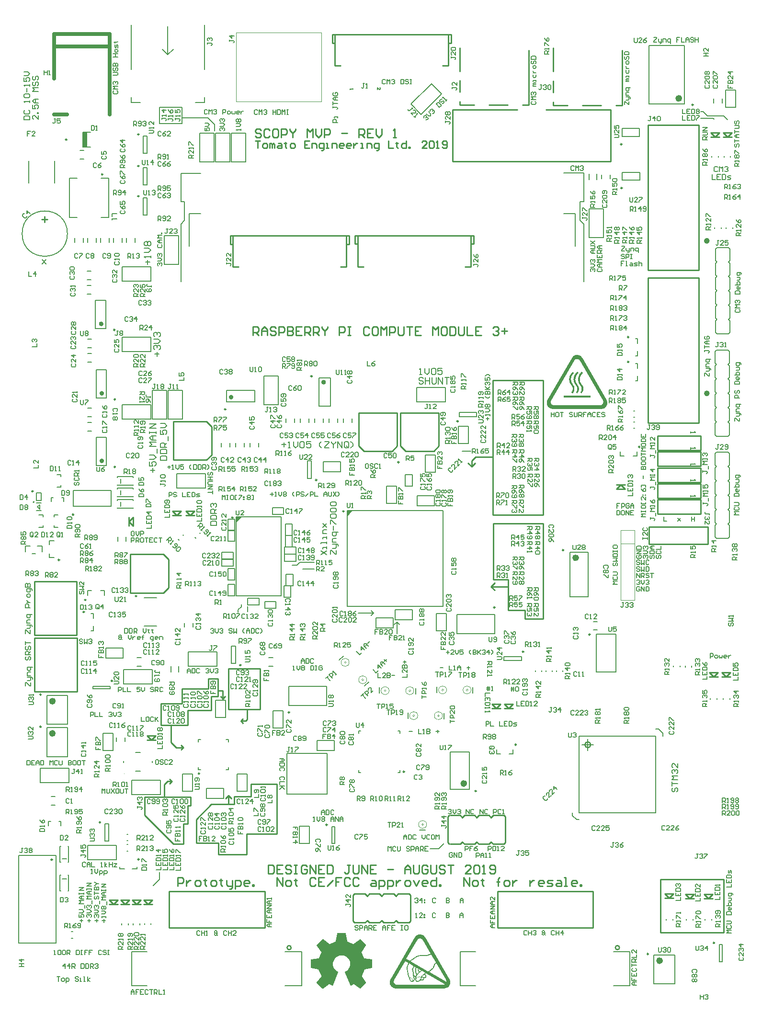
<source format=gto>
G04 Layer_Color=15132400*
%FSLAX25Y25*%
%MOIN*%
G70*
G01*
G75*
%ADD138C,0.01000*%
%ADD140C,0.00500*%
%ADD141C,0.02500*%
%ADD142C,0.00600*%
%ADD144C,0.00800*%
%ADD244C,0.00984*%
%ADD245C,0.00400*%
%ADD246C,0.00394*%
%ADD247C,0.02362*%
%ADD248C,0.01575*%
%ADD249C,0.00591*%
%ADD250C,0.00787*%
%ADD251C,0.02000*%
%ADD252C,0.00197*%
%ADD253R,0.03062X0.10236*%
G36*
X318588Y107279D02*
X318977Y107167D01*
X319421Y107056D01*
X319921Y106834D01*
X320366Y106556D01*
X320866Y106168D01*
X320921Y106112D01*
X321032Y106001D01*
X321310Y105723D01*
X321365Y105668D01*
X321421Y105557D01*
X321643Y105223D01*
X338419Y76171D01*
X338475Y76115D01*
X338530Y75948D01*
X338642Y75615D01*
X338808Y75226D01*
X338919Y74782D01*
X338975Y74226D01*
Y73671D01*
X338919Y73060D01*
Y73004D01*
X338864Y72893D01*
X338808Y72671D01*
X338753Y72449D01*
Y72393D01*
X338697Y72282D01*
X338586Y72115D01*
X338475Y71838D01*
X338419D01*
X338364Y71782D01*
X338253Y71615D01*
X338086Y71338D01*
X337808Y71060D01*
X337475Y70727D01*
X337086Y70393D01*
X336586Y70116D01*
X336031Y69893D01*
X335975D01*
X335808Y69838D01*
X335586Y69782D01*
X335364D01*
X335309Y69727D01*
X335086D01*
X334808Y69671D01*
X300979D01*
X300645Y69727D01*
X300256Y69838D01*
X299757Y69949D01*
X299256Y70171D01*
X298757Y70449D01*
X298257Y70838D01*
X298201Y70893D01*
X298090Y71004D01*
X297812Y71282D01*
X297757Y71338D01*
X297701Y71449D01*
X297479Y71838D01*
X297423Y71893D01*
X297368Y72060D01*
X297257Y72338D01*
X297090Y72727D01*
X296979Y73171D01*
X296923Y73671D01*
Y74226D01*
X296979Y74837D01*
Y74893D01*
X297035Y75060D01*
X297090Y75282D01*
X297146Y75449D01*
Y75504D01*
X297201Y75615D01*
X297312Y75782D01*
X297423Y76004D01*
Y76060D01*
Y76115D01*
X297479D01*
X314199Y105112D01*
Y105168D01*
X314311Y105279D01*
X314533Y105612D01*
X314977Y106112D01*
X315477Y106556D01*
X315588Y106612D01*
X315810Y106723D01*
X315866Y106779D01*
X315977Y106834D01*
X316199Y106945D01*
X316422Y107056D01*
X316755Y107167D01*
X317144Y107223D01*
X317532Y107334D01*
X318255D01*
X318588Y107279D01*
D02*
G37*
G36*
X427888Y510579D02*
X428277Y510467D01*
X428721Y510356D01*
X429221Y510134D01*
X429666Y509857D01*
X430165Y509468D01*
X430221Y509412D01*
X430332Y509301D01*
X430610Y509023D01*
X430665Y508968D01*
X430721Y508857D01*
X430943Y508523D01*
X447719Y479471D01*
X447775Y479415D01*
X447830Y479248D01*
X447941Y478915D01*
X448108Y478526D01*
X448219Y478082D01*
X448275Y477526D01*
Y476971D01*
X448219Y476360D01*
Y476304D01*
X448164Y476193D01*
X448108Y475971D01*
X448053Y475749D01*
Y475693D01*
X447997Y475582D01*
X447886Y475416D01*
X447775Y475138D01*
X447719D01*
X447664Y475082D01*
X447553Y474916D01*
X447386Y474638D01*
X447108Y474360D01*
X446775Y474027D01*
X446386Y473693D01*
X445886Y473416D01*
X445331Y473194D01*
X445275D01*
X445108Y473138D01*
X444886Y473082D01*
X444664D01*
X444608Y473027D01*
X444386D01*
X444108Y472971D01*
X410279D01*
X409945Y473027D01*
X409556Y473138D01*
X409057Y473249D01*
X408557Y473471D01*
X408057Y473749D01*
X407557Y474138D01*
X407501Y474193D01*
X407390Y474304D01*
X407112Y474582D01*
X407057Y474638D01*
X407001Y474749D01*
X406779Y475138D01*
X406723Y475193D01*
X406668Y475360D01*
X406557Y475638D01*
X406390Y476026D01*
X406279Y476471D01*
X406223Y476971D01*
Y477526D01*
X406279Y478137D01*
Y478193D01*
X406334Y478360D01*
X406390Y478582D01*
X406446Y478749D01*
Y478804D01*
X406501Y478915D01*
X406612Y479082D01*
X406723Y479304D01*
Y479359D01*
Y479415D01*
X406779D01*
X423499Y508412D01*
Y508468D01*
X423611Y508579D01*
X423833Y508912D01*
X424277Y509412D01*
X424777Y509857D01*
X424888Y509912D01*
X425110Y510023D01*
X425166Y510079D01*
X425277Y510134D01*
X425499Y510245D01*
X425722Y510356D01*
X426055Y510467D01*
X426444Y510523D01*
X426832Y510634D01*
X427555D01*
X427888Y510579D01*
D02*
G37*
G36*
X266288Y108128D02*
Y107924D01*
X267408Y102526D01*
Y102425D01*
X267510Y102323D01*
X267612Y102221D01*
X271279Y100693D01*
X271584D01*
X276167Y103952D01*
X276371D01*
X276575Y103850D01*
X280445Y100082D01*
Y99980D01*
Y99878D01*
Y99777D01*
Y99675D01*
X277390Y95091D01*
Y94888D01*
Y94786D01*
Y94684D01*
X279019Y90916D01*
Y90814D01*
X279121Y90712D01*
X279325D01*
X284519Y89795D01*
X284621D01*
X284723Y89693D01*
Y89490D01*
Y84092D01*
Y83990D01*
X284621Y83888D01*
X284519Y83786D01*
X279427Y82767D01*
X279325D01*
X279223Y82666D01*
Y82462D01*
X277491Y78490D01*
Y78388D01*
Y78286D01*
Y78184D01*
Y78082D01*
X280445Y73805D01*
Y73601D01*
Y73499D01*
X276575Y69629D01*
X276473Y69527D01*
X276371D01*
X276167Y69629D01*
X271991Y72481D01*
X271584D01*
X269853Y71462D01*
X269649D01*
X269547Y71564D01*
X265677Y80832D01*
Y80934D01*
X265779Y81240D01*
X266288Y81444D01*
X266390Y81545D01*
X266492Y81647D01*
X266593Y81749D01*
X266695Y81851D01*
X267001Y82055D01*
X267510Y82462D01*
X268019Y82971D01*
X268427Y83684D01*
X268936Y84499D01*
X269241Y85518D01*
X269343Y86638D01*
Y86740D01*
Y87045D01*
X269241Y87555D01*
X269140Y88166D01*
X268936Y88777D01*
X268630Y89490D01*
X268223Y90203D01*
X267612Y90916D01*
X267510Y91017D01*
X267306Y91221D01*
X266899Y91527D01*
X266390Y91832D01*
X265779Y92138D01*
X265066Y92443D01*
X264251Y92647D01*
X263334Y92749D01*
X262927D01*
X262418Y92647D01*
X261908Y92545D01*
X261195Y92341D01*
X260482Y91934D01*
X259769Y91527D01*
X259056Y90916D01*
X258955Y90814D01*
X258751Y90610D01*
X258547Y90203D01*
X258242Y89693D01*
X257834Y89082D01*
X257631Y88369D01*
X257427Y87555D01*
X257325Y86638D01*
Y86536D01*
Y86129D01*
X257427Y85518D01*
X257631Y84804D01*
X258038Y83990D01*
X258445Y83175D01*
X259158Y82462D01*
X260075Y81749D01*
X260177Y81647D01*
X260279Y81545D01*
X260381D01*
Y81444D01*
X260890Y81240D01*
X260992Y81138D01*
Y80832D01*
X257223Y71564D01*
X257121D01*
X256816Y71462D01*
X254982Y72481D01*
X254677D01*
X250501Y69629D01*
X250399Y69527D01*
X250297D01*
X250094Y69629D01*
X246122Y73499D01*
Y73601D01*
Y73703D01*
Y73805D01*
X249177Y78082D01*
Y78184D01*
Y78286D01*
Y78388D01*
Y78490D01*
X247446Y82462D01*
Y82564D01*
Y82666D01*
X247344Y82767D01*
X247242D01*
X242149Y83786D01*
X242048D01*
X241946Y83888D01*
Y84092D01*
Y89490D01*
Y89591D01*
Y89693D01*
X242048Y89795D01*
X242149D01*
X247344Y90712D01*
X247446D01*
X247751Y90916D01*
X249279Y94684D01*
Y94786D01*
Y94888D01*
Y94990D01*
Y95091D01*
X246122Y99675D01*
Y99777D01*
Y99878D01*
Y99980D01*
Y100082D01*
X250094Y103850D01*
X250196Y103952D01*
X250501D01*
X254982Y100693D01*
X255390D01*
X259056Y102221D01*
X259158D01*
X259260Y102323D01*
Y102526D01*
X260381Y107924D01*
Y108026D01*
Y108128D01*
X260482Y108230D01*
X266186D01*
X266288Y108128D01*
D02*
G37*
G36*
X270788Y402370D02*
X267181Y398763D01*
X267181Y402370D01*
X270788Y402370D01*
D02*
G37*
G36*
X189898Y394219D02*
Y397965D01*
X193644D01*
X189898Y394219D01*
D02*
G37*
%LPC*%
G36*
X310255Y87114D02*
Y87058D01*
Y87003D01*
X310144Y86670D01*
X309978Y86114D01*
X309644Y85448D01*
Y85392D01*
X309589Y85336D01*
X309422Y85003D01*
X309311Y84614D01*
X309200Y84337D01*
Y84225D01*
X309144Y84114D01*
Y83948D01*
X309200Y83670D01*
Y83392D01*
X309311Y83003D01*
X309422Y82559D01*
Y82503D01*
X309478Y82337D01*
X309533Y82170D01*
X309589Y82003D01*
Y81948D01*
Y81837D01*
X309644Y81559D01*
X309755Y81059D01*
X309867Y80337D01*
Y80281D01*
Y80226D01*
X309922Y79837D01*
X309978Y79448D01*
X310089Y79004D01*
X310144Y78893D01*
X310200Y78670D01*
X310367Y78337D01*
X310533Y77948D01*
X310589Y77893D01*
X310644Y77671D01*
X310700Y77448D01*
X310811Y77226D01*
X310922D01*
X310978Y77282D01*
X311311D01*
X311644Y77170D01*
X311866Y77059D01*
X312089Y76948D01*
X312255Y76726D01*
X312477Y76448D01*
X312533Y76337D01*
X312644Y76226D01*
X312700Y76171D01*
X312755Y76060D01*
X312922Y75671D01*
Y75560D01*
Y75337D01*
Y75282D01*
Y75226D01*
Y75115D01*
Y75060D01*
X312977Y75115D01*
X313088Y75171D01*
X313144Y75226D01*
X313311Y75449D01*
X313477Y75726D01*
X313588Y76115D01*
Y76226D01*
Y76337D01*
X313533Y76504D01*
Y76782D01*
X313422Y77170D01*
X313311Y77615D01*
X313144Y78170D01*
X313088Y78226D01*
Y78337D01*
X313033Y78559D01*
X312977Y78615D01*
Y78726D01*
X312922Y78893D01*
Y78948D01*
X312866Y79059D01*
Y79115D01*
Y79281D01*
Y79337D01*
Y79392D01*
Y79726D01*
Y80115D01*
X312977Y80615D01*
Y80670D01*
Y80781D01*
X312922Y81115D01*
X312866Y81337D01*
X312755Y81615D01*
Y81670D01*
X312700Y81781D01*
X312644Y82003D01*
X312589Y82226D01*
X312477Y82726D01*
X312422Y83003D01*
Y83170D01*
Y83226D01*
X312533Y83448D01*
X312700Y83781D01*
X312977Y84170D01*
Y84225D01*
X313033Y84281D01*
X313200Y84559D01*
X313366Y84948D01*
X313422Y85281D01*
X310255Y87114D01*
D02*
G37*
G36*
X319254Y77337D02*
Y77282D01*
X319199Y77059D01*
Y77004D01*
X319088Y76782D01*
X318977Y76448D01*
X318755Y76060D01*
X318810Y76004D01*
X318921Y75948D01*
X319143Y75893D01*
X319421Y75837D01*
X319643D01*
X319810Y75893D01*
X319977Y76004D01*
X320032D01*
X320088Y76060D01*
Y76171D01*
X320143Y76226D01*
Y76337D01*
Y76393D01*
Y76560D01*
Y76782D01*
X319977Y77059D01*
X319921D01*
X319866Y77115D01*
X319755D01*
X319699Y77170D01*
X319643D01*
X319532Y77226D01*
X319366Y77282D01*
X319254Y77337D01*
D02*
G37*
G36*
X320921Y79392D02*
X320866D01*
X320810Y79337D01*
X320588Y79226D01*
X320366Y79059D01*
X320199Y78948D01*
X320143Y78893D01*
X319977Y78726D01*
X319755Y78448D01*
X319532Y78115D01*
Y78059D01*
X319477Y78004D01*
Y77948D01*
X319532D01*
X319588Y77893D01*
X319866Y77726D01*
X319977D01*
X320199Y77671D01*
X320532Y77615D01*
X320977Y77559D01*
X321254D01*
X321477Y77615D01*
X321643Y77726D01*
Y77782D01*
Y77837D01*
X321699Y78004D01*
X321754Y78170D01*
Y78281D01*
Y78337D01*
Y78393D01*
Y78504D01*
X321643Y78615D01*
Y78670D01*
X321588D01*
Y78726D01*
Y78781D01*
X321477Y78837D01*
X321310Y79059D01*
X321032Y79281D01*
X320921Y79392D01*
D02*
G37*
G36*
X319199Y81948D02*
X319088Y81892D01*
X318810Y81670D01*
X318421Y81337D01*
X317866Y80948D01*
X317810D01*
X317755Y80837D01*
X317421Y80559D01*
X316977Y80170D01*
X316533Y79670D01*
X316477Y79615D01*
X316310Y79392D01*
X316088Y79115D01*
X315866Y78726D01*
X315588Y78281D01*
X315366Y77782D01*
X315199Y77282D01*
X315151Y76844D01*
X315144Y76837D01*
Y76782D01*
X315151Y76844D01*
X315199Y76893D01*
X315255Y77004D01*
X315311Y77059D01*
X315366Y77115D01*
X315533Y77226D01*
X315810Y77393D01*
X316144Y77559D01*
X316199D01*
X316255Y77615D01*
X316422D01*
X316477Y77671D01*
X316533D01*
X316644Y77726D01*
X316755D01*
X317088Y77782D01*
X317866D01*
X317921Y77726D01*
X318144Y77671D01*
X318310D01*
X318643Y77559D01*
Y77615D01*
X318699Y77671D01*
X318755Y77837D01*
Y77893D01*
X318810Y77948D01*
X318866Y78170D01*
X318977Y78393D01*
Y78448D01*
X319032Y78504D01*
X319199Y78726D01*
X319477Y79059D01*
X319810Y79392D01*
X319866D01*
X319977Y79504D01*
X320199Y79670D01*
X320532Y79892D01*
X320588D01*
X320643Y79948D01*
X320921Y80170D01*
X321199Y80392D01*
X321477Y80615D01*
X319199Y81948D01*
D02*
G37*
G36*
X329254Y87281D02*
X329198D01*
X329142Y87169D01*
X328920Y87003D01*
X328865Y86947D01*
X328754Y86781D01*
X328531Y86559D01*
X328309Y86170D01*
X328254Y86114D01*
X328198Y85947D01*
X328031Y85614D01*
X327865Y85114D01*
Y85059D01*
X327809Y85003D01*
X327698Y84670D01*
X327532Y84281D01*
X327309Y83948D01*
Y83892D01*
X327198Y83781D01*
X326976Y83503D01*
X326920Y83448D01*
X326809Y83337D01*
X326532Y83003D01*
X326476Y82948D01*
X326309Y82781D01*
X326032Y82559D01*
X325754Y82281D01*
X324976Y81726D01*
X324532Y81448D01*
X324143Y81226D01*
X336197Y74226D01*
Y74338D01*
Y74560D01*
Y74615D01*
Y74782D01*
Y74893D01*
X336142Y75115D01*
X336031Y75393D01*
X335864Y75726D01*
Y75782D01*
X329254Y87281D01*
D02*
G37*
G36*
X307478Y88669D02*
X299979Y75726D01*
Y75671D01*
Y75615D01*
X299923Y75560D01*
X299868Y75337D01*
X299812Y75282D01*
X299757Y75004D01*
Y74949D01*
Y74837D01*
X299701Y74671D01*
Y74449D01*
X299757Y73949D01*
X299979Y73393D01*
X300034D01*
X300090Y73282D01*
X300201Y73115D01*
X300256Y73060D01*
X300423Y72838D01*
X300479D01*
X300534Y72727D01*
X300868Y72560D01*
X301367Y72338D01*
X301701Y72282D01*
X302034Y72227D01*
X333920D01*
Y72282D01*
X334309D01*
X334420Y72338D01*
X334642D01*
X334808Y72449D01*
X335197Y72671D01*
X322032Y80281D01*
X321976Y80226D01*
X321865Y80115D01*
X321643Y79948D01*
X321421Y79726D01*
X321477Y79670D01*
X321588Y79615D01*
X321810Y79392D01*
X322088Y79115D01*
X322143Y79059D01*
X322199Y79004D01*
X322310Y78837D01*
X322365Y78559D01*
X322421Y78281D01*
Y78226D01*
X322365Y78059D01*
X322310Y77837D01*
X322254Y77559D01*
X322199Y77504D01*
X322143Y77337D01*
X322088Y77282D01*
X321865Y77170D01*
X321532Y77004D01*
X321032Y76948D01*
X320754D01*
Y76893D01*
X320810Y76726D01*
Y76448D01*
X320754Y76171D01*
Y76115D01*
Y76060D01*
X320699Y75893D01*
X320643Y75782D01*
X320532Y75671D01*
X320477Y75615D01*
X320421Y75560D01*
X320366Y75504D01*
X320143Y75337D01*
X319810Y75226D01*
X319366Y75171D01*
X319254D01*
X319032Y75226D01*
X318699Y75337D01*
X318366Y75560D01*
X318310Y75504D01*
X318144Y75282D01*
X317921Y75004D01*
X317644Y74782D01*
X317588D01*
X317532Y74671D01*
X317366Y74615D01*
X317144Y74504D01*
X317088D01*
X316977Y74449D01*
X316588Y74338D01*
X315866D01*
X315644Y74393D01*
X315366Y74504D01*
X315144Y74671D01*
Y74726D01*
X315033Y74782D01*
X314922Y74949D01*
X314810Y75115D01*
X314699Y75393D01*
X314588Y75726D01*
X314533Y76060D01*
X314477Y76504D01*
Y76560D01*
Y76615D01*
Y76671D01*
Y76726D01*
Y76948D01*
X314533Y77226D01*
X314588Y77559D01*
X314533Y77615D01*
X314422Y77726D01*
X314144Y77893D01*
X314088Y77948D01*
X314033Y78004D01*
X313811Y78115D01*
Y78059D01*
X313866Y77893D01*
X313977Y77615D01*
X314033Y77282D01*
X314144Y76615D01*
X314199Y76282D01*
Y76060D01*
Y76004D01*
Y75948D01*
X314088Y75560D01*
X313866Y75115D01*
X313700Y74893D01*
X313477Y74671D01*
X313422Y74615D01*
X313311Y74560D01*
X312922Y74338D01*
X312866D01*
X312700Y74282D01*
X312477Y74226D01*
X312144D01*
X311922Y74338D01*
X311533Y74504D01*
X311200Y74837D01*
X311144Y74949D01*
X311033Y75060D01*
X310978Y75226D01*
X310811Y75449D01*
X310700Y75726D01*
X310533Y76115D01*
X310367Y76560D01*
Y76615D01*
Y76671D01*
X310311Y76726D01*
Y76782D01*
Y76837D01*
X310255Y76948D01*
X310144Y77226D01*
X310033Y77393D01*
X309922Y77671D01*
Y77726D01*
X309867Y77782D01*
X309755Y78115D01*
X309644Y78448D01*
X309533Y78781D01*
Y78837D01*
X309422Y79115D01*
X309367Y79337D01*
Y79559D01*
X309311Y79892D01*
X309256Y80281D01*
Y80337D01*
Y80448D01*
X309200Y80615D01*
X309144Y80837D01*
X309089Y81337D01*
X308978Y81781D01*
Y81837D01*
Y81892D01*
X308922Y81948D01*
X308867Y82170D01*
X308811Y82392D01*
Y82448D01*
X308756Y82614D01*
X308700Y82892D01*
X308645Y83226D01*
X308533Y83892D01*
Y84225D01*
X308589Y84503D01*
Y84559D01*
X308700Y84781D01*
X308867Y85170D01*
X309089Y85670D01*
Y85725D01*
X309144Y85836D01*
X309256Y86058D01*
X309367Y86281D01*
X309533Y86892D01*
X309644Y87447D01*
X307478Y88669D01*
D02*
G37*
G36*
X317810Y77504D02*
X317644D01*
X317310Y77448D01*
X317088D01*
X316810Y77393D01*
X316588Y77337D01*
X316366D01*
X316310Y77282D01*
X316199D01*
X316144Y77226D01*
X315977Y77170D01*
X315755Y77004D01*
X315533Y76837D01*
X315477Y76726D01*
X315366Y76560D01*
X315255Y76282D01*
X315199Y76226D01*
X315144Y75948D01*
Y75837D01*
X315255Y75615D01*
X315366Y75337D01*
X315533Y75115D01*
X315644Y75060D01*
X315755Y75004D01*
X315977Y74949D01*
X316644D01*
X316866Y75060D01*
X316977Y75115D01*
X317088Y75171D01*
X317255Y75282D01*
X317310Y75337D01*
X317477Y75504D01*
X317699Y75726D01*
X318032Y76171D01*
Y76226D01*
X318088Y76282D01*
X318310Y76560D01*
X318477Y76893D01*
X318588Y77226D01*
X318532Y77282D01*
X318421Y77337D01*
X318144Y77393D01*
X317810Y77504D01*
D02*
G37*
G36*
X311422Y77004D02*
X311144D01*
X310978Y76948D01*
X310922D01*
X310978Y76726D01*
Y76671D01*
X311033Y76560D01*
X311144Y76337D01*
X311200Y76115D01*
X311422Y75615D01*
X311533Y75393D01*
X311644Y75226D01*
X311700Y75171D01*
X311811Y75060D01*
X312033Y74949D01*
X312311Y74837D01*
X312533D01*
X312589Y74893D01*
Y74949D01*
Y75060D01*
Y75115D01*
X312644Y75171D01*
Y75337D01*
Y75393D01*
Y75449D01*
Y75504D01*
X312589Y75560D01*
Y75615D01*
X312533Y75726D01*
X312366Y76060D01*
Y76115D01*
X312311Y76171D01*
X312255Y76226D01*
X312200Y76337D01*
Y76393D01*
X312144Y76448D01*
X311922Y76671D01*
X311589Y76893D01*
X311422Y77004D01*
D02*
G37*
G36*
X325698Y93336D02*
X323754Y92558D01*
X323698D01*
X323587Y92502D01*
X323421Y92447D01*
X323199Y92336D01*
X322643Y92225D01*
X321976Y92114D01*
X321365D01*
X320810Y92169D01*
X320088Y92225D01*
X318366D01*
X317532Y92114D01*
X316699Y91947D01*
X316644D01*
X316533Y91891D01*
X316310Y91780D01*
X315977Y91614D01*
X315644Y91447D01*
X315199Y91225D01*
X314755Y90891D01*
X314255Y90558D01*
X314199Y90503D01*
X314033Y90447D01*
X313811Y90280D01*
X313422Y90003D01*
X313311Y89947D01*
X313144Y89891D01*
X312922Y89725D01*
X312866Y89669D01*
X312644Y89558D01*
X312366Y89336D01*
X312033Y89114D01*
X311978Y89058D01*
X311811Y88947D01*
X311644Y88780D01*
X311422Y88558D01*
X323421Y81615D01*
X323476D01*
X323643Y81670D01*
X323865Y81781D01*
X324199Y81948D01*
X324587Y82170D01*
X325032Y82503D01*
X325532Y82948D01*
X326087Y83448D01*
X326143Y83503D01*
X326198Y83559D01*
X326476Y83892D01*
X326532Y83948D01*
X326587Y84003D01*
X326809Y84281D01*
X326865Y84337D01*
X326920Y84503D01*
X327087Y84836D01*
X327309Y85336D01*
Y85392D01*
X327365Y85448D01*
X327476Y85781D01*
X327587Y86114D01*
X327754Y86503D01*
X327809Y86614D01*
X327976Y86836D01*
X328198Y87114D01*
X328476Y87447D01*
X328531Y87503D01*
X328643Y87558D01*
X328920Y87781D01*
X325698Y93336D01*
D02*
G37*
G36*
X317977Y104501D02*
X317866D01*
X317588Y104446D01*
X317199Y104390D01*
X316755Y104168D01*
X316699Y104112D01*
X316644Y104057D01*
X316588D01*
X316533Y104001D01*
X316366Y103834D01*
X316144Y103612D01*
X315921Y103279D01*
X308422Y90280D01*
X310866Y88892D01*
X310922Y88947D01*
X311033Y89114D01*
X311311Y89336D01*
X311644Y89614D01*
X311700Y89669D01*
X311922Y89780D01*
X312200Y90003D01*
X312589Y90225D01*
X312644Y90280D01*
X312811Y90391D01*
X312866D01*
X312922Y90447D01*
X313088Y90558D01*
X313144D01*
X313200Y90614D01*
X313422Y90780D01*
X313700Y90947D01*
X313866Y91058D01*
X313922Y91114D01*
X314088Y91225D01*
X314366Y91391D01*
X314755Y91614D01*
X315588Y92114D01*
X316033Y92336D01*
X316477Y92502D01*
X316533D01*
X316699Y92558D01*
X316977Y92669D01*
X317310Y92725D01*
X317699Y92780D01*
X318199Y92836D01*
X318755Y92891D01*
X319421D01*
X319699Y92836D01*
X320699D01*
X321199Y92780D01*
X322199D01*
X322421Y92836D01*
X322921Y92947D01*
X323532Y93113D01*
X325421Y93891D01*
X319977Y103335D01*
X319921D01*
X319866Y103390D01*
X319755Y103612D01*
Y103668D01*
X319643Y103723D01*
X319532Y103834D01*
X319477Y103890D01*
X319421Y103946D01*
X319088Y104168D01*
X318588Y104334D01*
X318310Y104446D01*
X317977D01*
Y104501D01*
D02*
G37*
G36*
X427277Y507801D02*
X427166D01*
X426888Y507746D01*
X426499Y507690D01*
X426055Y507468D01*
X425999Y507412D01*
X425944Y507357D01*
X425888D01*
X425833Y507301D01*
X425666Y507134D01*
X425444Y506912D01*
X425221Y506579D01*
X409279Y479026D01*
Y478971D01*
Y478915D01*
X409223Y478860D01*
X409168Y478637D01*
X409112Y478582D01*
X409057Y478304D01*
Y478249D01*
Y478137D01*
X409001Y477971D01*
Y477749D01*
X409057Y477249D01*
X409279Y476693D01*
X409334D01*
X409390Y476582D01*
X409501Y476415D01*
X409556Y476360D01*
X409723Y476138D01*
X409779D01*
X409834Y476026D01*
X410168Y475860D01*
X410667Y475638D01*
X411001Y475582D01*
X411334Y475527D01*
X443220D01*
Y475582D01*
X443609D01*
X443720Y475638D01*
X443942D01*
X444053Y475693D01*
X444386Y475860D01*
X444775Y476193D01*
X445220Y476693D01*
X445275Y476804D01*
X445386Y477026D01*
X445442Y477415D01*
X445497Y477860D01*
Y477915D01*
Y478082D01*
Y478193D01*
X445442Y478415D01*
X445331Y478693D01*
X445164Y479026D01*
Y479082D01*
X429277Y506635D01*
X429221D01*
X429166Y506690D01*
X429054Y506912D01*
Y506968D01*
X428943Y507023D01*
X428832Y507134D01*
X428777Y507190D01*
X428721Y507246D01*
X428388Y507468D01*
X427888Y507634D01*
X427610Y507746D01*
X427277D01*
Y507801D01*
D02*
G37*
G36*
X313977Y84892D02*
Y84836D01*
X313922Y84614D01*
X313755Y84281D01*
X313477Y83837D01*
X313422Y83781D01*
X313311Y83559D01*
X313144Y83281D01*
X313088Y83059D01*
Y83003D01*
Y82781D01*
X313144Y82448D01*
X313200Y82170D01*
X313311Y81837D01*
Y81781D01*
X313366Y81670D01*
X313422Y81503D01*
X313477Y81281D01*
X313588Y80781D01*
Y80615D01*
Y80448D01*
Y80337D01*
X313533Y80115D01*
X313477Y79726D01*
Y79281D01*
Y79170D01*
X313533Y79115D01*
X313588D01*
X313644Y79059D01*
X313755Y79004D01*
X313866Y78893D01*
X313922D01*
X313977Y78837D01*
X314088Y78726D01*
X314144Y78670D01*
X314255Y78559D01*
X314477Y78448D01*
X314533D01*
X314588Y78337D01*
X314810Y78226D01*
X314866Y78337D01*
X314977Y78559D01*
X315144Y78893D01*
X315422Y79337D01*
X315366Y79448D01*
X315255Y79670D01*
X315033Y80004D01*
X314866Y80392D01*
Y80448D01*
X314810Y80559D01*
X314755Y80670D01*
X314699D01*
Y80726D01*
Y80781D01*
X314644Y80948D01*
Y81003D01*
Y81059D01*
X314588Y81226D01*
X314533Y81559D01*
Y82003D01*
Y82059D01*
Y82170D01*
Y82448D01*
Y82503D01*
Y82614D01*
Y83003D01*
Y83059D01*
Y83281D01*
Y83503D01*
X314588Y83781D01*
Y83837D01*
X314699Y84003D01*
X314922Y84392D01*
X313977Y84892D01*
D02*
G37*
G36*
X315477Y84059D02*
Y84003D01*
X315366Y83948D01*
X315199Y83614D01*
Y83559D01*
Y83448D01*
X315144Y83226D01*
Y83003D01*
Y82948D01*
Y82837D01*
Y82503D01*
Y82170D01*
Y82059D01*
Y82003D01*
Y81892D01*
Y81670D01*
X315199Y81392D01*
X315255Y81115D01*
Y81059D01*
X315311Y80892D01*
X315366Y80781D01*
X315422Y80670D01*
Y80615D01*
X315533Y80448D01*
X315644Y80170D01*
X315866Y79837D01*
Y79892D01*
X315921Y79948D01*
X315977Y80004D01*
X316033Y80059D01*
X316144Y80170D01*
X316366Y80392D01*
X316699Y80726D01*
X317088Y81059D01*
X317033Y81115D01*
X316977Y81226D01*
X316810Y81503D01*
X316644Y81837D01*
X316588Y81948D01*
Y82003D01*
X316533Y82170D01*
X316477Y82392D01*
X316422Y82670D01*
Y82726D01*
Y82892D01*
X316477Y83170D01*
X316533Y83448D01*
X315477Y84059D01*
D02*
G37*
G36*
X317088Y83114D02*
Y83059D01*
Y82948D01*
X317033Y82837D01*
Y82726D01*
Y82670D01*
Y82559D01*
X317144Y82226D01*
Y82170D01*
X317199Y82059D01*
X317255Y82003D01*
X317310Y81837D01*
X317421Y81615D01*
X317532Y81448D01*
X317588D01*
X317644Y81559D01*
X317921Y81726D01*
X318255Y82003D01*
X318588Y82281D01*
X317088Y83114D01*
D02*
G37*
%LPD*%
G36*
X427888Y498635D02*
X428277Y498080D01*
X428221Y498024D01*
X428055Y497913D01*
X427832Y497691D01*
X427555Y497469D01*
X427499Y497413D01*
X427388Y497247D01*
X427221Y496969D01*
X426999Y496636D01*
X426944Y496524D01*
X426777Y496191D01*
X426555Y495691D01*
X426333Y495080D01*
X426166Y494303D01*
X426110Y493469D01*
X426277Y492525D01*
X426388Y492080D01*
X426610Y491580D01*
X426666Y491525D01*
X426777Y491303D01*
X426999Y490914D01*
X427332Y490470D01*
X427388Y490358D01*
X427555Y490081D01*
X427777Y489692D01*
X428055Y489247D01*
X428110Y489136D01*
X428277Y488803D01*
X428443Y488303D01*
X428554Y487581D01*
Y487525D01*
Y487470D01*
Y487303D01*
Y487025D01*
Y486970D01*
Y486803D01*
X428499Y486581D01*
Y486414D01*
Y486303D01*
X428443Y486081D01*
X428332Y485692D01*
X428166Y485248D01*
X427944Y484803D01*
X427666Y484359D01*
X427332Y484026D01*
X426888Y483804D01*
X426499Y484970D01*
X426610Y485026D01*
X426666Y485081D01*
X426832Y485248D01*
X426944Y485415D01*
X427055Y485748D01*
X427166Y486081D01*
X427277Y486581D01*
Y486637D01*
Y486748D01*
Y487025D01*
Y487081D01*
Y487192D01*
Y487470D01*
Y487525D01*
Y487637D01*
X427221Y487859D01*
X427166Y488136D01*
X426999Y488470D01*
X426832Y488859D01*
X426610Y489247D01*
X426333Y489692D01*
Y489747D01*
X426221Y489858D01*
X425999Y490192D01*
X425722Y490636D01*
X425499Y491025D01*
X425444Y491081D01*
X425388Y491303D01*
X425221Y491636D01*
X425110Y492080D01*
X424944Y492580D01*
X424833Y493136D01*
X424777Y493747D01*
X424833Y494358D01*
Y494414D01*
X424888Y494636D01*
X424944Y494969D01*
X425055Y495358D01*
X425221Y495802D01*
X425444Y496302D01*
X425944Y497358D01*
X425999Y497469D01*
X426166Y497691D01*
X426388Y497969D01*
X426666Y498302D01*
X426721Y498358D01*
X426944Y498580D01*
X427221Y498802D01*
X427555Y499080D01*
X427888Y498635D01*
D02*
G37*
G36*
X430943D02*
X431388Y498080D01*
X431332Y498024D01*
X431165Y497913D01*
X430943Y497747D01*
X430665Y497469D01*
X430610Y497413D01*
X430499Y497247D01*
X430277Y496969D01*
X430054Y496636D01*
X429999Y496524D01*
X429832Y496191D01*
X429610Y495691D01*
X429388Y495080D01*
X429221Y494303D01*
X429166Y493469D01*
X429332Y492525D01*
X429443Y492080D01*
X429666Y491580D01*
X429721Y491525D01*
X429832Y491303D01*
X430054Y490970D01*
X430388Y490470D01*
X430443Y490358D01*
X430665Y490081D01*
X430888Y489692D01*
X431165Y489247D01*
X431221Y489136D01*
X431388Y488803D01*
X431499Y488303D01*
X431610Y487581D01*
Y487525D01*
Y487414D01*
Y487025D01*
Y486970D01*
Y486803D01*
Y486581D01*
X431554Y486414D01*
Y486303D01*
X431499Y486081D01*
X431388Y485692D01*
X431277Y485248D01*
X431054Y484803D01*
X430777Y484359D01*
X430443Y484026D01*
X429999Y483804D01*
X429610Y484970D01*
X429721Y485026D01*
X429777Y485081D01*
X429888Y485248D01*
X429999Y485415D01*
X430165Y485748D01*
X430277Y486081D01*
X430388Y486581D01*
Y486637D01*
Y486748D01*
Y486914D01*
Y487025D01*
Y487081D01*
Y487192D01*
Y487359D01*
Y487470D01*
Y487525D01*
X430332Y487637D01*
Y487859D01*
X430221Y488136D01*
X430110Y488470D01*
X429943Y488859D01*
X429666Y489247D01*
X429388Y489692D01*
Y489747D01*
X429277Y489803D01*
X429054Y490136D01*
X428777Y490581D01*
X428554Y491025D01*
X428499Y491081D01*
X428443Y491303D01*
X428277Y491636D01*
X428166Y492080D01*
X428055Y492580D01*
X427944Y493136D01*
X427888Y493747D01*
X427944Y494358D01*
Y494414D01*
X427999Y494636D01*
X428055Y494969D01*
X428166Y495358D01*
X428332Y495802D01*
X428499Y496302D01*
X428777Y496858D01*
X429054Y497358D01*
X429110Y497469D01*
X429277Y497691D01*
X429499Y497969D01*
X429777Y498302D01*
X429832Y498358D01*
X430054Y498524D01*
X430332Y498802D01*
X430665Y499080D01*
X430943Y498635D01*
D02*
G37*
G36*
X436554Y480804D02*
X417944D01*
Y482359D01*
X436554D01*
Y480804D01*
D02*
G37*
G36*
X424777Y498635D02*
X425221Y498080D01*
X425166D01*
X425110Y498024D01*
X424944Y497913D01*
X424722Y497691D01*
X424499Y497469D01*
X424444Y497413D01*
X424277Y497247D01*
X424111Y496969D01*
X423888Y496636D01*
X423833Y496524D01*
X423666Y496191D01*
X423444Y495691D01*
X423222Y495080D01*
X423055Y494303D01*
X422999Y493469D01*
X423166Y492525D01*
X423277Y492080D01*
X423499Y491580D01*
X423555Y491525D01*
X423666Y491303D01*
X423888Y490970D01*
X424222Y490470D01*
X424277Y490358D01*
X424444Y490081D01*
X424666Y489692D01*
X424944Y489247D01*
X424999Y489136D01*
X425166Y488803D01*
X425333Y488303D01*
X425444Y487581D01*
Y487525D01*
Y487359D01*
Y487192D01*
Y487025D01*
Y486970D01*
Y486803D01*
Y486581D01*
X425388Y486414D01*
Y486303D01*
X425333Y486081D01*
X425221Y485692D01*
X425055Y485248D01*
X424833Y484803D01*
X424555Y484359D01*
X424222Y484026D01*
X423777Y483804D01*
X423388Y484970D01*
X423499Y485026D01*
X423555Y485081D01*
X423722Y485248D01*
X423833Y485415D01*
X423944Y485748D01*
X424055Y486081D01*
X424166Y486581D01*
Y486637D01*
X424222Y486748D01*
Y487025D01*
Y487081D01*
Y487137D01*
Y487470D01*
Y487525D01*
X424166Y487637D01*
Y487859D01*
X424055Y488136D01*
X423944Y488470D01*
X423777Y488859D01*
X423499Y489247D01*
X423222Y489692D01*
Y489747D01*
X423111Y489803D01*
X422888Y490136D01*
X422611Y490581D01*
X422389Y491025D01*
X422333Y491081D01*
X422277Y491303D01*
X422111Y491636D01*
X422000Y492080D01*
X421888Y492580D01*
X421777Y493136D01*
X421722Y493747D01*
X421777Y494358D01*
Y494414D01*
X421833Y494636D01*
X421888Y494969D01*
X422000Y495358D01*
X422111Y495802D01*
X422333Y496302D01*
X422555Y496858D01*
X422833Y497358D01*
X422888Y497469D01*
X423055Y497691D01*
X423277Y497969D01*
X423555Y498302D01*
X423666Y498413D01*
X423833Y498580D01*
X424166Y498858D01*
X424444Y499080D01*
X424777Y498635D01*
D02*
G37*
D138*
X456741Y98072D02*
G03*
X456741Y98072I-1419J0D01*
G01*
X228241D02*
G03*
X228241Y98072I-1419J0D01*
G01*
X138146Y202906D02*
X140046D01*
X368746Y439706D02*
Y442105D01*
X367446Y349306D02*
X369796Y346955D01*
X367446Y349306D02*
X369946Y351805D01*
X367446Y349306D02*
X379146D01*
Y352406D02*
Y354205D01*
X368846D02*
X379146D01*
X390846Y326905D02*
X403746D01*
X379146Y333005D02*
Y352406D01*
Y333005D02*
X380046D01*
X390846D01*
Y326905D02*
Y333005D01*
X368846Y354205D02*
Y393205D01*
X403746Y326905D02*
Y393205D01*
X368846D02*
X403746D01*
X356746Y439706D02*
X368746D01*
X353846Y436805D02*
X356746Y439706D01*
X353846Y432905D02*
Y436805D01*
X351346Y435405D02*
X353846Y432905D01*
X356196Y435255D01*
X368746Y493006D02*
X403646D01*
Y399205D02*
Y493006D01*
X368846Y399205D02*
X403646D01*
X368746Y399306D02*
X368846Y399205D01*
X368746Y399306D02*
Y493006D01*
X143646Y212405D02*
X145146Y213906D01*
X143646Y215406D02*
X145146Y213906D01*
X142246D02*
X144146D01*
X140046Y211705D02*
X142246Y213906D01*
X140046Y202906D02*
Y211705D01*
X126146Y202906D02*
X158146D01*
X126146Y190405D02*
Y202906D01*
X158146Y196906D02*
Y202906D01*
X156146Y196906D02*
X158146D01*
X156146Y184406D02*
Y196906D01*
X154646Y184406D02*
X156146D01*
X153146D02*
X154646D01*
X153146Y170405D02*
Y184406D01*
X146146Y170405D02*
X153146D01*
X126146Y190405D02*
X146146Y170405D01*
X184646Y203906D02*
X186646Y201905D01*
X182646D02*
X184646Y203906D01*
Y197906D02*
Y203906D01*
X214646Y211906D02*
X218146D01*
Y177406D02*
Y211906D01*
X197146Y177406D02*
X218146D01*
X197146Y162906D02*
Y177406D01*
X177646Y163906D02*
Y170905D01*
X177146D02*
X177646D01*
X162146D02*
X177146D01*
X162146D02*
Y187406D01*
X172646Y197906D01*
X188646D01*
Y203405D01*
X200146D01*
Y211906D01*
X214646D01*
X193146Y255906D02*
X194646Y254405D01*
X193146Y255906D02*
X194646Y257405D01*
X193146Y255906D02*
X196646D01*
X197646Y256906D01*
Y258405D01*
Y257906D02*
Y263906D01*
X184646D02*
Y278906D01*
Y263906D02*
X206646D01*
Y292406D01*
X205646D02*
X206646D01*
X184646D02*
X205646D01*
X184646Y278906D02*
Y292406D01*
X180646Y274406D02*
Y276905D01*
X177646D02*
X180646D01*
Y271406D02*
X182146Y272905D01*
X179146D02*
X180646Y271406D01*
Y274406D01*
X170646Y285405D02*
X177146D01*
X137646Y267905D02*
X152146D01*
Y278405D01*
X170646D01*
Y285405D01*
X151646Y235906D02*
X153146Y237405D01*
X151646Y238906D02*
X153146Y237405D01*
X148146D02*
X153146D01*
X144646Y240905D02*
X148146Y237405D01*
X144646Y240905D02*
Y252906D01*
X155146D02*
X156146D01*
Y263405D01*
X172646D01*
Y264405D01*
Y272905D01*
X177146D01*
Y285405D01*
X137746Y252906D02*
Y267905D01*
X137646Y252906D02*
X155146D01*
X56646Y602906D02*
Y606906D01*
X54646Y604906D02*
X58646D01*
X177646Y162906D02*
X197146D01*
X177646D02*
Y163906D01*
X485146Y108606D02*
Y145705D01*
Y108606D02*
X529346D01*
Y145705D01*
X485146D02*
X529346D01*
X338946Y170106D02*
X345946D01*
X347446Y171606D01*
X348946Y170106D01*
X355946D01*
X357446Y171606D01*
X358946Y170106D01*
X347446Y188605D02*
X348946Y190105D01*
X345946D02*
X347446Y188605D01*
X338946Y190105D02*
X345946D01*
X357446Y188605D02*
X358946Y190105D01*
X355946D02*
X357446Y188605D01*
X348946Y190105D02*
X355946D01*
X377446Y171106D02*
Y185106D01*
X376446Y170106D02*
X377446Y171106D01*
X368946Y170106D02*
X376446D01*
X367446Y171606D02*
X368946Y170106D01*
X365946D02*
X367446Y171606D01*
X358946Y170106D02*
X365946D01*
X358946Y190105D02*
X365946D01*
X367446Y188605D01*
X368946Y190105D01*
X376446D01*
X377446Y189105D01*
Y185106D02*
Y189105D01*
X337446Y171106D02*
X338446Y170106D01*
X337446Y171106D02*
Y189105D01*
X338446Y190105D01*
X454546Y417205D02*
X460546D01*
X454546Y420205D02*
X460546D01*
X457546D02*
X460546Y417205D01*
X454546D02*
X457546Y420205D01*
X272746Y115506D02*
X279746D01*
X281246Y117006D01*
X282746Y115506D01*
X289746D01*
X291246Y117006D01*
X292746Y115506D01*
X281246Y134005D02*
X282746Y135505D01*
X279746D02*
X281246Y134005D01*
X272746Y135505D02*
X279746D01*
X291246Y134005D02*
X292746Y135505D01*
X289746D02*
X291246Y134005D01*
X282746Y135505D02*
X289746D01*
X311246Y116506D02*
Y130506D01*
X310246Y115506D02*
X311246Y116506D01*
X302746Y115506D02*
X310246D01*
X301246Y117006D02*
X302746Y115506D01*
X299746D02*
X301246Y117006D01*
X292746Y115506D02*
X299746D01*
X292746Y135505D02*
X299746D01*
X301246Y134005D01*
X302746Y135505D01*
X310246D01*
X311246Y134505D01*
Y130506D02*
Y134505D01*
X271246Y116506D02*
X272246Y115506D01*
X271246Y116506D02*
Y134505D01*
X272246Y135505D01*
X345630Y693626D02*
Y701500D01*
Y684571D02*
Y686933D01*
Y684571D02*
X355472D01*
X366102D02*
X379095D01*
X389331D02*
X393661D01*
X393661Y722760D02*
X393661Y684571D01*
X345630Y708028D02*
Y724335D01*
X275260Y470134D02*
X302031D01*
X278803Y443559D02*
X298488D01*
X275260Y450291D02*
Y470134D01*
X302031Y450449D02*
Y470134D01*
X275260Y447102D02*
Y450291D01*
Y447102D02*
X278803Y443559D01*
X302031Y447102D02*
Y450449D01*
X298488Y443559D02*
X302031Y447102D01*
X304260Y470134D02*
X331031D01*
X307803Y443559D02*
X327488D01*
X304260Y450291D02*
Y470134D01*
X331031Y450449D02*
Y470134D01*
X304260Y447102D02*
Y450291D01*
Y447102D02*
X307803Y443559D01*
X331031Y447102D02*
Y450449D01*
X327488Y443559D02*
X331031Y447102D01*
X146417Y437520D02*
Y464291D01*
X172992Y441063D02*
Y460748D01*
X146417Y437520D02*
X166260D01*
X146417Y464291D02*
X166102D01*
X166260Y437520D02*
X169449D01*
X172992Y441063D01*
X166102Y464291D02*
X169449D01*
X172992Y460748D01*
X337520Y727685D02*
X339488D01*
Y733591D01*
X337520D02*
X339488D01*
X256811Y727685D02*
X258780D01*
X256811D02*
Y733591D01*
X258780D01*
X337520D01*
X258780Y711937D02*
Y733591D01*
X337520Y711937D02*
Y733591D01*
X258780Y711937D02*
X262717D01*
X333583D02*
X337520D01*
X371790Y111903D02*
X371868Y111824D01*
X371790Y111903D02*
Y137258D01*
X438404D01*
Y111864D02*
Y137258D01*
X438365Y111824D02*
X438404Y111864D01*
X371868Y111824D02*
X438365D01*
X116417Y345020D02*
Y371791D01*
X142992Y348563D02*
Y368248D01*
X116417Y345020D02*
X136260D01*
X116417Y371791D02*
X136102D01*
X136260Y345020D02*
X139449D01*
X142992Y348563D01*
X136102Y371791D02*
X139449D01*
X142992Y368248D01*
X450546Y645106D02*
Y681106D01*
X340546Y645106D02*
Y681106D01*
Y645106D02*
X450546D01*
X405546Y681106D02*
X450546D01*
X340546D02*
X385546D01*
X410630Y707828D02*
Y724135D01*
X458661Y722560D02*
X458661Y684371D01*
X454331D02*
X458661D01*
X431102D02*
X444095D01*
X410630D02*
X420472D01*
X410630D02*
Y686733D01*
Y693426D02*
Y701300D01*
X483330Y444232D02*
Y454232D01*
X513330D01*
X483330Y444232D02*
X513330D01*
Y454232D01*
X483330Y433132D02*
Y443131D01*
X513330D01*
X483330Y433132D02*
X513330D01*
Y443131D01*
X483330Y422031D02*
Y432031D01*
X513330D01*
X483330Y422031D02*
X513330D01*
Y432031D01*
X483330Y410931D02*
Y420931D01*
X513330D01*
X483330Y410931D02*
X513330D01*
Y420931D01*
X483330Y399832D02*
Y409831D01*
X513330D01*
X483330Y399832D02*
X513330D01*
Y409831D01*
X518746Y132405D02*
X521746Y135406D01*
X515746D02*
X518746Y132405D01*
X515746D02*
X521746D01*
X515746Y135406D02*
X521746D01*
X477346Y378805D02*
X518346D01*
Y390806D01*
X477346D02*
X518346D01*
X477346Y378805D02*
Y390806D01*
X143290Y111903D02*
X143368Y111824D01*
X143290Y111903D02*
Y137258D01*
X209904D01*
Y111864D02*
Y137258D01*
X209865Y111824D02*
X209904Y111864D01*
X143368Y111824D02*
X209865D01*
X505546Y132405D02*
X508546Y135406D01*
X502546D02*
X505546Y132405D01*
X502546D02*
X508546D01*
X502546Y135406D02*
X508546D01*
X491346Y132606D02*
X494346Y135606D01*
X488346D02*
X491346Y132606D01*
X488346D02*
X494346D01*
X488346Y135606D02*
X494346D01*
X530991Y286438D02*
X533991Y289439D01*
X527991D02*
X530991Y286438D01*
X527991D02*
X533991D01*
X527991Y289439D02*
X533991D01*
X522391Y286438D02*
X525391Y289439D01*
X519391D02*
X522391Y286438D01*
X519391D02*
X525391D01*
X519391Y289439D02*
X525391D01*
X512046Y463306D02*
Y564305D01*
X476546Y463306D02*
Y564305D01*
Y463306D02*
X512046D01*
X476546Y564305D02*
X512046D01*
Y569506D02*
Y670506D01*
X476546Y569506D02*
Y670506D01*
Y569506D02*
X512046D01*
X476546Y670506D02*
X512046D01*
X523146Y662305D02*
X526146Y665306D01*
X520146D02*
X523146Y662305D01*
X520146D02*
X526146D01*
X520146Y665306D02*
X526146D01*
X531946Y662305D02*
X534946Y665306D01*
X528946D02*
X531946Y662305D01*
X528946D02*
X534946D01*
X528946Y665306D02*
X534946D01*
X148746Y398805D02*
X151746Y401805D01*
X145746D02*
X148746Y398805D01*
X145746D02*
X151746D01*
X145746Y401805D02*
X151746D01*
X157846Y398905D02*
X160846Y401905D01*
X154846D02*
X157846Y398905D01*
X154846D02*
X160846D01*
X154846Y401905D02*
X160846D01*
X371046Y264705D02*
X374046Y267705D01*
X368046D02*
X371046Y264705D01*
X368046D02*
X374046D01*
X368046Y267705D02*
X374046D01*
X379546Y264705D02*
X382546Y267705D01*
X376546D02*
X379546Y264705D01*
X376546D02*
X382546D01*
X376546Y267705D02*
X382546D01*
X49524Y353011D02*
X79051D01*
X60843Y315610D02*
X75606D01*
X79051D02*
Y353011D01*
X75606Y315610D02*
X79051D01*
X49524D02*
X60843D01*
X49524D02*
Y353011D01*
X115346Y394506D02*
X118346Y391506D01*
X115346Y394506D02*
X118346Y397505D01*
X115346Y391506D02*
Y397505D01*
X118346Y391506D02*
Y397505D01*
X49624Y313511D02*
X79151D01*
X60943Y276110D02*
X75706D01*
X79151D02*
Y313511D01*
X75706Y276110D02*
X79151D01*
X49624D02*
X60943D01*
X49624D02*
Y313511D01*
X266520Y587685D02*
X268488D01*
Y593590D01*
X266520D02*
X268488D01*
X185811Y587685D02*
X187779D01*
X185811D02*
Y593590D01*
X187779D01*
X266520D01*
X187779Y571937D02*
Y593590D01*
X266520Y571937D02*
Y593590D01*
X187779Y571937D02*
X191717D01*
X262583D02*
X266520D01*
X104546Y128405D02*
X107546Y131405D01*
X101546D02*
X104546Y128405D01*
X101546D02*
X107546D01*
X101546Y131405D02*
X107546D01*
X112546Y128405D02*
X115546Y131405D01*
X109546D02*
X112546Y128405D01*
X109546D02*
X115546D01*
X109546Y131405D02*
X115546D01*
X120546Y128405D02*
X123546Y131405D01*
X117546D02*
X120546Y128405D01*
X117546D02*
X123546D01*
X117546Y131405D02*
X123546D01*
X128646Y128405D02*
X131646Y131405D01*
X125646D02*
X128646Y128405D01*
X125646D02*
X131646D01*
X125646Y131405D02*
X131646D01*
X130946Y242506D02*
X133946Y245505D01*
X127946D02*
X130946Y242506D01*
X127946D02*
X133946D01*
X127946Y245505D02*
X133946D01*
X353320Y587785D02*
X355288D01*
Y593690D01*
X353320D02*
X355288D01*
X272611Y587785D02*
X274580D01*
X272611D02*
Y593690D01*
X274580D01*
X353320D01*
X274580Y572037D02*
Y593690D01*
X353320Y572037D02*
Y593690D01*
X274580Y572037D02*
X278517D01*
X349383D02*
X353320D01*
X149346Y141004D02*
Y147002D01*
X152345D01*
X153344Y146002D01*
Y144002D01*
X152345Y143003D01*
X149346D01*
X155344Y145002D02*
Y141004D01*
Y143003D01*
X156343Y144002D01*
X157343Y145002D01*
X158343D01*
X162341Y141004D02*
X164341D01*
X165340Y142003D01*
Y144002D01*
X164341Y145002D01*
X162341D01*
X161342Y144002D01*
Y142003D01*
X162341Y141004D01*
X168340Y146002D02*
Y145002D01*
X167340D01*
X169339D01*
X168340D01*
Y142003D01*
X169339Y141004D01*
X173338D02*
X175337D01*
X176337Y142003D01*
Y144002D01*
X175337Y145002D01*
X173338D01*
X172338Y144002D01*
Y142003D01*
X173338Y141004D01*
X179336Y146002D02*
Y145002D01*
X178336D01*
X180336D01*
X179336D01*
Y142003D01*
X180336Y141004D01*
X183335Y145002D02*
Y142003D01*
X184334Y141004D01*
X187333D01*
Y140004D01*
X186334Y139004D01*
X185334D01*
X187333Y141004D02*
Y145002D01*
X189333Y139004D02*
Y145002D01*
X192332D01*
X193331Y144002D01*
Y142003D01*
X192332Y141004D01*
X189333D01*
X198330D02*
X196330D01*
X195331Y142003D01*
Y144002D01*
X196330Y145002D01*
X198330D01*
X199329Y144002D01*
Y143003D01*
X195331D01*
X201329Y141004D02*
Y142003D01*
X202328D01*
Y141004D01*
X201329D01*
X218323D02*
Y147002D01*
X222322Y141004D01*
Y147002D01*
X225321Y141004D02*
X227320D01*
X228320Y142003D01*
Y144002D01*
X227320Y145002D01*
X225321D01*
X224321Y144002D01*
Y142003D01*
X225321Y141004D01*
X231319Y146002D02*
Y145002D01*
X230319D01*
X232319D01*
X231319D01*
Y142003D01*
X232319Y141004D01*
X245315Y146002D02*
X244315Y147002D01*
X242316D01*
X241316Y146002D01*
Y142003D01*
X242316Y141004D01*
X244315D01*
X245315Y142003D01*
X251313Y147002D02*
X247314D01*
Y141004D01*
X251313D01*
X247314Y144002D02*
X249313D01*
X253312Y141004D02*
X257311Y145002D01*
X263309Y147002D02*
X259310D01*
Y144002D01*
X261309D01*
X259310D01*
Y141004D01*
X269307Y146002D02*
X268307Y147002D01*
X266308D01*
X265308Y146002D01*
Y142003D01*
X266308Y141004D01*
X268307D01*
X269307Y142003D01*
X275305Y146002D02*
X274305Y147002D01*
X272306D01*
X271306Y146002D01*
Y142003D01*
X272306Y141004D01*
X274305D01*
X275305Y142003D01*
X284302Y145002D02*
X286301D01*
X287301Y144002D01*
Y141004D01*
X284302D01*
X283302Y142003D01*
X284302Y143003D01*
X287301D01*
X289300Y139004D02*
Y145002D01*
X292299D01*
X293299Y144002D01*
Y142003D01*
X292299Y141004D01*
X289300D01*
X295298Y139004D02*
Y145002D01*
X298298D01*
X299297Y144002D01*
Y142003D01*
X298298Y141004D01*
X295298D01*
X301296Y145002D02*
Y141004D01*
Y143003D01*
X302296Y144002D01*
X303296Y145002D01*
X304295D01*
X308294Y141004D02*
X310294D01*
X311293Y142003D01*
Y144002D01*
X310294Y145002D01*
X308294D01*
X307295Y144002D01*
Y142003D01*
X308294Y141004D01*
X313293Y145002D02*
X315292Y141004D01*
X317291Y145002D01*
X322290Y141004D02*
X320290D01*
X319291Y142003D01*
Y144002D01*
X320290Y145002D01*
X322290D01*
X323289Y144002D01*
Y143003D01*
X319291D01*
X329287Y147002D02*
Y141004D01*
X326288D01*
X325289Y142003D01*
Y144002D01*
X326288Y145002D01*
X329287D01*
X331287Y141004D02*
Y142003D01*
X332287D01*
Y141004D01*
X331287D01*
X348281D02*
Y147002D01*
X352280Y141004D01*
Y147002D01*
X355279Y141004D02*
X357278D01*
X358278Y142003D01*
Y144002D01*
X357278Y145002D01*
X355279D01*
X354279Y144002D01*
Y142003D01*
X355279Y141004D01*
X361277Y146002D02*
Y145002D01*
X360277D01*
X362277D01*
X361277D01*
Y142003D01*
X362277Y141004D01*
X372273D02*
Y146002D01*
Y144002D01*
X371274D01*
X373273D01*
X372273D01*
Y146002D01*
X373273Y147002D01*
X377272Y141004D02*
X379271D01*
X380271Y142003D01*
Y144002D01*
X379271Y145002D01*
X377272D01*
X376272Y144002D01*
Y142003D01*
X377272Y141004D01*
X382270Y145002D02*
Y141004D01*
Y143003D01*
X383270Y144002D01*
X384270Y145002D01*
X385269D01*
X394266D02*
Y141004D01*
Y143003D01*
X395266Y144002D01*
X396266Y145002D01*
X397266D01*
X403264Y141004D02*
X401264D01*
X400265Y142003D01*
Y144002D01*
X401264Y145002D01*
X403264D01*
X404263Y144002D01*
Y143003D01*
X400265D01*
X406262Y141004D02*
X409262D01*
X410261Y142003D01*
X409262Y143003D01*
X407262D01*
X406262Y144002D01*
X407262Y145002D01*
X410261D01*
X413260D02*
X415260D01*
X416259Y144002D01*
Y141004D01*
X413260D01*
X412261Y142003D01*
X413260Y143003D01*
X416259D01*
X418259Y141004D02*
X420258D01*
X419258D01*
Y147002D01*
X418259D01*
X426256Y141004D02*
X424257D01*
X423257Y142003D01*
Y144002D01*
X424257Y145002D01*
X426256D01*
X427256Y144002D01*
Y143003D01*
X423257D01*
X429255Y141004D02*
Y142003D01*
X430255D01*
Y141004D01*
X429255D01*
X212246Y155704D02*
Y149706D01*
X215245D01*
X216244Y150705D01*
Y154704D01*
X215245Y155704D01*
X212246D01*
X222242D02*
X218244D01*
Y149706D01*
X222242D01*
X218244Y152705D02*
X220243D01*
X228240Y154704D02*
X227241Y155704D01*
X225241D01*
X224242Y154704D01*
Y153704D01*
X225241Y152705D01*
X227241D01*
X228240Y151705D01*
Y150705D01*
X227241Y149706D01*
X225241D01*
X224242Y150705D01*
X230240Y155704D02*
X232239D01*
X231240D01*
Y149706D01*
X230240D01*
X232239D01*
X239237Y154704D02*
X238237Y155704D01*
X236238D01*
X235238Y154704D01*
Y150705D01*
X236238Y149706D01*
X238237D01*
X239237Y150705D01*
Y152705D01*
X237238D01*
X241236Y149706D02*
Y155704D01*
X245235Y149706D01*
Y155704D01*
X251233D02*
X247234D01*
Y149706D01*
X251233D01*
X247234Y152705D02*
X249234D01*
X253232Y155704D02*
Y149706D01*
X256231D01*
X257231Y150705D01*
Y154704D01*
X256231Y155704D01*
X253232D01*
X269227D02*
X267228D01*
X268228D01*
Y150705D01*
X267228Y149706D01*
X266228D01*
X265229Y150705D01*
X271227Y155704D02*
Y150705D01*
X272226Y149706D01*
X274226D01*
X275225Y150705D01*
Y155704D01*
X277225Y149706D02*
Y155704D01*
X281223Y149706D01*
Y155704D01*
X287221D02*
X283223D01*
Y149706D01*
X287221D01*
X283223Y152705D02*
X285222D01*
X295219D02*
X299218D01*
X307215Y149706D02*
Y153704D01*
X309214Y155704D01*
X311214Y153704D01*
Y149706D01*
Y152705D01*
X307215D01*
X313213Y155704D02*
Y150705D01*
X314213Y149706D01*
X316212D01*
X317212Y150705D01*
Y155704D01*
X323210Y154704D02*
X322210Y155704D01*
X320211D01*
X319211Y154704D01*
Y150705D01*
X320211Y149706D01*
X322210D01*
X323210Y150705D01*
Y152705D01*
X321210D01*
X325209Y155704D02*
Y150705D01*
X326209Y149706D01*
X328208D01*
X329208Y150705D01*
Y155704D01*
X335206Y154704D02*
X334206Y155704D01*
X332207D01*
X331207Y154704D01*
Y153704D01*
X332207Y152705D01*
X334206D01*
X335206Y151705D01*
Y150705D01*
X334206Y149706D01*
X332207D01*
X331207Y150705D01*
X337205Y155704D02*
X341204D01*
X339205D01*
Y149706D01*
X353200D02*
X349201D01*
X353200Y153704D01*
Y154704D01*
X352200Y155704D01*
X350201D01*
X349201Y154704D01*
X355199D02*
X356199Y155704D01*
X358198D01*
X359198Y154704D01*
Y150705D01*
X358198Y149706D01*
X356199D01*
X355199Y150705D01*
Y154704D01*
X361197Y149706D02*
X363197D01*
X362197D01*
Y155704D01*
X361197Y154704D01*
X366196Y150705D02*
X367196Y149706D01*
X369195D01*
X370195Y150705D01*
Y154704D01*
X369195Y155704D01*
X367196D01*
X366196Y154704D01*
Y153704D01*
X367196Y152705D01*
X370195D01*
X201646Y524405D02*
Y530404D01*
X204645D01*
X205644Y529404D01*
Y527404D01*
X204645Y526405D01*
X201646D01*
X203645D02*
X205644Y524405D01*
X207644D02*
Y528404D01*
X209643Y530404D01*
X211642Y528404D01*
Y524405D01*
Y527404D01*
X207644D01*
X217640Y529404D02*
X216641Y530404D01*
X214641D01*
X213642Y529404D01*
Y528404D01*
X214641Y527404D01*
X216641D01*
X217640Y526405D01*
Y525405D01*
X216641Y524405D01*
X214641D01*
X213642Y525405D01*
X219640Y524405D02*
Y530404D01*
X222639D01*
X223639Y529404D01*
Y527404D01*
X222639Y526405D01*
X219640D01*
X225638Y530404D02*
Y524405D01*
X228637D01*
X229637Y525405D01*
Y526405D01*
X228637Y527404D01*
X225638D01*
X228637D01*
X229637Y528404D01*
Y529404D01*
X228637Y530404D01*
X225638D01*
X235635D02*
X231636D01*
Y524405D01*
X235635D01*
X231636Y527404D02*
X233635D01*
X237634Y524405D02*
Y530404D01*
X240633D01*
X241633Y529404D01*
Y527404D01*
X240633Y526405D01*
X237634D01*
X239633D02*
X241633Y524405D01*
X243632D02*
Y530404D01*
X246631D01*
X247631Y529404D01*
Y527404D01*
X246631Y526405D01*
X243632D01*
X245631D02*
X247631Y524405D01*
X249630Y530404D02*
Y529404D01*
X251629Y527404D01*
X253629Y529404D01*
Y530404D01*
X251629Y527404D02*
Y524405D01*
X261626D02*
Y530404D01*
X264625D01*
X265625Y529404D01*
Y527404D01*
X264625Y526405D01*
X261626D01*
X267624Y530404D02*
X269624D01*
X268624D01*
Y524405D01*
X267624D01*
X269624D01*
X282620Y529404D02*
X281620Y530404D01*
X279620D01*
X278621Y529404D01*
Y525405D01*
X279620Y524405D01*
X281620D01*
X282620Y525405D01*
X287618Y530404D02*
X285618D01*
X284619Y529404D01*
Y525405D01*
X285618Y524405D01*
X287618D01*
X288617Y525405D01*
Y529404D01*
X287618Y530404D01*
X290617Y524405D02*
Y530404D01*
X292616Y528404D01*
X294616Y530404D01*
Y524405D01*
X296615D02*
Y530404D01*
X299614D01*
X300614Y529404D01*
Y527404D01*
X299614Y526405D01*
X296615D01*
X302613Y530404D02*
Y525405D01*
X303613Y524405D01*
X305612D01*
X306612Y525405D01*
Y530404D01*
X308611D02*
X312610D01*
X310610D01*
Y524405D01*
X318608Y530404D02*
X314609D01*
Y524405D01*
X318608D01*
X314609Y527404D02*
X316609D01*
X326605Y524405D02*
Y530404D01*
X328605Y528404D01*
X330604Y530404D01*
Y524405D01*
X335602Y530404D02*
X333603D01*
X332603Y529404D01*
Y525405D01*
X333603Y524405D01*
X335602D01*
X336602Y525405D01*
Y529404D01*
X335602Y530404D01*
X338601D02*
Y524405D01*
X341600D01*
X342600Y525405D01*
Y529404D01*
X341600Y530404D01*
X338601D01*
X344599D02*
Y525405D01*
X345599Y524405D01*
X347599D01*
X348598Y525405D01*
Y530404D01*
X350598D02*
Y524405D01*
X354596D01*
X360594Y530404D02*
X356595D01*
Y524405D01*
X360594D01*
X356595Y527404D02*
X358595D01*
X368592Y529404D02*
X369591Y530404D01*
X371591D01*
X372590Y529404D01*
Y528404D01*
X371591Y527404D01*
X370591D01*
X371591D01*
X372590Y526405D01*
Y525405D01*
X371591Y524405D01*
X369591D01*
X368592Y525405D01*
X374590Y527404D02*
X378588D01*
X376589Y529404D02*
Y525405D01*
X203446Y659504D02*
X206778D01*
X205112D01*
Y654505D01*
X209277D02*
X210943D01*
X211776Y655339D01*
Y657005D01*
X210943Y657838D01*
X209277D01*
X208444Y657005D01*
Y655339D01*
X209277Y654505D01*
X213442D02*
Y657838D01*
X214276D01*
X215109Y657005D01*
Y654505D01*
Y657005D01*
X215942Y657838D01*
X216775Y657005D01*
Y654505D01*
X219274Y657838D02*
X220940D01*
X221773Y657005D01*
Y654505D01*
X219274D01*
X218441Y655339D01*
X219274Y656172D01*
X221773D01*
X224272Y658671D02*
Y657838D01*
X223439D01*
X225105D01*
X224272D01*
Y655339D01*
X225105Y654505D01*
X228438D02*
X230104D01*
X230937Y655339D01*
Y657005D01*
X230104Y657838D01*
X228438D01*
X227605Y657005D01*
Y655339D01*
X228438Y654505D01*
X240933Y659504D02*
X237601D01*
Y654505D01*
X240933D01*
X237601Y657005D02*
X239267D01*
X242600Y654505D02*
Y657838D01*
X245099D01*
X245932Y657005D01*
Y654505D01*
X249264Y652839D02*
X250097D01*
X250930Y653673D01*
Y657838D01*
X248431D01*
X247598Y657005D01*
Y655339D01*
X248431Y654505D01*
X250930D01*
X252596D02*
X254262D01*
X253430D01*
Y657838D01*
X252596D01*
X256762Y654505D02*
Y657838D01*
X259261D01*
X260094Y657005D01*
Y654505D01*
X264259D02*
X262593D01*
X261760Y655339D01*
Y657005D01*
X262593Y657838D01*
X264259D01*
X265092Y657005D01*
Y656172D01*
X261760D01*
X269258Y654505D02*
X267592D01*
X266758Y655339D01*
Y657005D01*
X267592Y657838D01*
X269258D01*
X270091Y657005D01*
Y656172D01*
X266758D01*
X271757Y657838D02*
Y654505D01*
Y656172D01*
X272590Y657005D01*
X273423Y657838D01*
X274256D01*
X276755Y654505D02*
X278421D01*
X277588D01*
Y657838D01*
X276755D01*
X280921Y654505D02*
Y657838D01*
X283420D01*
X284253Y657005D01*
Y654505D01*
X287585Y652839D02*
X288418D01*
X289251Y653673D01*
Y657838D01*
X286752D01*
X285919Y657005D01*
Y655339D01*
X286752Y654505D01*
X289251D01*
X295916Y659504D02*
Y654505D01*
X299248D01*
X301747Y658671D02*
Y657838D01*
X300914D01*
X302580D01*
X301747D01*
Y655339D01*
X302580Y654505D01*
X308412Y659504D02*
Y654505D01*
X305912D01*
X305079Y655339D01*
Y657005D01*
X305912Y657838D01*
X308412D01*
X310078Y654505D02*
Y655339D01*
X310911D01*
Y654505D01*
X310078D01*
X322574D02*
X319241D01*
X322574Y657838D01*
Y658671D01*
X321741Y659504D01*
X320075D01*
X319241Y658671D01*
X324240D02*
X325073Y659504D01*
X326739D01*
X327572Y658671D01*
Y655339D01*
X326739Y654505D01*
X325073D01*
X324240Y655339D01*
Y658671D01*
X329238Y654505D02*
X330904D01*
X330071D01*
Y659504D01*
X329238Y658671D01*
X333404Y655339D02*
X334237Y654505D01*
X335903D01*
X336736Y655339D01*
Y658671D01*
X335903Y659504D01*
X334237D01*
X333404Y658671D01*
Y657838D01*
X334237Y657005D01*
X336736D01*
X207444Y667004D02*
X206445Y668004D01*
X204445D01*
X203446Y667004D01*
Y666004D01*
X204445Y665004D01*
X206445D01*
X207444Y664005D01*
Y663005D01*
X206445Y662006D01*
X204445D01*
X203446Y663005D01*
X213442Y667004D02*
X212443Y668004D01*
X210443D01*
X209444Y667004D01*
Y663005D01*
X210443Y662006D01*
X212443D01*
X213442Y663005D01*
X218441Y668004D02*
X216441D01*
X215442Y667004D01*
Y663005D01*
X216441Y662006D01*
X218441D01*
X219441Y663005D01*
Y667004D01*
X218441Y668004D01*
X221440Y662006D02*
Y668004D01*
X224439D01*
X225438Y667004D01*
Y665004D01*
X224439Y664005D01*
X221440D01*
X227438Y668004D02*
Y667004D01*
X229437Y665004D01*
X231437Y667004D01*
Y668004D01*
X229437Y665004D02*
Y662006D01*
X239434D02*
Y668004D01*
X241433Y666004D01*
X243433Y668004D01*
Y662006D01*
X245432Y668004D02*
Y664005D01*
X247431Y662006D01*
X249431Y664005D01*
Y668004D01*
X251430Y662006D02*
Y668004D01*
X254429D01*
X255429Y667004D01*
Y665004D01*
X254429Y664005D01*
X251430D01*
X263426Y665004D02*
X267425D01*
X275422Y662006D02*
Y668004D01*
X278421D01*
X279421Y667004D01*
Y665004D01*
X278421Y664005D01*
X275422D01*
X277422D02*
X279421Y662006D01*
X285419Y668004D02*
X281420D01*
Y662006D01*
X285419D01*
X281420Y665004D02*
X283420D01*
X287419Y668004D02*
Y664005D01*
X289418Y662006D01*
X291417Y664005D01*
Y668004D01*
X299415Y662006D02*
X301414D01*
X300414D01*
Y668004D01*
X299415Y667004D01*
D140*
X288307Y695152D02*
Y696485D01*
X289640Y695152D01*
X289973D01*
X290306Y695485D01*
Y696152D01*
X289973Y696485D01*
X269311Y696091D02*
Y695425D01*
Y695758D01*
X271310D01*
X270977Y696091D01*
D141*
X101846Y677806D02*
Y733806D01*
X63346D02*
X101846D01*
X63346Y702806D02*
Y733806D01*
Y677806D02*
X72346D01*
X63346Y725306D02*
X101846D01*
D142*
X330846Y166905D02*
X334546Y170606D01*
X324946Y166905D02*
X330846D01*
X132146Y141305D02*
X136546Y145705D01*
Y150706D01*
X175046Y666706D02*
Y670905D01*
X170346Y675605D02*
X175046Y670905D01*
X152446Y675605D02*
X170346D01*
X136546Y682805D02*
X152346D01*
Y671505D02*
Y682805D01*
X136746Y671505D02*
X152346D01*
X136546Y671705D02*
X136746Y671505D01*
X136546Y671705D02*
Y682805D01*
X347446Y443706D02*
X353246D01*
X228846Y364405D02*
X232446D01*
X234246Y366206D01*
X244446D01*
X198046Y331906D02*
Y335506D01*
X193546Y335405D02*
Y337005D01*
X191246Y333105D02*
X193546Y335405D01*
X191246Y331705D02*
Y333105D01*
X236246Y361705D02*
X244246D01*
X301846Y324706D02*
X303546Y323006D01*
X300096Y322955D02*
X301846Y324706D01*
Y316705D02*
Y324706D01*
X284046Y329306D02*
X285746Y331006D01*
X283996Y332755D02*
X285746Y331006D01*
X274846D02*
X285746D01*
X515246Y675406D02*
X519846D01*
X515046Y679806D02*
X518046Y676805D01*
X529346D01*
X531846Y674305D01*
X519846Y675406D02*
X521846D01*
X522646Y674606D01*
X513346Y675406D02*
X515246D01*
X513246Y679806D02*
X515046D01*
X295746Y165305D02*
Y168505D01*
X296812Y167438D01*
X297878Y168505D01*
Y165305D01*
X301077Y167971D02*
X300544Y168505D01*
X299478D01*
X298945Y167971D01*
Y165839D01*
X299478Y165305D01*
X300544D01*
X301077Y165839D01*
X302144Y168505D02*
Y165839D01*
X302677Y165305D01*
X303743D01*
X304276Y165839D01*
Y168505D01*
X310674Y167971D02*
X310141Y168505D01*
X309075D01*
X308541Y167971D01*
Y167438D01*
X309075Y166905D01*
X310141D01*
X310674Y166372D01*
Y165839D01*
X310141Y165305D01*
X309075D01*
X308541Y165839D01*
X311740Y165305D02*
Y168505D01*
X313340D01*
X313873Y167971D01*
Y166905D01*
X313340Y166372D01*
X311740D01*
X314939Y165305D02*
Y167438D01*
X316006Y168505D01*
X317072Y167438D01*
Y165305D01*
Y166905D01*
X314939D01*
X318139Y165305D02*
Y168505D01*
X319738D01*
X320271Y167971D01*
Y166905D01*
X319738Y166372D01*
X318139D01*
X319205D02*
X320271Y165305D01*
X323470Y168505D02*
X321337D01*
Y165305D01*
X323470D01*
X321337Y166905D02*
X322404D01*
X369046Y191206D02*
Y194404D01*
X370645D01*
X371178Y193871D01*
Y192805D01*
X370645Y192272D01*
X369046D01*
X374377Y193871D02*
X373844Y194404D01*
X372778D01*
X372245Y193871D01*
Y191739D01*
X372778Y191206D01*
X373844D01*
X374377Y191739D01*
X375444Y191206D02*
X376510D01*
X375977D01*
Y194404D01*
X375444Y193871D01*
X359746Y191105D02*
Y194305D01*
X361878Y191105D01*
Y194305D01*
X365077Y193771D02*
X364544Y194305D01*
X363478D01*
X362945Y193771D01*
Y191639D01*
X363478Y191105D01*
X364544D01*
X365077Y191639D01*
X350046Y191105D02*
Y194305D01*
X352178Y191105D01*
Y194305D01*
X355377Y193771D02*
X354844Y194305D01*
X353778D01*
X353245Y193771D01*
Y191639D01*
X353778Y191105D01*
X354844D01*
X355377Y191639D01*
X337646Y193871D02*
X338179Y194404D01*
X339245D01*
X339778Y193871D01*
Y193338D01*
X339245Y192805D01*
X338712D01*
X339245D01*
X339778Y192272D01*
Y191739D01*
X339245Y191206D01*
X338179D01*
X337646Y191739D01*
X340845Y194404D02*
Y192272D01*
X341911Y191206D01*
X342977Y192272D01*
Y194404D01*
X344044Y193871D02*
X344577Y194404D01*
X345643D01*
X346176Y193871D01*
Y193338D01*
X345643Y192805D01*
X345110D01*
X345643D01*
X346176Y192272D01*
Y191739D01*
X345643Y191206D01*
X344577D01*
X344044Y191739D01*
X340578Y163571D02*
X340045Y164104D01*
X338979D01*
X338446Y163571D01*
Y161439D01*
X338979Y160906D01*
X340045D01*
X340578Y161439D01*
Y162505D01*
X339512D01*
X341645Y160906D02*
Y164104D01*
X343777Y160906D01*
Y164104D01*
X344844D02*
Y160906D01*
X346443D01*
X346976Y161439D01*
Y163571D01*
X346443Y164104D01*
X344844D01*
X357046Y160805D02*
Y164005D01*
X358645D01*
X359178Y163471D01*
Y162405D01*
X358645Y161872D01*
X357046D01*
X360245Y160805D02*
Y162938D01*
X361311Y164005D01*
X362377Y162938D01*
Y160805D01*
Y162405D01*
X360245D01*
X363444Y160805D02*
X364510D01*
X363977D01*
Y164005D01*
X363444Y163471D01*
X366109Y160805D02*
X367176D01*
X366643D01*
Y164005D01*
X366109Y163471D01*
X349346Y165506D02*
Y168704D01*
X350945D01*
X351478Y168171D01*
Y167105D01*
X350945Y166572D01*
X349346D01*
X354677Y168704D02*
X352545D01*
Y167105D01*
X353611D01*
X352545D01*
Y165506D01*
X357876Y168704D02*
X356810Y168171D01*
X355744Y167105D01*
Y166039D01*
X356277Y165506D01*
X357343D01*
X357876Y166039D01*
Y166572D01*
X357343Y167105D01*
X355744D01*
X365340Y165506D02*
Y168704D01*
X366940D01*
X367473Y168171D01*
Y167105D01*
X366940Y166572D01*
X365340D01*
X368540Y168704D02*
Y165506D01*
X370139D01*
X370672Y166039D01*
Y168171D01*
X370139Y168704D01*
X368540D01*
X371739Y165506D02*
X372805D01*
X372272D01*
Y168704D01*
X371739Y168171D01*
X376537Y165506D02*
X374404D01*
X376537Y167638D01*
Y168171D01*
X376004Y168704D01*
X374937D01*
X374404Y168171D01*
X274878Y113071D02*
X274345Y113604D01*
X273279D01*
X272746Y113071D01*
Y112538D01*
X273279Y112005D01*
X274345D01*
X274878Y111472D01*
Y110939D01*
X274345Y110406D01*
X273279D01*
X272746Y110939D01*
X275945Y110406D02*
Y113604D01*
X277544D01*
X278077Y113071D01*
Y112005D01*
X277544Y111472D01*
X275945D01*
X279144Y110406D02*
Y112538D01*
X280210Y113604D01*
X281276Y112538D01*
Y110406D01*
Y112005D01*
X279144D01*
X282343Y110406D02*
Y113604D01*
X283942D01*
X284475Y113071D01*
Y112005D01*
X283942Y111472D01*
X282343D01*
X283409D02*
X284475Y110406D01*
X287674Y113604D02*
X285542D01*
Y110406D01*
X287674D01*
X285542Y112005D02*
X286608D01*
X291939Y110406D02*
Y112538D01*
X293006Y113604D01*
X294072Y112538D01*
Y110406D01*
Y112005D01*
X291939D01*
X297271Y113604D02*
X295139D01*
Y112005D01*
X296205D01*
X295139D01*
Y110406D01*
X300470Y113604D02*
X298337D01*
Y110406D01*
X300470D01*
X298337Y112005D02*
X299404D01*
X304735Y113604D02*
X305802D01*
X305269D01*
Y110406D01*
X304735D01*
X305802D01*
X309001Y113604D02*
X307934D01*
X307401Y113071D01*
Y110939D01*
X307934Y110406D01*
X309001D01*
X309534Y110939D01*
Y113071D01*
X309001Y113604D01*
X97846Y115706D02*
Y117838D01*
X96780Y116772D02*
X98913D01*
X99446Y118904D02*
Y119971D01*
Y119438D01*
X96247D01*
X96780Y118904D01*
X96247Y121570D02*
X98379D01*
X99446Y122637D01*
X98379Y123703D01*
X96247D01*
X96780Y124769D02*
X96247Y125302D01*
Y126369D01*
X96780Y126902D01*
X97313D01*
X97846Y126369D01*
X98379Y126902D01*
X98913D01*
X99446Y126369D01*
Y125302D01*
X98913Y124769D01*
X98379D01*
X97846Y125302D01*
X97313Y124769D01*
X96780D01*
X97846Y125302D02*
Y126369D01*
X99979Y127968D02*
Y130101D01*
X99446Y131167D02*
X96247D01*
X97313Y132234D01*
X96247Y133300D01*
X99446D01*
Y134366D02*
X97313D01*
X96247Y135433D01*
X97313Y136499D01*
X99446D01*
X97846D01*
Y134366D01*
X96247Y137565D02*
Y138631D01*
Y138098D01*
X99446D01*
Y137565D01*
Y138631D01*
Y140231D02*
X96247D01*
X99446Y142364D01*
X96247D01*
X92846Y115805D02*
Y117938D01*
X91780Y116872D02*
X93913D01*
X91780Y119004D02*
X91247Y119538D01*
Y120604D01*
X91780Y121137D01*
X92313D01*
X92846Y120604D01*
Y120071D01*
Y120604D01*
X93379Y121137D01*
X93913D01*
X94446Y120604D01*
Y119538D01*
X93913Y119004D01*
X91247Y122203D02*
X93379D01*
X94446Y123270D01*
X93379Y124336D01*
X91247D01*
X91780Y125402D02*
X91247Y125936D01*
Y127002D01*
X91780Y127535D01*
X92313D01*
X92846Y127002D01*
Y126469D01*
Y127002D01*
X93379Y127535D01*
X93913D01*
X94446Y127002D01*
Y125936D01*
X93913Y125402D01*
X94979Y128601D02*
Y130734D01*
X91780Y133933D02*
X91247Y133400D01*
Y132334D01*
X91780Y131800D01*
X92313D01*
X92846Y132334D01*
Y133400D01*
X93379Y133933D01*
X93913D01*
X94446Y133400D01*
Y132334D01*
X93913Y131800D01*
X91247Y134999D02*
Y137132D01*
Y136066D01*
X94446D01*
X91247Y138198D02*
X94446D01*
Y139798D01*
X93913Y140331D01*
X93379D01*
X92846Y139798D01*
Y138198D01*
Y139798D01*
X92313Y140331D01*
X91780D01*
X91247Y139798D01*
Y138198D01*
Y141397D02*
X91780D01*
X92846Y142464D01*
X91780Y143530D01*
X91247D01*
X92846Y142464D02*
X94446D01*
X87546Y115905D02*
Y118038D01*
X86480Y116972D02*
X88613D01*
X86480Y119105D02*
X85947Y119638D01*
Y120704D01*
X86480Y121237D01*
X87013D01*
X87546Y120704D01*
Y120171D01*
Y120704D01*
X88079Y121237D01*
X88613D01*
X89146Y120704D01*
Y119638D01*
X88613Y119105D01*
X85947Y122303D02*
X88079D01*
X89146Y123370D01*
X88079Y124436D01*
X85947D01*
X86480Y125502D02*
X85947Y126036D01*
Y127102D01*
X86480Y127635D01*
X87013D01*
X87546Y127102D01*
Y126569D01*
Y127102D01*
X88079Y127635D01*
X88613D01*
X89146Y127102D01*
Y126036D01*
X88613Y125502D01*
X89679Y128701D02*
Y130834D01*
X89146Y131900D02*
X85947D01*
X87013Y132967D01*
X85947Y134033D01*
X89146D01*
Y135099D02*
X87013D01*
X85947Y136166D01*
X87013Y137232D01*
X89146D01*
X87546D01*
Y135099D01*
X85947Y138298D02*
Y139365D01*
Y138831D01*
X89146D01*
Y138298D01*
Y139365D01*
Y140964D02*
X85947D01*
X89146Y143097D01*
X85947D01*
X82346Y115905D02*
Y118038D01*
X81280Y116972D02*
X83412D01*
X80747Y121237D02*
Y119105D01*
X82346D01*
X81813Y120171D01*
Y120704D01*
X82346Y121237D01*
X83412D01*
X83946Y120704D01*
Y119638D01*
X83412Y119105D01*
X80747Y122303D02*
X82879D01*
X83946Y123370D01*
X82879Y124436D01*
X80747D01*
X84479Y125502D02*
Y127635D01*
X83946Y128701D02*
X80747D01*
X81813Y129768D01*
X80747Y130834D01*
X83946D01*
Y131900D02*
X81813D01*
X80747Y132967D01*
X81813Y134033D01*
X83946D01*
X82346D01*
Y131900D01*
X80747Y135099D02*
Y136166D01*
Y135633D01*
X83946D01*
Y135099D01*
Y136166D01*
Y137765D02*
X80747D01*
X83946Y139898D01*
X80747D01*
X473980Y369005D02*
X473447Y369539D01*
Y370605D01*
X473980Y371138D01*
X474513D01*
X475046Y370605D01*
Y370072D01*
Y370605D01*
X475579Y371138D01*
X476113D01*
X476646Y370605D01*
Y369539D01*
X476113Y369005D01*
X473447Y372204D02*
X475579D01*
X476646Y373271D01*
X475579Y374337D01*
X473447D01*
X473980Y375403D02*
X473447Y375937D01*
Y377003D01*
X473980Y377536D01*
X474513D01*
X475046Y377003D01*
Y376470D01*
Y377003D01*
X475579Y377536D01*
X476113D01*
X476646Y377003D01*
Y375937D01*
X476113Y375403D01*
X469280Y371138D02*
X468747Y370605D01*
Y369539D01*
X469280Y369005D01*
X471413D01*
X471946Y369539D01*
Y370605D01*
X471413Y371138D01*
X470346D01*
Y370072D01*
X471946Y372204D02*
X468747D01*
X471946Y374337D01*
X468747D01*
Y375403D02*
X471946D01*
Y377003D01*
X471413Y377536D01*
X469280D01*
X468747Y377003D01*
Y375403D01*
X478380Y371138D02*
X477847Y370605D01*
Y369539D01*
X478380Y369005D01*
X478913D01*
X479446Y369539D01*
Y370605D01*
X479979Y371138D01*
X480513D01*
X481046Y370605D01*
Y369539D01*
X480513Y369005D01*
X477847Y372204D02*
X481046D01*
Y373804D01*
X480513Y374337D01*
X478380D01*
X477847Y373804D01*
Y372204D01*
X481046Y375403D02*
X478913D01*
X477847Y376470D01*
X478913Y377536D01*
X481046D01*
X479446D01*
Y375403D01*
X482980Y371138D02*
X482447Y370605D01*
Y369539D01*
X482980Y369005D01*
X483513D01*
X484046Y369539D01*
Y370605D01*
X484579Y371138D01*
X485112D01*
X485646Y370605D01*
Y369539D01*
X485112Y369005D01*
X482980Y374337D02*
X482447Y373804D01*
Y372738D01*
X482980Y372204D01*
X485112D01*
X485646Y372738D01*
Y373804D01*
X485112Y374337D01*
X482447Y375403D02*
X485646D01*
Y377536D01*
X470878Y348771D02*
X470345Y349305D01*
X469279D01*
X468746Y348771D01*
Y346639D01*
X469279Y346106D01*
X470345D01*
X470878Y346639D01*
Y347705D01*
X469812D01*
X471945Y346106D02*
Y349305D01*
X474077Y346106D01*
Y349305D01*
X475144D02*
Y346106D01*
X476743D01*
X477276Y346639D01*
Y348771D01*
X476743Y349305D01*
X475144D01*
X468746Y353471D02*
X469279Y354005D01*
X470345D01*
X470878Y353471D01*
Y352938D01*
X470345Y352405D01*
X469812D01*
X470345D01*
X470878Y351872D01*
Y351339D01*
X470345Y350805D01*
X469279D01*
X468746Y351339D01*
X471945Y354005D02*
Y351872D01*
X473011Y350805D01*
X474077Y351872D01*
Y354005D01*
X475144Y353471D02*
X475677Y354005D01*
X476743D01*
X477276Y353471D01*
Y352938D01*
X476743Y352405D01*
X476210D01*
X476743D01*
X477276Y351872D01*
Y351339D01*
X476743Y350805D01*
X475677D01*
X475144Y351339D01*
X468746Y355505D02*
Y358704D01*
X470878Y355505D01*
Y358704D01*
X471945Y355505D02*
Y358704D01*
X473544D01*
X474077Y358171D01*
Y357105D01*
X473544Y356572D01*
X471945D01*
X473011D02*
X474077Y355505D01*
X477276Y358171D02*
X476743Y358704D01*
X475677D01*
X475144Y358171D01*
Y357638D01*
X475677Y357105D01*
X476743D01*
X477276Y356572D01*
Y356039D01*
X476743Y355505D01*
X475677D01*
X475144Y356039D01*
X478343Y358704D02*
X480475D01*
X479409D01*
Y355505D01*
X470878Y367271D02*
X470345Y367805D01*
X469279D01*
X468746Y367271D01*
Y366738D01*
X469279Y366205D01*
X470345D01*
X470878Y365672D01*
Y365139D01*
X470345Y364605D01*
X469279D01*
X468746Y365139D01*
X471945Y367805D02*
Y364605D01*
X473011Y365672D01*
X474077Y364605D01*
Y367805D01*
X477276Y367271D02*
X476743Y367805D01*
X475677D01*
X475144Y367271D01*
Y365139D01*
X475677Y364605D01*
X476743D01*
X477276Y365139D01*
X470878Y362571D02*
X470345Y363105D01*
X469279D01*
X468746Y362571D01*
Y362038D01*
X469279Y361505D01*
X470345D01*
X470878Y360972D01*
Y360439D01*
X470345Y359906D01*
X469279D01*
X468746Y360439D01*
X471945Y363105D02*
Y359906D01*
X473011Y360972D01*
X474077Y359906D01*
Y363105D01*
X475144D02*
Y359906D01*
X476743D01*
X477276Y360439D01*
Y362571D01*
X476743Y363105D01*
X475144D01*
X314846Y119006D02*
X315912D01*
X315379D01*
Y122204D01*
X314846Y121671D01*
X319644Y119006D02*
X317512D01*
X319644Y121138D01*
Y121671D01*
X319111Y122204D01*
X318045D01*
X317512Y121671D01*
X320710Y121138D02*
X321244D01*
Y120605D01*
X320710D01*
Y121138D01*
Y119539D02*
X321244D01*
Y119006D01*
X320710D01*
Y119539D01*
X328708Y121671D02*
X328175Y122204D01*
X327108D01*
X326575Y121671D01*
Y119539D01*
X327108Y119006D01*
X328175D01*
X328708Y119539D01*
X336172Y122204D02*
Y119006D01*
X337772D01*
X338305Y119539D01*
Y120072D01*
X337772Y120605D01*
X336172D01*
X337772D01*
X338305Y121138D01*
Y121671D01*
X337772Y122204D01*
X336172D01*
X345769Y119006D02*
Y121138D01*
X346835Y122204D01*
X347902Y121138D01*
Y119006D01*
Y120605D01*
X345769D01*
X314446Y131971D02*
X314979Y132504D01*
X316045D01*
X316578Y131971D01*
Y131438D01*
X316045Y130905D01*
X315512D01*
X316045D01*
X316578Y130372D01*
Y129839D01*
X316045Y129306D01*
X314979D01*
X314446Y129839D01*
X319244Y129306D02*
Y132504D01*
X317645Y130905D01*
X319777D01*
X320844Y131438D02*
X321377D01*
Y130905D01*
X320844D01*
Y131438D01*
Y129839D02*
X321377D01*
Y129306D01*
X320844D01*
Y129839D01*
X328841Y131971D02*
X328308Y132504D01*
X327241D01*
X326708Y131971D01*
Y129839D01*
X327241Y129306D01*
X328308D01*
X328841Y129839D01*
X336305Y132504D02*
Y129306D01*
X337905D01*
X338438Y129839D01*
Y130372D01*
X337905Y130905D01*
X336305D01*
X337905D01*
X338438Y131438D01*
Y131971D01*
X337905Y132504D01*
X336305D01*
X345902Y129306D02*
Y131438D01*
X346969Y132504D01*
X348035Y131438D01*
Y129306D01*
Y130905D01*
X345902D01*
X305647Y286305D02*
X308846D01*
Y288438D01*
Y291637D02*
Y289505D01*
X306713Y291637D01*
X306180D01*
X305647Y291104D01*
Y290038D01*
X306180Y289505D01*
X305647Y292704D02*
X308846D01*
Y294303D01*
X308313Y294836D01*
X307779D01*
X307246Y294303D01*
Y292704D01*
Y294303D01*
X306713Y294836D01*
X306180D01*
X305647Y294303D01*
Y292704D01*
X307246Y295902D02*
Y298035D01*
X306180Y296969D02*
X308313D01*
X285184Y291567D02*
X287446Y289305D01*
X288954Y290813D01*
X290839Y292699D02*
X288577Y294960D01*
X288577Y292699D01*
X290085Y294207D01*
X291970Y293829D02*
X290462Y295338D01*
Y296846D01*
X291970D01*
X293478Y295338D01*
X292347Y296468D01*
X290839Y294960D01*
X293101Y297223D02*
X294609Y298731D01*
X293101D02*
X294609Y297223D01*
X310446Y248605D02*
X312578D01*
X316844Y250204D02*
Y247006D01*
X318976D01*
X320043D02*
X321109D01*
X320576D01*
Y250204D01*
X320043Y249671D01*
X322708Y250204D02*
Y247006D01*
X324308D01*
X324841Y247539D01*
Y248072D01*
X324308Y248605D01*
X322708D01*
X324308D01*
X324841Y249138D01*
Y249671D01*
X324308Y250204D01*
X322708D01*
X329106Y248605D02*
X331239D01*
X330173Y249671D02*
Y247539D01*
X273684Y304168D02*
X275946Y301905D01*
X277454Y303414D01*
X279339Y305298D02*
X277077Y307560D01*
X277077Y305298D01*
X278585Y306806D01*
X280470Y306430D02*
X278962Y307938D01*
Y309446D01*
X280470D01*
X281978Y307938D01*
X280847Y309068D01*
X279339Y307560D01*
X281601Y309823D02*
X283109Y311331D01*
X288652Y289119D02*
Y285920D01*
X290785D01*
X293984D02*
X291851D01*
X293984Y288052D01*
Y288585D01*
X293451Y289119D01*
X292384D01*
X291851Y288585D01*
X295050Y289119D02*
Y285920D01*
X296650D01*
X297183Y286453D01*
Y286986D01*
X296650Y287519D01*
X295050D01*
X296650D01*
X297183Y288052D01*
Y288585D01*
X296650Y289119D01*
X295050D01*
X298249Y287519D02*
X300382D01*
X331846Y292805D02*
X333978D01*
X338244Y294405D02*
Y291206D01*
X340376D01*
X341443D02*
X342509D01*
X341976D01*
Y294405D01*
X341443Y293871D01*
X344108Y291206D02*
Y293338D01*
X345175Y294405D01*
X346241Y293338D01*
Y291206D01*
Y292805D01*
X344108D01*
X350506D02*
X352639D01*
X351573Y293871D02*
Y291739D01*
X137247Y437405D02*
X141746D01*
Y439655D01*
X140996Y440405D01*
X137997D01*
X137247Y439655D01*
Y437405D01*
Y441904D02*
X141746D01*
Y444153D01*
X140996Y444903D01*
X137997D01*
X137247Y444153D01*
Y441904D01*
X141746Y446403D02*
X137247D01*
Y448652D01*
X137997Y449402D01*
X139496D01*
X140246Y448652D01*
Y446403D01*
Y447902D02*
X141746Y449402D01*
X142495Y450901D02*
Y453900D01*
X137247Y458399D02*
Y455400D01*
X139496D01*
X138747Y456899D01*
Y457649D01*
X139496Y458399D01*
X140996D01*
X141746Y457649D01*
Y456149D01*
X140996Y455400D01*
X137247Y459898D02*
X140246D01*
X141746Y461398D01*
X140246Y462897D01*
X137247D01*
X88946Y149606D02*
X90012D01*
X89479D01*
Y152805D01*
X88946Y152271D01*
X91611Y152805D02*
Y150672D01*
X92678Y149606D01*
X93744Y150672D01*
Y152805D01*
X94810Y148539D02*
Y151738D01*
X96410D01*
X96943Y151205D01*
Y150139D01*
X96410Y149606D01*
X94810D01*
X98009Y148539D02*
Y151738D01*
X99609D01*
X100142Y151205D01*
Y150139D01*
X99609Y149606D01*
X98009D01*
X85178Y156971D02*
X84645Y157504D01*
X83579D01*
X83046Y156971D01*
Y154839D01*
X83579Y154306D01*
X84645D01*
X85178Y154839D01*
X86245Y154306D02*
Y156438D01*
X87311Y157504D01*
X88377Y156438D01*
Y154306D01*
Y155905D01*
X86245D01*
X89444Y157504D02*
Y154306D01*
X91576D01*
X95841D02*
X96908D01*
X96375D01*
Y157504D01*
X95841Y156971D01*
X98507Y154306D02*
Y157504D01*
Y155372D02*
X100107Y156438D01*
X98507Y155372D02*
X100107Y154306D01*
X101706Y157504D02*
Y154306D01*
Y155905D01*
X103839D01*
Y157504D01*
Y154306D01*
X104905Y156438D02*
X107038D01*
X104905Y154306D01*
X107038D01*
X96646Y205505D02*
Y208704D01*
X97712Y207638D01*
X98778Y208704D01*
Y205505D01*
X99845Y208704D02*
Y206039D01*
X100378Y205505D01*
X101444D01*
X101977Y206039D01*
Y208704D01*
X103044D02*
X105176Y205505D01*
Y208704D02*
X103044Y205505D01*
X107842Y208704D02*
X106776D01*
X106243Y208171D01*
Y206039D01*
X106776Y205505D01*
X107842D01*
X108375Y206039D01*
Y208171D01*
X107842Y208704D01*
X109441D02*
Y206039D01*
X109975Y205505D01*
X111041D01*
X111574Y206039D01*
Y208704D01*
X112641D02*
X114773D01*
X113707D01*
Y205505D01*
X409146Y470705D02*
Y467506D01*
Y469105D01*
X411278D01*
Y470705D01*
Y467506D01*
X413944Y470705D02*
X412878D01*
X412345Y470171D01*
Y468039D01*
X412878Y467506D01*
X413944D01*
X414477Y468039D01*
Y470171D01*
X413944Y470705D01*
X415544D02*
X417676D01*
X416610D01*
Y467506D01*
X424074Y470171D02*
X423541Y470705D01*
X422475D01*
X421942Y470171D01*
Y469638D01*
X422475Y469105D01*
X423541D01*
X424074Y468572D01*
Y468039D01*
X423541Y467506D01*
X422475D01*
X421942Y468039D01*
X425140Y470705D02*
Y468039D01*
X425674Y467506D01*
X426740D01*
X427273Y468039D01*
Y470705D01*
X428339Y467506D02*
Y470705D01*
X429939D01*
X430472Y470171D01*
Y469105D01*
X429939Y468572D01*
X428339D01*
X429406D02*
X430472Y467506D01*
X433671Y470705D02*
X431538D01*
Y469105D01*
X432605D01*
X431538D01*
Y467506D01*
X434737D02*
Y469638D01*
X435804Y470705D01*
X436870Y469638D01*
Y467506D01*
Y469105D01*
X434737D01*
X440069Y470171D02*
X439536Y470705D01*
X438470D01*
X437936Y470171D01*
Y468039D01*
X438470Y467506D01*
X439536D01*
X440069Y468039D01*
X443268Y470705D02*
X441135D01*
Y467506D01*
X443268D01*
X441135Y469105D02*
X442202D01*
X446467Y470171D02*
X445934Y470705D01*
X444868D01*
X444334Y470171D01*
Y469638D01*
X444868Y469105D01*
X445934D01*
X446467Y468572D01*
Y468039D01*
X445934Y467506D01*
X444868D01*
X444334Y468039D01*
X110578Y312506D02*
X110045Y313039D01*
X109512Y312506D01*
X108979D01*
X108446Y313039D01*
Y313572D01*
X108979Y314105D01*
X108446Y314638D01*
Y315171D01*
X108979Y315704D01*
X109512D01*
X110045Y315171D01*
Y314638D01*
X109512Y314105D01*
X110045Y313572D01*
Y313039D01*
X110578Y314105D02*
X110045Y313572D01*
X108979Y314105D02*
X109512D01*
X114844Y315704D02*
Y313572D01*
X115910Y312506D01*
X116976Y313572D01*
Y315704D01*
X118043Y314638D02*
Y312506D01*
Y313572D01*
X118576Y314105D01*
X119109Y314638D01*
X119642D01*
X122841Y312506D02*
X121775D01*
X121241Y313039D01*
Y314105D01*
X121775Y314638D01*
X122841D01*
X123374Y314105D01*
Y313572D01*
X121241D01*
X124974Y312506D02*
Y315171D01*
Y314105D01*
X124441D01*
X125507D01*
X124974D01*
Y315171D01*
X125507Y315704D01*
X131372Y311439D02*
X131905D01*
X132438Y311972D01*
Y314638D01*
X130838D01*
X130305Y314105D01*
Y313039D01*
X130838Y312506D01*
X132438D01*
X135104D02*
X134037D01*
X133504Y313039D01*
Y314105D01*
X134037Y314638D01*
X135104D01*
X135637Y314105D01*
Y313572D01*
X133504D01*
X136703Y312506D02*
Y314638D01*
X138303D01*
X138836Y314105D01*
Y312506D01*
X457078Y407104D02*
X454946D01*
Y405505D01*
X456012D01*
X454946D01*
Y403905D01*
X458145D02*
Y407104D01*
X459744D01*
X460277Y406571D01*
Y405505D01*
X459744Y404972D01*
X458145D01*
X463476Y406571D02*
X462943Y407104D01*
X461877D01*
X461344Y406571D01*
Y404439D01*
X461877Y403905D01*
X462943D01*
X463476Y404439D01*
Y405505D01*
X462410D01*
X464543Y403905D02*
Y406038D01*
X465609Y407104D01*
X466675Y406038D01*
Y403905D01*
Y405505D01*
X464543D01*
X454846Y402404D02*
Y399205D01*
X456445D01*
X456978Y399739D01*
Y401871D01*
X456445Y402404D01*
X454846D01*
X459644D02*
X458578D01*
X458045Y401871D01*
Y399739D01*
X458578Y399205D01*
X459644D01*
X460177Y399739D01*
Y401871D01*
X459644Y402404D01*
X461244Y399205D02*
Y402404D01*
X463376Y399205D01*
Y402404D01*
X466575D02*
X464443D01*
Y399205D01*
X466575D01*
X464443Y400805D02*
X465509D01*
X306646Y173505D02*
Y175638D01*
X307712Y176705D01*
X308778Y175638D01*
Y173505D01*
Y175105D01*
X306646D01*
X309845Y176705D02*
Y173505D01*
X311444D01*
X311977Y174039D01*
Y176171D01*
X311444Y176705D01*
X309845D01*
X315176Y176171D02*
X314643Y176705D01*
X313577D01*
X313044Y176171D01*
Y174039D01*
X313577Y173505D01*
X314643D01*
X315176Y174039D01*
X319442Y176705D02*
Y174572D01*
X320508Y173505D01*
X321574Y174572D01*
Y176705D01*
X324773Y176171D02*
X324240Y176705D01*
X323174D01*
X322640Y176171D01*
Y174039D01*
X323174Y173505D01*
X324240D01*
X324773Y174039D01*
X327439Y176705D02*
X326373D01*
X325839Y176171D01*
Y174039D01*
X326373Y173505D01*
X327439D01*
X327972Y174039D01*
Y176171D01*
X327439Y176705D01*
X329039Y173505D02*
Y176705D01*
X330105Y175638D01*
X331171Y176705D01*
Y173505D01*
X460078Y575805D02*
X457946D01*
Y574205D01*
X459012D01*
X457946D01*
Y572606D01*
X461145D02*
X462211D01*
X461678D01*
Y575805D01*
X461145D01*
X464344Y574738D02*
X465410D01*
X465943Y574205D01*
Y572606D01*
X464344D01*
X463810Y573139D01*
X464344Y573672D01*
X465943D01*
X467009Y572606D02*
X468609D01*
X469142Y573139D01*
X468609Y573672D01*
X467543D01*
X467009Y574205D01*
X467543Y574738D01*
X469142D01*
X470208Y575805D02*
Y572606D01*
Y574205D01*
X470742Y574738D01*
X471808D01*
X472341Y574205D01*
Y572606D01*
X460178Y580171D02*
X459645Y580704D01*
X458579D01*
X458046Y580171D01*
Y579638D01*
X458579Y579105D01*
X459645D01*
X460178Y578572D01*
Y578039D01*
X459645Y577505D01*
X458579D01*
X458046Y578039D01*
X461245Y577505D02*
Y580704D01*
X462844D01*
X463377Y580171D01*
Y579105D01*
X462844Y578572D01*
X461245D01*
X464444Y580704D02*
X465510D01*
X464977D01*
Y577505D01*
X464444D01*
X465510D01*
X458146Y586104D02*
X460278D01*
Y585571D01*
X458146Y583439D01*
Y582905D01*
X460278D01*
X461345Y585038D02*
Y583439D01*
X461878Y582905D01*
X463477D01*
Y582372D01*
X462944Y581839D01*
X462411D01*
X463477Y582905D02*
Y585038D01*
X464544Y582905D02*
Y585038D01*
X466143D01*
X466676Y584505D01*
Y582905D01*
X469875Y581839D02*
Y585038D01*
X468276D01*
X467743Y584505D01*
Y583439D01*
X468276Y582905D01*
X469875D01*
X515947Y495905D02*
Y498038D01*
X516480D01*
X518612Y495905D01*
X519146D01*
Y498038D01*
X517013Y499104D02*
X518612D01*
X519146Y499638D01*
Y501237D01*
X519679D01*
X520212Y500704D01*
Y500171D01*
X519146Y501237D02*
X517013D01*
X519146Y502303D02*
X517013D01*
Y503903D01*
X517546Y504436D01*
X519146D01*
X520212Y507635D02*
X517013D01*
Y506036D01*
X517546Y505502D01*
X518612D01*
X519146Y506036D01*
Y507635D01*
X515947Y514033D02*
Y512967D01*
Y513500D01*
X518612D01*
X519146Y512967D01*
Y512433D01*
X518612Y511900D01*
X515947Y515099D02*
Y517232D01*
Y516166D01*
X519146D01*
Y518298D02*
X517013D01*
X515947Y519365D01*
X517013Y520431D01*
X519146D01*
X517546D01*
Y518298D01*
X516480Y523630D02*
X515947Y523097D01*
Y522030D01*
X516480Y521497D01*
X518612D01*
X519146Y522030D01*
Y523097D01*
X518612Y523630D01*
X517546D01*
Y522564D01*
X88546Y258805D02*
Y262004D01*
X90145D01*
X90678Y261471D01*
Y260405D01*
X90145Y259872D01*
X88546D01*
X91745Y262004D02*
Y258805D01*
X93877D01*
X94944Y262004D02*
Y258805D01*
X97076D01*
X101341Y261471D02*
X101875Y262004D01*
X102941D01*
X103474Y261471D01*
Y260938D01*
X102941Y260405D01*
X102408D01*
X102941D01*
X103474Y259872D01*
Y259339D01*
X102941Y258805D01*
X101875D01*
X101341Y259339D01*
X104541Y262004D02*
Y259872D01*
X105607Y258805D01*
X106673Y259872D01*
Y262004D01*
X107739Y261471D02*
X108273Y262004D01*
X109339D01*
X109872Y261471D01*
Y260938D01*
X109339Y260405D01*
X108806D01*
X109339D01*
X109872Y259872D01*
Y259339D01*
X109339Y258805D01*
X108273D01*
X107739Y259339D01*
X437080Y568505D02*
X436547Y569039D01*
Y570105D01*
X437080Y570638D01*
X437613D01*
X438146Y570105D01*
Y569572D01*
Y570105D01*
X438679Y570638D01*
X439213D01*
X439746Y570105D01*
Y569039D01*
X439213Y568505D01*
X436547Y571704D02*
X438679D01*
X439746Y572771D01*
X438679Y573837D01*
X436547D01*
X437080Y574903D02*
X436547Y575437D01*
Y576503D01*
X437080Y577036D01*
X437613D01*
X438146Y576503D01*
Y575970D01*
Y576503D01*
X438679Y577036D01*
X439213D01*
X439746Y576503D01*
Y575437D01*
X439213Y574903D01*
X439746Y581301D02*
X437613D01*
X436547Y582368D01*
X437613Y583434D01*
X439746D01*
X438146D01*
Y581301D01*
X436547Y584500D02*
X439213D01*
X439746Y585034D01*
Y586100D01*
X439213Y586633D01*
X436547D01*
Y587699D02*
X439746Y589832D01*
X436547D02*
X439746Y587699D01*
X441880Y570638D02*
X441347Y570105D01*
Y569039D01*
X441880Y568505D01*
X444012D01*
X444546Y569039D01*
Y570105D01*
X444012Y570638D01*
X444546Y571704D02*
X442413D01*
X441347Y572771D01*
X442413Y573837D01*
X444546D01*
X442946D01*
Y571704D01*
X444546Y574903D02*
X441347D01*
X442413Y575970D01*
X441347Y577036D01*
X444546D01*
X441347Y580235D02*
Y578102D01*
X444546D01*
Y580235D01*
X442946Y578102D02*
Y579169D01*
X444546Y581301D02*
X441347D01*
Y582901D01*
X441880Y583434D01*
X442946D01*
X443479Y582901D01*
Y581301D01*
Y582368D02*
X444546Y583434D01*
Y584500D02*
X442413D01*
X441347Y585567D01*
X442413Y586633D01*
X444546D01*
X442946D01*
Y584500D01*
X249446Y190706D02*
Y192838D01*
X250512Y193904D01*
X251578Y192838D01*
Y190706D01*
Y192305D01*
X249446D01*
X252645Y193904D02*
Y190706D01*
X254244D01*
X254777Y191239D01*
Y193371D01*
X254244Y193904D01*
X252645D01*
X257976Y193371D02*
X257443Y193904D01*
X256377D01*
X255844Y193371D01*
Y191239D01*
X256377Y190706D01*
X257443D01*
X257976Y191239D01*
X243646Y186005D02*
X244712D01*
X244179D01*
Y189205D01*
X243646Y188671D01*
X246311Y189205D02*
Y187072D01*
X247378Y186005D01*
X248444Y187072D01*
Y189205D01*
X249510Y188671D02*
X250044Y189205D01*
X251110D01*
X251643Y188671D01*
Y188138D01*
X251110Y187605D01*
X251643Y187072D01*
Y186539D01*
X251110Y186005D01*
X250044D01*
X249510Y186539D01*
Y187072D01*
X250044Y187605D01*
X249510Y188138D01*
Y188671D01*
X250044Y187605D02*
X251110D01*
X255908Y186005D02*
Y188138D01*
X256975Y189205D01*
X258041Y188138D01*
Y186005D01*
Y187605D01*
X255908D01*
X259107Y186005D02*
Y189205D01*
X261240Y186005D01*
Y189205D01*
X262306Y186005D02*
Y188138D01*
X263373Y189205D01*
X264439Y188138D01*
Y186005D01*
Y187605D01*
X262306D01*
X229546Y291206D02*
X230612D01*
X230079D01*
Y294405D01*
X229546Y293871D01*
X232211Y294405D02*
Y292272D01*
X233278Y291206D01*
X234344Y292272D01*
Y294405D01*
X235410Y293871D02*
X235944Y294405D01*
X237010D01*
X237543Y293871D01*
Y293338D01*
X237010Y292805D01*
X237543Y292272D01*
Y291739D01*
X237010Y291206D01*
X235944D01*
X235410Y291739D01*
Y292272D01*
X235944Y292805D01*
X235410Y293338D01*
Y293871D01*
X235944Y292805D02*
X237010D01*
X241808Y294405D02*
Y291206D01*
X243408D01*
X243941Y291739D01*
Y293871D01*
X243408Y294405D01*
X241808D01*
X245007D02*
X246074D01*
X245540D01*
Y291206D01*
X245007D01*
X246074D01*
X249806Y293871D02*
X249273Y294405D01*
X248206D01*
X247673Y293871D01*
Y291739D01*
X248206Y291206D01*
X249273D01*
X249806Y291739D01*
Y292805D01*
X248740D01*
X172246Y319571D02*
X172779Y320105D01*
X173845D01*
X174378Y319571D01*
Y319038D01*
X173845Y318505D01*
X173312D01*
X173845D01*
X174378Y317972D01*
Y317439D01*
X173845Y316905D01*
X172779D01*
X172246Y317439D01*
X175445Y320105D02*
Y317972D01*
X176511Y316905D01*
X177577Y317972D01*
Y320105D01*
X178644Y319571D02*
X179177Y320105D01*
X180243D01*
X180776Y319571D01*
Y319038D01*
X180243Y318505D01*
X179710D01*
X180243D01*
X180776Y317972D01*
Y317439D01*
X180243Y316905D01*
X179177D01*
X178644Y317439D01*
X187174Y319571D02*
X186641Y320105D01*
X185575D01*
X185041Y319571D01*
Y319038D01*
X185575Y318505D01*
X186641D01*
X187174Y317972D01*
Y317439D01*
X186641Y316905D01*
X185575D01*
X185041Y317439D01*
X188241Y320105D02*
Y316905D01*
X189307Y317972D01*
X190373Y316905D01*
Y320105D01*
X195705Y316905D02*
X194638Y317972D01*
Y319038D01*
X195705Y320105D01*
X197304Y316905D02*
Y319038D01*
X198371Y320105D01*
X199437Y319038D01*
Y316905D01*
Y318505D01*
X197304D01*
X200503Y320105D02*
Y316905D01*
X202103D01*
X202636Y317439D01*
Y319571D01*
X202103Y320105D01*
X200503D01*
X205835Y319571D02*
X205302Y320105D01*
X204235D01*
X203702Y319571D01*
Y317439D01*
X204235Y316905D01*
X205302D01*
X205835Y317439D01*
X206901Y316905D02*
X207967Y317972D01*
Y319038D01*
X206901Y320105D01*
X235346Y295905D02*
Y298038D01*
X236412Y299104D01*
X237478Y298038D01*
Y295905D01*
Y297505D01*
X235346D01*
X238545Y299104D02*
Y295905D01*
X240144D01*
X240677Y296439D01*
Y298571D01*
X240144Y299104D01*
X238545D01*
X243876Y298571D02*
X243343Y299104D01*
X242277D01*
X241744Y298571D01*
Y296439D01*
X242277Y295905D01*
X243343D01*
X243876Y296439D01*
X156046Y289106D02*
Y291238D01*
X157112Y292304D01*
X158178Y291238D01*
Y289106D01*
Y290705D01*
X156046D01*
X159245Y292304D02*
Y289106D01*
X160844D01*
X161377Y289639D01*
Y291771D01*
X160844Y292304D01*
X159245D01*
X164576Y291771D02*
X164043Y292304D01*
X162977D01*
X162444Y291771D01*
Y289639D01*
X162977Y289106D01*
X164043D01*
X164576Y289639D01*
X168842Y291771D02*
X169375Y292304D01*
X170441D01*
X170974Y291771D01*
Y291238D01*
X170441Y290705D01*
X169908D01*
X170441D01*
X170974Y290172D01*
Y289639D01*
X170441Y289106D01*
X169375D01*
X168842Y289639D01*
X172040Y292304D02*
Y290172D01*
X173107Y289106D01*
X174173Y290172D01*
Y292304D01*
X175240Y291771D02*
X175773Y292304D01*
X176839D01*
X177372Y291771D01*
Y291238D01*
X176839Y290705D01*
X176306D01*
X176839D01*
X177372Y290172D01*
Y289639D01*
X176839Y289106D01*
X175773D01*
X175240Y289639D01*
X108046Y276205D02*
Y279404D01*
X109645D01*
X110178Y278871D01*
Y277805D01*
X109645Y277272D01*
X108046D01*
X111245Y279404D02*
Y276205D01*
X113377D01*
X114444Y279404D02*
Y276205D01*
X116576D01*
X122974Y279404D02*
X120842D01*
Y277805D01*
X121908Y278338D01*
X122441D01*
X122974Y277805D01*
Y276739D01*
X122441Y276205D01*
X121375D01*
X120842Y276739D01*
X124040Y279404D02*
Y277272D01*
X125107Y276205D01*
X126173Y277272D01*
Y279404D01*
X132571Y278871D02*
X132038Y279404D01*
X130972D01*
X130438Y278871D01*
Y278338D01*
X130972Y277805D01*
X132038D01*
X132571Y277272D01*
Y276739D01*
X132038Y276205D01*
X130972D01*
X130438Y276739D01*
X133637Y276205D02*
Y279404D01*
X135237D01*
X135770Y278871D01*
Y277805D01*
X135237Y277272D01*
X133637D01*
X134704D02*
X135770Y276205D01*
X138969Y278871D02*
X138436Y279404D01*
X137370D01*
X136836Y278871D01*
Y276739D01*
X137370Y276205D01*
X138436D01*
X138969Y276739D01*
X320461Y675691D02*
Y676444D01*
X321215Y677199D01*
X321969Y677199D01*
X322346Y676822D01*
Y676067D01*
X321969Y675691D01*
X322346Y676067D01*
X323100D01*
X323477Y675691D01*
Y674936D01*
X322723Y674183D01*
X321969D01*
X322346Y678330D02*
X323854Y676822D01*
X325362D01*
Y678330D01*
X323854Y679838D01*
X324985Y680215D02*
X324985Y680969D01*
X325739Y681722D01*
X326493D01*
X326870Y681346D01*
Y680591D01*
X326493Y680215D01*
X326870Y680591D01*
X327624D01*
X328001Y680215D01*
Y679460D01*
X327247Y678707D01*
X326493D01*
X329132Y685116D02*
X331394Y682854D01*
X332525Y683985D01*
Y684739D01*
X331017Y686247D01*
X330263Y686247D01*
X329132Y685116D01*
X333279Y688509D02*
X332525D01*
X331771Y687755D01*
X331771Y687001D01*
X332148Y686624D01*
X332902D01*
X333656Y687378D01*
X334410D01*
X334787Y687001D01*
Y686247D01*
X334033Y685493D01*
X333279D01*
X333656Y689640D02*
X334410Y690394D01*
X334033Y690017D01*
X336295Y687755D01*
X335918Y687378D01*
X336672Y688132D01*
X135680Y572606D02*
X135147Y573139D01*
Y574205D01*
X135680Y574738D01*
X136213D01*
X136746Y574205D01*
Y573672D01*
Y574205D01*
X137279Y574738D01*
X137812D01*
X138346Y574205D01*
Y573139D01*
X137812Y572606D01*
X135147Y575805D02*
X137279D01*
X138346Y576871D01*
X137279Y577937D01*
X135147D01*
X135680Y579003D02*
X135147Y579537D01*
Y580603D01*
X135680Y581136D01*
X136213D01*
X136746Y580603D01*
Y580070D01*
Y580603D01*
X137279Y581136D01*
X137812D01*
X138346Y580603D01*
Y579537D01*
X137812Y579003D01*
X135680Y587534D02*
X135147Y587001D01*
Y585935D01*
X135680Y585401D01*
X137812D01*
X138346Y585935D01*
Y587001D01*
X137812Y587534D01*
X138346Y588600D02*
X136213D01*
X135147Y589667D01*
X136213Y590733D01*
X138346D01*
X136746D01*
Y588600D01*
X138346Y591799D02*
X135147D01*
X136213Y592866D01*
X135147Y593932D01*
X138346D01*
Y594998D02*
X137812D01*
Y595532D01*
X138346D01*
Y594998D01*
X539846Y399306D02*
X536647D01*
X537713Y400372D01*
X536647Y401438D01*
X539846D01*
X537180Y404637D02*
X536647Y404104D01*
Y403038D01*
X537180Y402504D01*
X539313D01*
X539846Y403038D01*
Y404104D01*
X539313Y404637D01*
X536647Y405703D02*
X539313D01*
X539846Y406237D01*
Y407303D01*
X539313Y407836D01*
X536647D01*
Y412101D02*
X539846D01*
Y413701D01*
X539313Y414234D01*
X537180D01*
X536647Y413701D01*
Y412101D01*
X539846Y416900D02*
Y415834D01*
X539313Y415300D01*
X538246D01*
X537713Y415834D01*
Y416900D01*
X538246Y417433D01*
X538779D01*
Y415300D01*
X536647Y418499D02*
X539846D01*
Y420099D01*
X539313Y420632D01*
X538779D01*
X538246D01*
X537713Y420099D01*
Y418499D01*
Y421698D02*
X539313D01*
X539846Y422231D01*
Y423831D01*
X537713D01*
X540912Y425964D02*
Y426497D01*
X540379Y427030D01*
X537713D01*
Y425430D01*
X538246Y424897D01*
X539313D01*
X539846Y425430D01*
Y427030D01*
X537047Y464606D02*
Y466738D01*
X537580D01*
X539712Y464606D01*
X540246D01*
Y466738D01*
X538113Y467804D02*
X539712D01*
X540246Y468338D01*
Y469937D01*
X540779D01*
X541312Y469404D01*
Y468871D01*
X540246Y469937D02*
X538113D01*
X540246Y471003D02*
X538113D01*
Y472603D01*
X538646Y473136D01*
X540246D01*
X541312Y476335D02*
X538113D01*
Y474736D01*
X538646Y474202D01*
X539712D01*
X540246Y474736D01*
Y476335D01*
Y480600D02*
X537047D01*
Y482200D01*
X537580Y482733D01*
X538646D01*
X539179Y482200D01*
Y480600D01*
X537580Y485932D02*
X537047Y485399D01*
Y484333D01*
X537580Y483799D01*
X538113D01*
X538646Y484333D01*
Y485399D01*
X539179Y485932D01*
X539712D01*
X540246Y485399D01*
Y484333D01*
X539712Y483799D01*
X537047Y490197D02*
X540246D01*
Y491797D01*
X539712Y492330D01*
X537580D01*
X537047Y491797D01*
Y490197D01*
X540246Y494996D02*
Y493929D01*
X539712Y493396D01*
X538646D01*
X538113Y493929D01*
Y494996D01*
X538646Y495529D01*
X539179D01*
Y493396D01*
X537047Y496595D02*
X540246D01*
Y498195D01*
X539712Y498728D01*
X539179D01*
X538646D01*
X538113Y498195D01*
Y496595D01*
Y499794D02*
X539712D01*
X540246Y500327D01*
Y501927D01*
X538113D01*
X541312Y504060D02*
Y504593D01*
X540779Y505126D01*
X538113D01*
Y503526D01*
X538646Y502993D01*
X539712D01*
X540246Y503526D01*
Y505126D01*
X472947Y382405D02*
Y383472D01*
Y382939D01*
X476146D01*
Y382405D01*
Y383472D01*
Y387204D02*
Y385071D01*
X474013Y387204D01*
X473480D01*
X472947Y386671D01*
Y385605D01*
X473480Y385071D01*
Y390403D02*
X472947Y389870D01*
Y388803D01*
X473480Y388270D01*
X475612D01*
X476146Y388803D01*
Y389870D01*
X475612Y390403D01*
X455446Y351006D02*
X452247D01*
X453313Y352072D01*
X452247Y353138D01*
X455446D01*
X452780Y356337D02*
X452247Y355804D01*
Y354738D01*
X452780Y354205D01*
X454913D01*
X455446Y354738D01*
Y355804D01*
X454913Y356337D01*
X452247Y357403D02*
X454913D01*
X455446Y357937D01*
Y359003D01*
X454913Y359536D01*
X452247D01*
X452780Y365934D02*
X452247Y365401D01*
Y364335D01*
X452780Y363801D01*
X453313D01*
X453846Y364335D01*
Y365401D01*
X454379Y365934D01*
X454913D01*
X455446Y365401D01*
Y364335D01*
X454913Y363801D01*
X452247Y367000D02*
X455446D01*
X454379Y368067D01*
X455446Y369133D01*
X452247D01*
Y370199D02*
X455446D01*
Y371799D01*
X454913Y372332D01*
X452780D01*
X452247Y371799D01*
Y370199D01*
Y373398D02*
Y374465D01*
Y373932D01*
X455446D01*
Y373398D01*
Y374465D01*
X452247Y377664D02*
Y376597D01*
X452780Y376064D01*
X454913D01*
X455446Y376597D01*
Y377664D01*
X454913Y378197D01*
X452780D01*
X452247Y377664D01*
X537980Y542338D02*
X537447Y541805D01*
Y540739D01*
X537980Y540205D01*
X540112D01*
X540646Y540739D01*
Y541805D01*
X540112Y542338D01*
X540646Y543404D02*
X537447D01*
X538513Y544471D01*
X537447Y545537D01*
X540646D01*
X537980Y546603D02*
X537447Y547137D01*
Y548203D01*
X537980Y548736D01*
X538513D01*
X539046Y548203D01*
Y547670D01*
Y548203D01*
X539579Y548736D01*
X540112D01*
X540646Y548203D01*
Y547137D01*
X540112Y546603D01*
X537447Y553001D02*
X540646D01*
Y554601D01*
X540112Y555134D01*
X537980D01*
X537447Y554601D01*
Y553001D01*
X540646Y557800D02*
Y556734D01*
X540112Y556200D01*
X539046D01*
X538513Y556734D01*
Y557800D01*
X539046Y558333D01*
X539579D01*
Y556200D01*
X537447Y559399D02*
X540646D01*
Y560999D01*
X540112Y561532D01*
X539579D01*
X539046D01*
X538513Y560999D01*
Y559399D01*
Y562598D02*
X540112D01*
X540646Y563132D01*
Y564731D01*
X538513D01*
X541712Y566864D02*
Y567397D01*
X541179Y567930D01*
X538513D01*
Y566330D01*
X539046Y565797D01*
X540112D01*
X540646Y566330D01*
Y567930D01*
X519846Y299605D02*
Y302804D01*
X521445D01*
X521978Y302271D01*
Y301205D01*
X521445Y300672D01*
X519846D01*
X523578Y299605D02*
X524644D01*
X525177Y300139D01*
Y301205D01*
X524644Y301738D01*
X523578D01*
X523045Y301205D01*
Y300139D01*
X523578Y299605D01*
X526244Y301738D02*
Y300139D01*
X526777Y299605D01*
X527310Y300139D01*
X527843Y299605D01*
X528376Y300139D01*
Y301738D01*
X531042Y299605D02*
X529976D01*
X529443Y300139D01*
Y301205D01*
X529976Y301738D01*
X531042D01*
X531575Y301205D01*
Y300672D01*
X529443D01*
X532642Y301738D02*
Y299605D01*
Y300672D01*
X533175Y301205D01*
X533708Y301738D01*
X534241D01*
X173012Y426773D02*
X173545Y427306D01*
Y428372D01*
X173012Y428905D01*
X172478D01*
X171945Y428372D01*
Y427306D01*
X171412Y426773D01*
X170879D01*
X170346Y427306D01*
Y428372D01*
X170879Y428905D01*
X173545Y425706D02*
X170346D01*
X171945D01*
Y423574D01*
X173545D01*
X170346D01*
X173545Y422508D02*
X170879D01*
X170346Y421974D01*
Y420908D01*
X170879Y420375D01*
X173545D01*
X170346Y419309D02*
X173545D01*
X170346Y417176D01*
X173545D01*
Y416110D02*
Y413977D01*
Y415043D01*
X170346D01*
X336146Y303705D02*
X338278D01*
X337212Y304771D02*
Y302639D01*
X341477Y302105D02*
X339345D01*
X341477Y304238D01*
Y304771D01*
X340944Y305305D01*
X339878D01*
X339345Y304771D01*
X342544Y305305D02*
Y303172D01*
X343610Y302105D01*
X344676Y303172D01*
Y305305D01*
X347875D02*
X345743D01*
Y303705D01*
X346809Y304238D01*
X347342D01*
X347875Y303705D01*
Y302639D01*
X347342Y302105D01*
X346276D01*
X345743Y302639D01*
X353207Y302105D02*
X352140Y303172D01*
Y304238D01*
X353207Y305305D01*
X354806D02*
Y302105D01*
X356406D01*
X356939Y302639D01*
Y303172D01*
X356406Y303705D01*
X354806D01*
X356406D01*
X356939Y304238D01*
Y304771D01*
X356406Y305305D01*
X354806D01*
X358005D02*
Y302105D01*
Y303172D01*
X360138Y305305D01*
X358538Y303705D01*
X360138Y302105D01*
X361204Y304771D02*
X361737Y305305D01*
X362804D01*
X363337Y304771D01*
Y304238D01*
X362804Y303705D01*
X362271D01*
X362804D01*
X363337Y303172D01*
Y302639D01*
X362804Y302105D01*
X361737D01*
X361204Y302639D01*
X366003Y302105D02*
Y305305D01*
X364403Y303705D01*
X366536D01*
X367602Y302105D02*
X368669Y303172D01*
Y304238D01*
X367602Y305305D01*
X131896Y428905D02*
Y431905D01*
X130397Y430405D02*
X133396D01*
X129647Y436403D02*
Y433404D01*
X131896D01*
X131147Y434904D01*
Y435653D01*
X131896Y436403D01*
X133396D01*
X134146Y435653D01*
Y434154D01*
X133396Y433404D01*
X129647Y437903D02*
X132646D01*
X134146Y439402D01*
X132646Y440902D01*
X129647D01*
X134895Y442401D02*
Y445400D01*
X134146Y446900D02*
X129647D01*
X131147Y448399D01*
X129647Y449899D01*
X134146D01*
Y451398D02*
X131147D01*
X129647Y452898D01*
X131147Y454397D01*
X134146D01*
X131896D01*
Y451398D01*
X129647Y455897D02*
Y457396D01*
Y456647D01*
X134146D01*
Y455897D01*
Y457396D01*
Y459646D02*
X129647D01*
X134146Y462645D01*
X129647D01*
X134896Y509705D02*
Y512705D01*
X133397Y511205D02*
X136396D01*
X133397Y514204D02*
X132647Y514954D01*
Y516453D01*
X133397Y517203D01*
X134147D01*
X134896Y516453D01*
Y515704D01*
Y516453D01*
X135646Y517203D01*
X136396D01*
X137146Y516453D01*
Y514954D01*
X136396Y514204D01*
X132647Y518703D02*
X135646D01*
X137146Y520202D01*
X135646Y521702D01*
X132647D01*
X133397Y523201D02*
X132647Y523951D01*
Y525450D01*
X133397Y526200D01*
X134147D01*
X134896Y525450D01*
Y524701D01*
Y525450D01*
X135646Y526200D01*
X136396D01*
X137146Y525450D01*
Y523951D01*
X136396Y523201D01*
X128296Y573705D02*
Y576705D01*
X126797Y575205D02*
X129796D01*
X130546Y578204D02*
Y579704D01*
Y578954D01*
X126047D01*
X126797Y578204D01*
X126047Y581953D02*
X129046D01*
X130546Y583452D01*
X129046Y584952D01*
X126047D01*
X126797Y586451D02*
X126047Y587201D01*
Y588701D01*
X126797Y589450D01*
X127547D01*
X128296Y588701D01*
X129046Y589450D01*
X129796D01*
X130546Y588701D01*
Y587201D01*
X129796Y586451D01*
X129046D01*
X128296Y587201D01*
X127547Y586451D01*
X126797D01*
X128296Y587201D02*
Y588701D01*
X221646Y448155D02*
X224645D01*
X223145Y449654D02*
Y446655D01*
X226144Y445905D02*
X227644D01*
X226894D01*
Y450404D01*
X226144Y449654D01*
X229893Y450404D02*
Y447405D01*
X231393Y445905D01*
X232892Y447405D01*
Y450404D01*
X234392Y449654D02*
X235141Y450404D01*
X236641D01*
X237391Y449654D01*
Y446655D01*
X236641Y445905D01*
X235141D01*
X234392Y446655D01*
Y449654D01*
X241889Y450404D02*
X238890D01*
Y448155D01*
X240390Y448905D01*
X241139D01*
X241889Y448155D01*
Y446655D01*
X241139Y445905D01*
X239640D01*
X238890Y446655D01*
X249387Y445905D02*
X247887Y447405D01*
Y448905D01*
X249387Y450404D01*
X251636D02*
X254635D01*
Y449654D01*
X251636Y446655D01*
Y445905D01*
X254635D01*
X256135Y450404D02*
Y449654D01*
X257634Y448155D01*
X259134Y449654D01*
Y450404D01*
X257634Y448155D02*
Y445905D01*
X260633D02*
Y450404D01*
X263632Y445905D01*
Y450404D01*
X268131Y446655D02*
Y449654D01*
X267381Y450404D01*
X265881D01*
X265132Y449654D01*
Y446655D01*
X265881Y445905D01*
X267381D01*
X266631Y447405D02*
X268131Y445905D01*
X267381D02*
X268131Y446655D01*
X269630Y445905D02*
X271130Y447405D01*
Y448905D01*
X269630Y450404D01*
X142246Y432605D02*
X144378D01*
X143312Y433671D02*
Y431539D01*
X145445Y431005D02*
X146511D01*
X145978D01*
Y434204D01*
X145445Y433671D01*
X148110Y434204D02*
Y432072D01*
X149177Y431005D01*
X150243Y432072D01*
Y434204D01*
X153442D02*
X151309D01*
Y432605D01*
X152376Y433138D01*
X152909D01*
X153442Y432605D01*
Y431539D01*
X152909Y431005D01*
X151843D01*
X151309Y431539D01*
X158774Y431005D02*
X157707Y432072D01*
Y433138D01*
X158774Y434204D01*
X160373D02*
Y431005D01*
X161973D01*
X162506Y431539D01*
Y433671D01*
X161973Y434204D01*
X160373D01*
X163572D02*
Y431005D01*
X165172D01*
X165705Y431539D01*
Y433671D01*
X165172Y434204D01*
X163572D01*
X166771Y431005D02*
Y434204D01*
X168371D01*
X168904Y433671D01*
Y432605D01*
X168371Y432072D01*
X166771D01*
X167837D02*
X168904Y431005D01*
X169970D02*
X171036Y432072D01*
Y433138D01*
X169970Y434204D01*
X317646Y496906D02*
X319145D01*
X318395D01*
Y501404D01*
X317646Y500654D01*
X321394Y501404D02*
Y498405D01*
X322894Y496906D01*
X324394Y498405D01*
Y501404D01*
X325893Y500654D02*
X326643Y501404D01*
X328142D01*
X328892Y500654D01*
Y497655D01*
X328142Y496906D01*
X326643D01*
X325893Y497655D01*
Y500654D01*
X333391Y501404D02*
X330392D01*
Y499155D01*
X331891Y499904D01*
X332641D01*
X333391Y499155D01*
Y497655D01*
X332641Y496906D01*
X331141D01*
X330392Y497655D01*
X169978Y680871D02*
X169445Y681404D01*
X168379D01*
X167846Y680871D01*
Y678739D01*
X168379Y678205D01*
X169445D01*
X169978Y678739D01*
X171045Y678205D02*
Y681404D01*
X172111Y680338D01*
X173177Y681404D01*
Y678205D01*
X174244Y680871D02*
X174777Y681404D01*
X175843D01*
X176376Y680871D01*
Y680338D01*
X175843Y679805D01*
X175310D01*
X175843D01*
X176376Y679272D01*
Y678739D01*
X175843Y678205D01*
X174777D01*
X174244Y678739D01*
X180641Y678205D02*
Y681404D01*
X182241D01*
X182774Y680871D01*
Y679805D01*
X182241Y679272D01*
X180641D01*
X184374Y678205D02*
X185440D01*
X185973Y678739D01*
Y679805D01*
X185440Y680338D01*
X184374D01*
X183841Y679805D01*
Y678739D01*
X184374Y678205D01*
X187039Y680338D02*
Y678739D01*
X187573Y678205D01*
X188106Y678739D01*
X188639Y678205D01*
X189172Y678739D01*
Y680338D01*
X191838Y678205D02*
X190772D01*
X190238Y678739D01*
Y679805D01*
X190772Y680338D01*
X191838D01*
X192371Y679805D01*
Y679272D01*
X190238D01*
X193437Y680338D02*
Y678205D01*
Y679272D01*
X193971Y679805D01*
X194504Y680338D01*
X195037D01*
X168247Y668638D02*
Y666505D01*
X169846D01*
X169313Y667572D01*
Y668105D01*
X169846Y668638D01*
X170913D01*
X171446Y668105D01*
Y667039D01*
X170913Y666505D01*
X168247Y669704D02*
X170379D01*
X171446Y670771D01*
X170379Y671837D01*
X168247D01*
X179280Y666505D02*
X178747Y667039D01*
Y668105D01*
X179280Y668638D01*
X179813D01*
X180346Y668105D01*
Y667572D01*
Y668105D01*
X180879Y668638D01*
X181412D01*
X181946Y668105D01*
Y667039D01*
X181412Y666505D01*
X178747Y669704D02*
X180879D01*
X181946Y670771D01*
X180879Y671837D01*
X178747D01*
X179280Y672903D02*
X178747Y673437D01*
Y674503D01*
X179280Y675036D01*
X179813D01*
X180346Y674503D01*
Y673970D01*
Y674503D01*
X180879Y675036D01*
X181412D01*
X181946Y674503D01*
Y673437D01*
X181412Y672903D01*
X193246Y666806D02*
Y667872D01*
Y667339D01*
X190047D01*
X190580Y666806D01*
X190047Y669471D02*
X192179D01*
X193246Y670538D01*
X192179Y671604D01*
X190047D01*
X190580Y672670D02*
X190047Y673203D01*
Y674270D01*
X190580Y674803D01*
X191113D01*
X191646Y674270D01*
X192179Y674803D01*
X192712D01*
X193246Y674270D01*
Y673203D01*
X192712Y672670D01*
X192179D01*
X191646Y673203D01*
X191113Y672670D01*
X190580D01*
X191646Y673203D02*
Y674270D01*
X104980Y694538D02*
X104447Y694005D01*
Y692939D01*
X104980Y692406D01*
X107113D01*
X107646Y692939D01*
Y694005D01*
X107113Y694538D01*
X107646Y695605D02*
X104447D01*
X105513Y696671D01*
X104447Y697737D01*
X107646D01*
X104980Y698803D02*
X104447Y699337D01*
Y700403D01*
X104980Y700936D01*
X105513D01*
X106046Y700403D01*
Y699870D01*
Y700403D01*
X106579Y700936D01*
X107113D01*
X107646Y700403D01*
Y699337D01*
X107113Y698803D01*
X104447Y705201D02*
X107113D01*
X107646Y705735D01*
Y706801D01*
X107113Y707334D01*
X104447D01*
X104980Y710533D02*
X104447Y710000D01*
Y708933D01*
X104980Y708400D01*
X105513D01*
X106046Y708933D01*
Y710000D01*
X106579Y710533D01*
X107113D01*
X107646Y710000D01*
Y708933D01*
X107113Y708400D01*
X104447Y711599D02*
X107646D01*
Y713199D01*
X107113Y713732D01*
X106579D01*
X106046Y713199D01*
Y711599D01*
Y713199D01*
X105513Y713732D01*
X104980D01*
X104447Y713199D01*
Y711599D01*
Y717997D02*
X107646D01*
X106046D01*
Y720130D01*
X104447D01*
X107646D01*
Y721729D02*
Y722796D01*
X107113Y723329D01*
X106046D01*
X105513Y722796D01*
Y721729D01*
X106046Y721196D01*
X107113D01*
X107646Y721729D01*
Y724395D02*
Y725995D01*
X107113Y726528D01*
X106579Y725995D01*
Y724928D01*
X106046Y724395D01*
X105513Y724928D01*
Y726528D01*
X104980Y728127D02*
X105513D01*
Y727594D01*
Y728660D01*
Y728127D01*
X107113D01*
X107646Y728660D01*
X293878Y701871D02*
X293345Y702404D01*
X292279D01*
X291746Y701871D01*
Y699739D01*
X292279Y699205D01*
X293345D01*
X293878Y699739D01*
X294945Y699205D02*
Y702404D01*
X296011Y701338D01*
X297077Y702404D01*
Y699205D01*
X298144Y701871D02*
X298677Y702404D01*
X299743D01*
X300276Y701871D01*
Y701338D01*
X299743Y700805D01*
X299210D01*
X299743D01*
X300276Y700272D01*
Y699739D01*
X299743Y699205D01*
X298677D01*
X298144Y699739D01*
X304541Y702404D02*
Y699205D01*
X306141D01*
X306674Y699739D01*
Y701871D01*
X306141Y702404D01*
X304541D01*
X309873Y701871D02*
X309340Y702404D01*
X308274D01*
X307740Y701871D01*
Y701338D01*
X308274Y700805D01*
X309340D01*
X309873Y700272D01*
Y699739D01*
X309340Y699205D01*
X308274D01*
X307740Y699739D01*
X310940Y702404D02*
X312006D01*
X311473D01*
Y699205D01*
X310940D01*
X312006D01*
X395980Y687038D02*
X395447Y686505D01*
Y685439D01*
X395980Y684905D01*
X398113D01*
X398646Y685439D01*
Y686505D01*
X398113Y687038D01*
X398646Y688104D02*
X395447D01*
X396513Y689171D01*
X395447Y690237D01*
X398646D01*
X395980Y691303D02*
X395447Y691837D01*
Y692903D01*
X395980Y693436D01*
X396513D01*
X397046Y692903D01*
Y692370D01*
Y692903D01*
X397579Y693436D01*
X398113D01*
X398646Y692903D01*
Y691837D01*
X398113Y691303D01*
X398646Y697701D02*
X396513D01*
Y698235D01*
X397046Y698768D01*
X398646D01*
X397046D01*
X396513Y699301D01*
X397046Y699834D01*
X398646D01*
Y700900D02*
Y701967D01*
Y701434D01*
X396513D01*
Y700900D01*
Y705699D02*
Y704099D01*
X397046Y703566D01*
X398113D01*
X398646Y704099D01*
Y705699D01*
X396513Y706765D02*
X398646D01*
X397579D01*
X397046Y707298D01*
X396513Y707831D01*
Y708365D01*
X398646Y710497D02*
Y711564D01*
X398113Y712097D01*
X397046D01*
X396513Y711564D01*
Y710497D01*
X397046Y709964D01*
X398113D01*
X398646Y710497D01*
X395980Y715296D02*
X395447Y714763D01*
Y713696D01*
X395980Y713163D01*
X396513D01*
X397046Y713696D01*
Y714763D01*
X397579Y715296D01*
X398113D01*
X398646Y714763D01*
Y713696D01*
X398113Y713163D01*
X395447Y716362D02*
X398646D01*
Y717962D01*
X398113Y718495D01*
X395980D01*
X395447Y717962D01*
Y716362D01*
X320145Y494154D02*
X319395Y494904D01*
X317895D01*
X317146Y494154D01*
Y493404D01*
X317895Y492655D01*
X319395D01*
X320145Y491905D01*
Y491155D01*
X319395Y490406D01*
X317895D01*
X317146Y491155D01*
X321644Y494904D02*
Y490406D01*
Y492655D01*
X324643D01*
Y494904D01*
Y490406D01*
X326143Y494904D02*
Y491155D01*
X326892Y490406D01*
X328392D01*
X329142Y491155D01*
Y494904D01*
X330641Y490406D02*
Y494904D01*
X333640Y490406D01*
Y494904D01*
X335140D02*
X338139D01*
X336639D01*
Y490406D01*
X112446Y320204D02*
Y317005D01*
X114045D01*
X114578Y317539D01*
Y319671D01*
X114045Y320204D01*
X112446D01*
X115645D02*
Y317005D01*
X117244D01*
X117777Y317539D01*
Y319671D01*
X117244Y320204D01*
X115645D01*
X118844Y317005D02*
Y320204D01*
X120443D01*
X120976Y319671D01*
Y318605D01*
X120443Y318072D01*
X118844D01*
X119910D02*
X120976Y317005D01*
X125241Y320204D02*
Y318072D01*
X126308Y317005D01*
X127374Y318072D01*
Y320204D01*
X128974Y319671D02*
Y319138D01*
X128440D01*
X129507D01*
X128974D01*
Y317539D01*
X129507Y317005D01*
X131640Y319671D02*
Y319138D01*
X131106D01*
X132173D01*
X131640D01*
Y317539D01*
X132173Y317005D01*
X118545Y387905D02*
X117479D01*
X116946Y387371D01*
Y385239D01*
X117479Y384705D01*
X118545D01*
X119078Y385239D01*
Y387371D01*
X118545Y387905D01*
X120145D02*
Y385772D01*
X121211Y384705D01*
X122277Y385772D01*
Y387905D01*
X123344Y384705D02*
Y387905D01*
X124943D01*
X125476Y387371D01*
Y386305D01*
X124943Y385772D01*
X123344D01*
X116946Y380205D02*
Y383404D01*
X118545D01*
X119078Y382871D01*
Y381805D01*
X118545Y381272D01*
X116946D01*
X120145Y380205D02*
Y383404D01*
X121744D01*
X122277Y382871D01*
Y381805D01*
X121744Y381272D01*
X120145D01*
X121211D02*
X122277Y380205D01*
X124943Y383404D02*
X123877D01*
X123344Y382871D01*
Y380739D01*
X123877Y380205D01*
X124943D01*
X125476Y380739D01*
Y382871D01*
X124943Y383404D01*
X126543D02*
X128675D01*
X127609D01*
Y380205D01*
X131874Y383404D02*
X129742D01*
Y380205D01*
X131874D01*
X129742Y381805D02*
X130808D01*
X135073Y382871D02*
X134540Y383404D01*
X133474D01*
X132940Y382871D01*
Y380739D01*
X133474Y380205D01*
X134540D01*
X135073Y380739D01*
X136140Y383404D02*
X138272D01*
X137206D01*
Y380205D01*
X213746Y413705D02*
X215878D01*
X214812Y414771D02*
Y412639D01*
X216945Y412106D02*
X218011D01*
X217478D01*
Y415305D01*
X216945Y414771D01*
X219610Y415305D02*
Y413172D01*
X220677Y412106D01*
X221743Y413172D01*
Y415305D01*
X222809Y414771D02*
X223343Y415305D01*
X224409D01*
X224942Y414771D01*
Y414238D01*
X224409Y413705D01*
X224942Y413172D01*
Y412639D01*
X224409Y412106D01*
X223343D01*
X222809Y412639D01*
Y413172D01*
X223343Y413705D01*
X222809Y414238D01*
Y414771D01*
X223343Y413705D02*
X224409D01*
X230274Y412106D02*
X229207Y413172D01*
Y414238D01*
X230274Y415305D01*
X231873Y412106D02*
Y415305D01*
X233473D01*
X234006Y414771D01*
Y413705D01*
X233473Y413172D01*
X231873D01*
X237205Y414771D02*
X236672Y415305D01*
X235605D01*
X235072Y414771D01*
Y414238D01*
X235605Y413705D01*
X236672D01*
X237205Y413172D01*
Y412639D01*
X236672Y412106D01*
X235605D01*
X235072Y412639D01*
X238271Y412106D02*
X240404Y414238D01*
X241470Y412106D02*
Y415305D01*
X243070D01*
X243603Y414771D01*
Y413705D01*
X243070Y413172D01*
X241470D01*
X244669Y415305D02*
Y412106D01*
X246802D01*
X251067D02*
Y414238D01*
X252133Y415305D01*
X253200Y414238D01*
Y412106D01*
Y413705D01*
X251067D01*
X254266Y415305D02*
Y412639D01*
X254799Y412106D01*
X255865D01*
X256399Y412639D01*
Y415305D01*
X257465D02*
X259597Y412106D01*
Y415305D02*
X257465Y412106D01*
X260664D02*
X261730Y413172D01*
Y414238D01*
X260664Y415305D01*
X365046Y465105D02*
Y467238D01*
X363980Y466172D02*
X366112D01*
X366646Y468304D02*
Y469371D01*
Y468838D01*
X363447D01*
X363980Y468304D01*
X363447Y470970D02*
X365579D01*
X366646Y472037D01*
X365579Y473103D01*
X363447D01*
X363980Y474169D02*
X363447Y474702D01*
Y475769D01*
X363980Y476302D01*
X364513D01*
X365046Y475769D01*
X365579Y476302D01*
X366112D01*
X366646Y475769D01*
Y474702D01*
X366112Y474169D01*
X365579D01*
X365046Y474702D01*
X364513Y474169D01*
X363980D01*
X365046Y474702D02*
Y475769D01*
X366646Y481634D02*
X365579Y480567D01*
X364513D01*
X363447Y481634D01*
Y483233D02*
X366646D01*
Y484832D01*
X366112Y485366D01*
X365579D01*
X365046Y484832D01*
Y483233D01*
Y484832D01*
X364513Y485366D01*
X363980D01*
X363447Y484832D01*
Y483233D01*
Y486432D02*
X366646D01*
X365579D01*
X363447Y488565D01*
X365046Y486965D01*
X366646Y488565D01*
X363980Y489631D02*
X363447Y490164D01*
Y491230D01*
X363980Y491764D01*
X364513D01*
X365046Y491230D01*
Y490697D01*
Y491230D01*
X365579Y491764D01*
X366112D01*
X366646Y491230D01*
Y490164D01*
X366112Y489631D01*
X363447Y494963D02*
Y492830D01*
X365046D01*
X364513Y493896D01*
Y494429D01*
X365046Y494963D01*
X366112D01*
X366646Y494429D01*
Y493363D01*
X366112Y492830D01*
X366646Y496029D02*
X365579Y497095D01*
X364513D01*
X363447Y496029D01*
X460147Y684805D02*
Y686938D01*
X460680D01*
X462813Y684805D01*
X463346D01*
Y686938D01*
X461213Y688004D02*
X462813D01*
X463346Y688538D01*
Y690137D01*
X463879D01*
X464412Y689604D01*
Y689071D01*
X463346Y690137D02*
X461213D01*
X463346Y691203D02*
X461213D01*
Y692803D01*
X461746Y693336D01*
X463346D01*
X464412Y696535D02*
X461213D01*
Y694936D01*
X461746Y694402D01*
X462813D01*
X463346Y694936D01*
Y696535D01*
Y700800D02*
X461213D01*
Y701334D01*
X461746Y701867D01*
X463346D01*
X461746D01*
X461213Y702400D01*
X461746Y702933D01*
X463346D01*
Y703999D02*
Y705066D01*
Y704532D01*
X461213D01*
Y703999D01*
Y708798D02*
Y707198D01*
X461746Y706665D01*
X462813D01*
X463346Y707198D01*
Y708798D01*
X461213Y709864D02*
X463346D01*
X462279D01*
X461746Y710397D01*
X461213Y710930D01*
Y711464D01*
X463346Y713596D02*
Y714663D01*
X462813Y715196D01*
X461746D01*
X461213Y714663D01*
Y713596D01*
X461746Y713063D01*
X462813D01*
X463346Y713596D01*
X460680Y718395D02*
X460147Y717862D01*
Y716795D01*
X460680Y716262D01*
X461213D01*
X461746Y716795D01*
Y717862D01*
X462279Y718395D01*
X462813D01*
X463346Y717862D01*
Y716795D01*
X462813Y716262D01*
X460147Y719461D02*
X463346D01*
Y721061D01*
X462813Y721594D01*
X460680D01*
X460147Y721061D01*
Y719461D01*
X534646Y108205D02*
X531447D01*
X532513Y109272D01*
X531447Y110338D01*
X534646D01*
X531980Y113537D02*
X531447Y113004D01*
Y111938D01*
X531980Y111405D01*
X534113D01*
X534646Y111938D01*
Y113004D01*
X534113Y113537D01*
X531447Y114603D02*
X534113D01*
X534646Y115137D01*
Y116203D01*
X534113Y116736D01*
X531447D01*
Y121001D02*
X534646D01*
Y122601D01*
X534113Y123134D01*
X531980D01*
X531447Y122601D01*
Y121001D01*
X534646Y125800D02*
Y124733D01*
X534113Y124200D01*
X533046D01*
X532513Y124733D01*
Y125800D01*
X533046Y126333D01*
X533579D01*
Y124200D01*
X531447Y127399D02*
X534646D01*
Y128999D01*
X534113Y129532D01*
X533579D01*
X533046D01*
X532513Y128999D01*
Y127399D01*
Y130598D02*
X534113D01*
X534646Y131131D01*
Y132731D01*
X532513D01*
X535712Y134864D02*
Y135397D01*
X535179Y135930D01*
X532513D01*
Y134330D01*
X533046Y133797D01*
X534113D01*
X534646Y134330D01*
Y135930D01*
X531447Y140195D02*
X534646D01*
Y142328D01*
X531447Y145527D02*
Y143394D01*
X534646D01*
Y145527D01*
X533046Y143394D02*
Y144460D01*
X531447Y146593D02*
X534646D01*
Y148193D01*
X534113Y148726D01*
X531980D01*
X531447Y148193D01*
Y146593D01*
X534646Y149792D02*
Y151392D01*
X534113Y151925D01*
X533579Y151392D01*
Y150325D01*
X533046Y149792D01*
X532513Y150325D01*
Y151925D01*
X475046Y397905D02*
X471847D01*
X472913Y398972D01*
X471847Y400038D01*
X475046D01*
X471847Y401104D02*
Y402171D01*
Y401638D01*
X475046D01*
Y401104D01*
Y402171D01*
X471847Y405370D02*
Y404303D01*
X472380Y403770D01*
X474512D01*
X475046Y404303D01*
Y405370D01*
X474512Y405903D01*
X472380D01*
X471847Y405370D01*
X475046Y408036D02*
Y406969D01*
X471847D01*
Y408036D01*
X475046Y411768D02*
Y409635D01*
X472913Y411768D01*
X472380D01*
X471847Y411235D01*
Y410168D01*
X472380Y409635D01*
X472913Y412834D02*
Y413367D01*
X473446D01*
Y412834D01*
X472913D01*
X474512D02*
Y413367D01*
X475046D01*
Y412834D01*
X474512D01*
X471847Y417632D02*
X472380Y416566D01*
X473446Y415500D01*
X474512D01*
X475046Y416033D01*
Y417099D01*
X474512Y417632D01*
X473979D01*
X473446Y417099D01*
Y415500D01*
X475046Y418699D02*
Y419765D01*
X471847D01*
Y418699D01*
X473446Y424564D02*
Y426696D01*
X471847Y430962D02*
X475046D01*
Y432561D01*
X474512Y433094D01*
X473979D01*
X473446Y432561D01*
Y430962D01*
Y432561D01*
X472913Y433094D01*
X472380D01*
X471847Y432561D01*
Y430962D01*
Y435760D02*
Y434694D01*
X472380Y434161D01*
X474512D01*
X475046Y434694D01*
Y435760D01*
X474512Y436293D01*
X472380D01*
X471847Y435760D01*
Y438959D02*
Y437893D01*
X472380Y437359D01*
X474512D01*
X475046Y437893D01*
Y438959D01*
X474512Y439492D01*
X472380D01*
X471847Y438959D01*
Y440558D02*
Y442691D01*
Y441625D01*
X475046D01*
Y443757D02*
X471847D01*
X472913Y444824D01*
X471847Y445890D01*
X475046D01*
X471847Y448556D02*
Y447490D01*
X472380Y446956D01*
X474512D01*
X475046Y447490D01*
Y448556D01*
X474512Y449089D01*
X472380D01*
X471847Y448556D01*
Y450155D02*
X475046D01*
Y451755D01*
X474512Y452288D01*
X472380D01*
X471847Y451755D01*
Y450155D01*
Y455487D02*
Y453354D01*
X475046D01*
Y455487D01*
X473446Y453354D02*
Y454421D01*
X487646Y398005D02*
Y394806D01*
X489778D01*
X497243Y396938D02*
X499375Y394806D01*
X498309Y395872D01*
X499375Y396938D01*
X497243Y394806D01*
X506840Y398005D02*
Y394806D01*
Y396405D01*
X508972D01*
Y398005D01*
Y394806D01*
X180146Y409805D02*
Y413004D01*
X181212Y411938D01*
X182278Y413004D01*
Y409805D01*
X183345Y413004D02*
X184411D01*
X183878D01*
Y409805D01*
X183345D01*
X184411D01*
X187610Y413004D02*
X186544D01*
X186010Y412471D01*
Y410339D01*
X186544Y409805D01*
X187610D01*
X188143Y410339D01*
Y412471D01*
X187610Y413004D01*
X190276Y409805D02*
X189209D01*
Y413004D01*
X190276D01*
X191875D02*
X194008D01*
Y412471D01*
X191875Y410339D01*
Y409805D01*
X195074Y411938D02*
X195607D01*
Y411405D01*
X195074D01*
Y411938D01*
Y410339D02*
X195607D01*
Y409805D01*
X195074D01*
Y410339D01*
X197740Y412471D02*
X198273Y413004D01*
X199339D01*
X199873Y412471D01*
Y411938D01*
X199339Y411405D01*
X199873Y410872D01*
Y410339D01*
X199339Y409805D01*
X198273D01*
X197740Y410339D01*
Y410872D01*
X198273Y411405D01*
X197740Y411938D01*
Y412471D01*
X198273Y411405D02*
X199339D01*
X200939Y409805D02*
X202005D01*
Y413004D01*
X200939D01*
X537380Y657538D02*
X536847Y657005D01*
Y655939D01*
X537380Y655406D01*
X537913D01*
X538446Y655939D01*
Y657005D01*
X538979Y657538D01*
X539512D01*
X540046Y657005D01*
Y655939D01*
X539512Y655406D01*
X536847Y658604D02*
Y660737D01*
Y659671D01*
X540046D01*
Y661803D02*
X537913D01*
X536847Y662870D01*
X537913Y663936D01*
X540046D01*
X538446D01*
Y661803D01*
X536847Y665002D02*
Y667135D01*
Y666069D01*
X540046D01*
X536847Y668201D02*
X539512D01*
X540046Y668735D01*
Y669801D01*
X539512Y670334D01*
X536847D01*
X537380Y673533D02*
X536847Y673000D01*
Y671934D01*
X537380Y671400D01*
X537913D01*
X538446Y671934D01*
Y673000D01*
X538979Y673533D01*
X539512D01*
X540046Y673000D01*
Y671934D01*
X539512Y671400D01*
X517946Y660306D02*
X514747D01*
Y661905D01*
X515280Y662438D01*
X516346D01*
X516879Y661905D01*
Y660306D01*
Y661372D02*
X517946Y662438D01*
X514747Y663505D02*
X517413D01*
X517946Y664038D01*
Y665104D01*
X517413Y665637D01*
X514747D01*
X517946Y666703D02*
X514747D01*
X517946Y668836D01*
X514747D01*
X525145Y641105D02*
X524545Y641704D01*
X523346D01*
X522746Y641105D01*
Y638705D01*
X523346Y638105D01*
X524545D01*
X525145Y638705D01*
X526344Y638105D02*
Y641704D01*
X527544Y640505D01*
X528744Y641704D01*
Y638105D01*
X529943Y641105D02*
X530543Y641704D01*
X531743D01*
X532343Y641105D01*
Y640505D01*
X531743Y639905D01*
X531143D01*
X531743D01*
X532343Y639305D01*
Y638705D01*
X531743Y638105D01*
X530543D01*
X529943Y638705D01*
X521146Y636304D02*
Y632705D01*
X523545D01*
X527144Y636304D02*
X524745D01*
Y632705D01*
X527144D01*
X524745Y634505D02*
X525944D01*
X528343Y636304D02*
Y632705D01*
X530143D01*
X530743Y633305D01*
Y635705D01*
X530143Y636304D01*
X528343D01*
X531942Y632705D02*
X533742D01*
X534341Y633305D01*
X533742Y633905D01*
X532542D01*
X531942Y634505D01*
X532542Y635105D01*
X534341D01*
X43147Y316705D02*
Y319105D01*
X43747D01*
X46146Y316705D01*
X46746D01*
Y319105D01*
X44346Y320304D02*
X46146D01*
X46746Y320904D01*
Y322704D01*
X47346D01*
X47945Y322104D01*
Y321504D01*
X46746Y322704D02*
X44346D01*
X46746Y323903D02*
X44346D01*
Y325703D01*
X44946Y326302D01*
X46746D01*
X47945Y329901D02*
X44346D01*
Y328102D01*
X44946Y327502D01*
X46146D01*
X46746Y328102D01*
Y329901D01*
Y334700D02*
X43147D01*
Y336499D01*
X43747Y337099D01*
X44946D01*
X45546Y336499D01*
Y334700D01*
X44346Y338299D02*
X46746D01*
X45546D01*
X44946Y338898D01*
X44346Y339498D01*
Y340098D01*
X46746Y342497D02*
Y343697D01*
X46146Y344297D01*
X44946D01*
X44346Y343697D01*
Y342497D01*
X44946Y341897D01*
X46146D01*
X46746Y342497D01*
X47945Y346696D02*
Y347296D01*
X47346Y347895D01*
X44346D01*
Y346096D01*
X44946Y345496D01*
X46146D01*
X46746Y346096D01*
Y347895D01*
X43147Y349095D02*
X46746D01*
Y350894D01*
X46146Y351494D01*
X45546D01*
X44946Y350894D01*
Y349095D01*
Y350894D01*
X44346Y351494D01*
X43747D01*
X43147Y350894D01*
Y349095D01*
X43347Y280205D02*
Y282605D01*
X43947D01*
X46346Y280205D01*
X46946D01*
Y282605D01*
X44546Y283804D02*
X46346D01*
X46946Y284404D01*
Y286204D01*
X47545D01*
X48145Y285604D01*
Y285004D01*
X46946Y286204D02*
X44546D01*
X46946Y287403D02*
X44546D01*
Y289203D01*
X45146Y289802D01*
X46946D01*
X48145Y293401D02*
X44546D01*
Y291602D01*
X45146Y291002D01*
X46346D01*
X46946Y291602D01*
Y293401D01*
X43947Y300599D02*
X43347Y299999D01*
Y298799D01*
X43947Y298200D01*
X44546D01*
X45146Y298799D01*
Y299999D01*
X45746Y300599D01*
X46346D01*
X46946Y299999D01*
Y298799D01*
X46346Y298200D01*
X46946Y301799D02*
X43347D01*
Y303598D01*
X43947Y304198D01*
X45146D01*
X45746Y303598D01*
Y301799D01*
Y302998D02*
X46946Y304198D01*
X43947Y307797D02*
X43347Y307197D01*
Y305997D01*
X43947Y305397D01*
X44546D01*
X45146Y305997D01*
Y307197D01*
X45746Y307797D01*
X46346D01*
X46946Y307197D01*
Y305997D01*
X46346Y305397D01*
X43347Y308996D02*
Y311395D01*
Y310196D01*
X46946D01*
X143146Y411805D02*
Y415004D01*
X144745D01*
X145278Y414471D01*
Y413405D01*
X144745Y412872D01*
X143146D01*
X148477Y414471D02*
X147944Y415004D01*
X146878D01*
X146345Y414471D01*
Y413938D01*
X146878Y413405D01*
X147944D01*
X148477Y412872D01*
Y412339D01*
X147944Y411805D01*
X146878D01*
X146345Y412339D01*
X152743Y415004D02*
Y411805D01*
X154875D01*
X158074Y415004D02*
X155941D01*
Y411805D01*
X158074D01*
X155941Y413405D02*
X157008D01*
X159141Y415004D02*
Y411805D01*
X160740D01*
X161273Y412339D01*
Y414471D01*
X160740Y415004D01*
X159141D01*
X162339Y411805D02*
X163939D01*
X164472Y412339D01*
X163939Y412872D01*
X162873D01*
X162339Y413405D01*
X162873Y413938D01*
X164472D01*
X363846Y252406D02*
Y255605D01*
X365445D01*
X365978Y255071D01*
Y254005D01*
X365445Y253472D01*
X363846D01*
X367045Y255605D02*
Y252406D01*
X369177D01*
X373443Y255605D02*
Y252406D01*
X375575D01*
X378774Y255605D02*
X376642D01*
Y252406D01*
X378774D01*
X376642Y254005D02*
X377708D01*
X379840Y255605D02*
Y252406D01*
X381440D01*
X381973Y252939D01*
Y255071D01*
X381440Y255605D01*
X379840D01*
X383039Y252406D02*
X384639D01*
X385172Y252939D01*
X384639Y253472D01*
X383573D01*
X383039Y254005D01*
X383573Y254538D01*
X385172D01*
X220346Y229706D02*
X222478D01*
X223545Y228639D01*
X222478Y227573D01*
X220346D01*
X221945D01*
Y229706D01*
X223545Y226506D02*
X220346D01*
Y224907D01*
X220879Y224374D01*
X223011D01*
X223545Y224907D01*
Y226506D01*
X223011Y221175D02*
X223545Y221708D01*
Y222774D01*
X223011Y223308D01*
X220879D01*
X220346Y222774D01*
Y221708D01*
X220879Y221175D01*
X223011Y214777D02*
X223545Y215310D01*
Y216376D01*
X223011Y216910D01*
X220879D01*
X220346Y216376D01*
Y215310D01*
X220879Y214777D01*
X223545Y213711D02*
X220346D01*
Y211578D01*
X223545Y210512D02*
X220346D01*
X221412D01*
X223545Y208379D01*
X221945Y209979D01*
X220346Y208379D01*
X260546Y672405D02*
X257347D01*
Y674005D01*
X257880Y674538D01*
X258946D01*
X259479Y674005D01*
Y672405D01*
X260546Y675604D02*
Y676671D01*
Y676138D01*
X258413D01*
Y675604D01*
X257347Y683602D02*
Y682536D01*
Y683069D01*
X260013D01*
X260546Y682536D01*
Y682002D01*
X260013Y681469D01*
X257347Y684668D02*
Y686801D01*
Y685735D01*
X260546D01*
Y687867D02*
X258413D01*
X257347Y688934D01*
X258413Y690000D01*
X260546D01*
X258946D01*
Y687867D01*
X257880Y693199D02*
X257347Y692666D01*
Y691599D01*
X257880Y691066D01*
X260013D01*
X260546Y691599D01*
Y692666D01*
X260013Y693199D01*
X258946D01*
Y692133D01*
X44346Y228305D02*
Y225106D01*
X45945D01*
X46478Y225639D01*
Y227771D01*
X45945Y228305D01*
X44346D01*
X49677D02*
X47545D01*
Y225106D01*
X49677D01*
X47545Y226705D02*
X48611D01*
X50744Y225106D02*
Y227238D01*
X51810Y228305D01*
X52876Y227238D01*
Y225106D01*
Y226705D01*
X50744D01*
X53943Y228305D02*
Y225106D01*
X55542D01*
X56075Y225639D01*
Y227771D01*
X55542Y228305D01*
X53943D01*
X60340Y225106D02*
Y228305D01*
X61407Y227238D01*
X62473Y228305D01*
Y225106D01*
X65672Y227771D02*
X65139Y228305D01*
X64073D01*
X63539Y227771D01*
Y225639D01*
X64073Y225106D01*
X65139D01*
X65672Y225639D01*
X66738Y228305D02*
Y225639D01*
X67272Y225106D01*
X68338D01*
X68871Y225639D01*
Y228305D01*
X73136D02*
Y225106D01*
X74736D01*
X75269Y225639D01*
Y226172D01*
X74736Y226705D01*
X73136D01*
X74736D01*
X75269Y227238D01*
Y227771D01*
X74736Y228305D01*
X73136D01*
X77935D02*
X76868D01*
X76335Y227771D01*
Y225639D01*
X76868Y225106D01*
X77935D01*
X78468Y225639D01*
Y227771D01*
X77935Y228305D01*
X81134D02*
X80067D01*
X79534Y227771D01*
Y225639D01*
X80067Y225106D01*
X81134D01*
X81667Y225639D01*
Y227771D01*
X81134Y228305D01*
X82733D02*
X84866D01*
X83800D01*
Y225106D01*
X381779Y276505D02*
Y279704D01*
X382845D02*
Y276505D01*
X381246Y278638D02*
X382845D01*
X383378D01*
X381246Y277572D02*
X383378D01*
X384445Y279171D02*
X384978Y279704D01*
X386044D01*
X386577Y279171D01*
Y277039D01*
X386044Y276505D01*
X384978D01*
X384445Y277039D01*
Y279171D01*
X364979Y276805D02*
Y280005D01*
X366045D02*
Y276805D01*
X364446Y278938D02*
X366045D01*
X366578D01*
X364446Y277872D02*
X366578D01*
X367645Y276805D02*
X368711D01*
X368178D01*
Y280005D01*
X367645Y279471D01*
X480646Y731604D02*
X482778D01*
Y731071D01*
X480646Y728939D01*
Y728406D01*
X482778D01*
X483845Y730538D02*
Y728939D01*
X484378Y728406D01*
X485977D01*
Y727872D01*
X485444Y727339D01*
X484911D01*
X485977Y728406D02*
Y730538D01*
X487044Y728406D02*
Y730538D01*
X488643D01*
X489176Y730005D01*
Y728406D01*
X492375Y727339D02*
Y730538D01*
X490776D01*
X490243Y730005D01*
Y728939D01*
X490776Y728406D01*
X492375D01*
X498773Y731604D02*
X496640D01*
Y730005D01*
X497707D01*
X496640D01*
Y728406D01*
X499839Y731604D02*
Y728406D01*
X501972D01*
X503039D02*
Y730538D01*
X504105Y731604D01*
X505171Y730538D01*
Y728406D01*
Y730005D01*
X503039D01*
X508370Y731071D02*
X507837Y731604D01*
X506771D01*
X506237Y731071D01*
Y730538D01*
X506771Y730005D01*
X507837D01*
X508370Y729472D01*
Y728939D01*
X507837Y728406D01*
X506771D01*
X506237Y728939D01*
X509436Y731604D02*
Y728406D01*
Y730005D01*
X511569D01*
Y731604D01*
Y728406D01*
X204878Y680571D02*
X204345Y681105D01*
X203279D01*
X202746Y680571D01*
Y678439D01*
X203279Y677906D01*
X204345D01*
X204878Y678439D01*
X205945Y677906D02*
Y681105D01*
X207011Y680038D01*
X208077Y681105D01*
Y677906D01*
X209144Y680571D02*
X209677Y681105D01*
X210743D01*
X211276Y680571D01*
Y680038D01*
X210743Y679505D01*
X210210D01*
X210743D01*
X211276Y678972D01*
Y678439D01*
X210743Y677906D01*
X209677D01*
X209144Y678439D01*
X215542Y681105D02*
Y677906D01*
Y679505D01*
X217674D01*
Y681105D01*
Y677906D01*
X218741Y681105D02*
Y677906D01*
X220340D01*
X220873Y678439D01*
Y680571D01*
X220340Y681105D01*
X218741D01*
X221939Y677906D02*
Y681105D01*
X223006Y680038D01*
X224072Y681105D01*
Y677906D01*
X225138Y681105D02*
X226205D01*
X225672D01*
Y677906D01*
X225138D01*
X226205D01*
X42447Y674305D02*
X46446D01*
Y676305D01*
X45779Y676971D01*
X43113D01*
X42447Y676305D01*
Y674305D01*
X43113Y680970D02*
X42447Y680304D01*
Y678971D01*
X43113Y678304D01*
X45779D01*
X46446Y678971D01*
Y680304D01*
X45779Y680970D01*
X46446Y686302D02*
Y687635D01*
Y686968D01*
X42447D01*
X43113Y686302D01*
Y689634D02*
X42447Y690300D01*
Y691633D01*
X43113Y692300D01*
X45779D01*
X46446Y691633D01*
Y690300D01*
X45779Y689634D01*
X43113D01*
X44446Y693633D02*
Y696298D01*
X46446Y697631D02*
Y698964D01*
Y698298D01*
X42447D01*
X43113Y697631D01*
X42447Y703629D02*
Y700964D01*
X44446D01*
X43780Y702296D01*
Y702963D01*
X44446Y703629D01*
X45779D01*
X46446Y702963D01*
Y701630D01*
X45779Y700964D01*
X42447Y704962D02*
X45113D01*
X46446Y706295D01*
X45113Y707628D01*
X42447D01*
X52246Y677171D02*
Y674506D01*
X49580Y677171D01*
X48913D01*
X48247Y676505D01*
Y675172D01*
X48913Y674506D01*
X52246Y678504D02*
X51579D01*
Y679171D01*
X52246D01*
Y678504D01*
X48247Y684502D02*
Y681837D01*
X50246D01*
X49580Y683169D01*
Y683836D01*
X50246Y684502D01*
X51579D01*
X52246Y683836D01*
Y682503D01*
X51579Y681837D01*
X52246Y685835D02*
X49580D01*
X48247Y687168D01*
X49580Y688501D01*
X52246D01*
X50246D01*
Y685835D01*
X52246Y693833D02*
X48247D01*
X49580Y695165D01*
X48247Y696498D01*
X52246D01*
X48913Y700497D02*
X48247Y699831D01*
Y698498D01*
X48913Y697831D01*
X49580D01*
X50246Y698498D01*
Y699831D01*
X50913Y700497D01*
X51579D01*
X52246Y699831D01*
Y698498D01*
X51579Y697831D01*
X48913Y704496D02*
X48247Y703829D01*
Y702496D01*
X48913Y701830D01*
X49580D01*
X50246Y702496D01*
Y703829D01*
X50913Y704496D01*
X51579D01*
X52246Y703829D01*
Y702496D01*
X51579Y701830D01*
X65222Y77857D02*
X67355D01*
X66288D01*
Y74658D01*
X68954D02*
X70021D01*
X70554Y75191D01*
Y76258D01*
X70021Y76791D01*
X68954D01*
X68421Y76258D01*
Y75191D01*
X68954Y74658D01*
X71620Y73592D02*
Y76791D01*
X73219D01*
X73753Y76258D01*
Y75191D01*
X73219Y74658D01*
X71620D01*
X80151Y77324D02*
X79617Y77857D01*
X78551D01*
X78018Y77324D01*
Y76791D01*
X78551Y76258D01*
X79617D01*
X80151Y75725D01*
Y75191D01*
X79617Y74658D01*
X78551D01*
X78018Y75191D01*
X81217Y74658D02*
X82283D01*
X81750D01*
Y76791D01*
X81217D01*
X83883Y74658D02*
X84949D01*
X84416D01*
Y77857D01*
X83883D01*
X86549Y74658D02*
Y77857D01*
Y75725D02*
X88148Y76791D01*
X86549Y75725D02*
X88148Y74658D01*
X124046Y258704D02*
Y255505D01*
X126178D01*
X128844Y258704D02*
X127778D01*
X127245Y258171D01*
Y256039D01*
X127778Y255505D01*
X128844D01*
X129377Y256039D01*
Y258171D01*
X128844Y258704D01*
X132576Y258171D02*
X132043Y258704D01*
X130977D01*
X130444Y258171D01*
Y256039D01*
X130977Y255505D01*
X132043D01*
X132576Y256039D01*
X133643Y258704D02*
Y255505D01*
Y256572D01*
X135775Y258704D01*
X134176Y257105D01*
X135775Y255505D01*
X164778Y109271D02*
X164245Y109804D01*
X163179D01*
X162646Y109271D01*
Y107139D01*
X163179Y106606D01*
X164245D01*
X164778Y107139D01*
X165845Y109804D02*
Y106606D01*
Y108205D01*
X167977D01*
Y109804D01*
Y106606D01*
X169044D02*
X170110D01*
X169577D01*
Y109804D01*
X169044Y109271D01*
X177041Y106606D02*
X176508Y107139D01*
X175975Y106606D01*
X175442D01*
X174908Y107139D01*
Y107672D01*
X175442Y108205D01*
X174908Y108738D01*
Y109271D01*
X175442Y109804D01*
X175975D01*
X176508Y109271D01*
Y108738D01*
X175975Y108205D01*
X176508Y107672D01*
Y107139D01*
X177041Y108205D02*
X176508Y107672D01*
X175442Y108205D02*
X175975D01*
X183439Y109271D02*
X182906Y109804D01*
X181840D01*
X181306Y109271D01*
Y107139D01*
X181840Y106606D01*
X182906D01*
X183439Y107139D01*
X184505Y109804D02*
Y106606D01*
Y108205D01*
X186638D01*
Y109804D01*
Y106606D01*
X189837D02*
X187704D01*
X189837Y108738D01*
Y109271D01*
X189304Y109804D01*
X188237D01*
X187704Y109271D01*
X392378Y109471D02*
X391845Y110004D01*
X390779D01*
X390246Y109471D01*
Y107339D01*
X390779Y106806D01*
X391845D01*
X392378Y107339D01*
X393445Y110004D02*
Y106806D01*
Y108405D01*
X395577D01*
Y110004D01*
Y106806D01*
X396644Y109471D02*
X397177Y110004D01*
X398243D01*
X398776Y109471D01*
Y108938D01*
X398243Y108405D01*
X397710D01*
X398243D01*
X398776Y107872D01*
Y107339D01*
X398243Y106806D01*
X397177D01*
X396644Y107339D01*
X405174Y106806D02*
X404641Y107339D01*
X404108Y106806D01*
X403575D01*
X403042Y107339D01*
Y107872D01*
X403575Y108405D01*
X403042Y108938D01*
Y109471D01*
X403575Y110004D01*
X404108D01*
X404641Y109471D01*
Y108938D01*
X404108Y108405D01*
X404641Y107872D01*
Y107339D01*
X405174Y108405D02*
X404641Y107872D01*
X403575Y108405D02*
X404108D01*
X411572Y109471D02*
X411039Y110004D01*
X409973D01*
X409440Y109471D01*
Y107339D01*
X409973Y106806D01*
X411039D01*
X411572Y107339D01*
X412639Y110004D02*
Y106806D01*
Y108405D01*
X414771D01*
Y110004D01*
Y106806D01*
X417437D02*
Y110004D01*
X415837Y108405D01*
X417970D01*
X70891Y83701D02*
Y86900D01*
X69291Y85300D01*
X71424D01*
X74090Y83701D02*
Y86900D01*
X72490Y85300D01*
X74623D01*
X75689Y83701D02*
Y86900D01*
X77289D01*
X77822Y86367D01*
Y85300D01*
X77289Y84767D01*
X75689D01*
X76756D02*
X77822Y83701D01*
X82087Y86900D02*
Y83701D01*
X83687D01*
X84220Y84234D01*
Y86367D01*
X83687Y86900D01*
X82087D01*
X85286D02*
Y83701D01*
X86886D01*
X87419Y84234D01*
Y86367D01*
X86886Y86900D01*
X85286D01*
X88485Y83701D02*
Y86900D01*
X90085D01*
X90618Y86367D01*
Y85300D01*
X90085Y84767D01*
X88485D01*
X89552D02*
X90618Y83701D01*
X91684Y86367D02*
X92217Y86900D01*
X93284D01*
X93817Y86367D01*
Y85833D01*
X93284Y85300D01*
X92751D01*
X93284D01*
X93817Y84767D01*
Y84234D01*
X93284Y83701D01*
X92217D01*
X91684Y84234D01*
X63228Y93228D02*
X64295D01*
X63762D01*
Y96427D01*
X63228Y95894D01*
X65894D02*
X66427Y96427D01*
X67494D01*
X68027Y95894D01*
Y93761D01*
X67494Y93228D01*
X66427D01*
X65894Y93761D01*
Y95894D01*
X69093D02*
X69626Y96427D01*
X70693D01*
X71226Y95894D01*
Y93761D01*
X70693Y93228D01*
X69626D01*
X69093Y93761D01*
Y95894D01*
X72292Y93228D02*
Y96427D01*
X73892D01*
X74425Y95894D01*
Y94828D01*
X73892Y94295D01*
X72292D01*
X73358D02*
X74425Y93228D01*
X78690Y96427D02*
Y93228D01*
X80290D01*
X80823Y93761D01*
Y95894D01*
X80290Y96427D01*
X78690D01*
X81889D02*
X82955D01*
X82422D01*
Y93228D01*
X81889D01*
X82955D01*
X86687Y96427D02*
X84555D01*
Y94828D01*
X85621D01*
X84555D01*
Y93228D01*
X89886Y96427D02*
X87754D01*
Y94828D01*
X88820D01*
X87754D01*
Y93228D01*
X96284Y95894D02*
X95751Y96427D01*
X94685D01*
X94152Y95894D01*
Y93761D01*
X94685Y93228D01*
X95751D01*
X96284Y93761D01*
X99483Y95894D02*
X98950Y96427D01*
X97884D01*
X97351Y95894D01*
Y95361D01*
X97884Y94828D01*
X98950D01*
X99483Y94295D01*
Y93761D01*
X98950Y93228D01*
X97884D01*
X97351Y93761D01*
X100550Y96427D02*
X101616D01*
X101083D01*
Y93228D01*
X100550D01*
X101616D01*
X189946Y402404D02*
Y399739D01*
X190479Y399205D01*
X191545D01*
X192078Y399739D01*
Y402404D01*
X195277Y399205D02*
X193145D01*
X195277Y401338D01*
Y401871D01*
X194744Y402404D01*
X193678D01*
X193145Y401871D01*
X160146Y647606D02*
X156947D01*
Y649205D01*
X157480Y649738D01*
X158546D01*
X159079Y649205D01*
Y647606D01*
Y648672D02*
X160146Y649738D01*
Y652937D02*
Y650805D01*
X158013Y652937D01*
X157480D01*
X156947Y652404D01*
Y651338D01*
X157480Y650805D01*
X160146Y654003D02*
Y655070D01*
Y654537D01*
X156947D01*
X157480Y654003D01*
X156947Y656669D02*
Y658802D01*
X157480D01*
X159613Y656669D01*
X160146D01*
X88147Y172205D02*
X90812D01*
X91346Y172739D01*
Y173805D01*
X90812Y174338D01*
X88147D01*
X88680Y175405D02*
X88147Y175938D01*
Y177004D01*
X88680Y177537D01*
X89213D01*
X89746Y177004D01*
Y176471D01*
Y177004D01*
X90279Y177537D01*
X90812D01*
X91346Y177004D01*
Y175938D01*
X90812Y175405D01*
X88680Y178603D02*
X88147Y179137D01*
Y180203D01*
X88680Y180736D01*
X89213D01*
X89746Y180203D01*
Y179670D01*
Y180203D01*
X90279Y180736D01*
X90812D01*
X91346Y180203D01*
Y179137D01*
X90812Y178603D01*
X120946Y165605D02*
Y168805D01*
X122545D01*
X123078Y168271D01*
Y167205D01*
X122545Y166672D01*
X120946D01*
X122012D02*
X123078Y165605D01*
X126277D02*
X124145D01*
X126277Y167738D01*
Y168271D01*
X125744Y168805D01*
X124678D01*
X124145Y168271D01*
X127344Y165605D02*
X128410D01*
X127877D01*
Y168805D01*
X127344Y168271D01*
X130009D02*
X130543Y168805D01*
X131609D01*
X132142Y168271D01*
Y167738D01*
X131609Y167205D01*
X131076D01*
X131609D01*
X132142Y166672D01*
Y166139D01*
X131609Y165605D01*
X130543D01*
X130009Y166139D01*
X121046Y172906D02*
Y176104D01*
X122645D01*
X123178Y175571D01*
Y174505D01*
X122645Y173972D01*
X121046D01*
X122112D02*
X123178Y172906D01*
X126377D02*
X124245D01*
X126377Y175038D01*
Y175571D01*
X125844Y176104D01*
X124778D01*
X124245Y175571D01*
X127444Y172906D02*
X128510D01*
X127977D01*
Y176104D01*
X127444Y175571D01*
X132242Y172906D02*
X130109D01*
X132242Y175038D01*
Y175571D01*
X131709Y176104D01*
X130643D01*
X130109Y175571D01*
X81947Y163038D02*
Y161972D01*
Y162505D01*
X84613D01*
X85146Y161972D01*
Y161439D01*
X84613Y160906D01*
X85146Y165704D02*
X81947D01*
X83546Y164104D01*
Y166237D01*
X81947Y169436D02*
Y167303D01*
X83546D01*
X83013Y168370D01*
Y168903D01*
X83546Y169436D01*
X84613D01*
X85146Y168903D01*
Y167837D01*
X84613Y167303D01*
X124347Y152006D02*
X127546D01*
Y153605D01*
X127013Y154138D01*
X124880D01*
X124347Y153605D01*
Y152006D01*
X127546Y155204D02*
Y156271D01*
Y155738D01*
X124347D01*
X124880Y155204D01*
X124347Y157870D02*
Y160003D01*
X124880D01*
X127013Y157870D01*
X127546D01*
X100878Y194071D02*
X100345Y194605D01*
X99279D01*
X98746Y194071D01*
Y191939D01*
X99279Y191405D01*
X100345D01*
X100878Y191939D01*
X104077Y191405D02*
X101945D01*
X104077Y193538D01*
Y194071D01*
X103544Y194605D01*
X102478D01*
X101945Y194071D01*
X105144D02*
X105677Y194605D01*
X106743D01*
X107276Y194071D01*
Y193538D01*
X106743Y193005D01*
X106210D01*
X106743D01*
X107276Y192472D01*
Y191939D01*
X106743Y191405D01*
X105677D01*
X105144Y191939D01*
X108343Y194071D02*
X108876Y194605D01*
X109942D01*
X110475Y194071D01*
Y191939D01*
X109942Y191405D01*
X108876D01*
X108343Y191939D01*
Y194071D01*
X332947Y183538D02*
Y182472D01*
Y183005D01*
X335613D01*
X336146Y182472D01*
Y181939D01*
X335613Y181405D01*
X336146Y186204D02*
X332947D01*
X334546Y184605D01*
Y186737D01*
X336146Y189403D02*
X332947D01*
X334546Y187803D01*
Y189936D01*
X121447Y196438D02*
Y195372D01*
Y195905D01*
X124112D01*
X124646Y195372D01*
Y194839D01*
X124112Y194306D01*
X124646Y199104D02*
X121447D01*
X123046Y197504D01*
Y199637D01*
X121980Y200703D02*
X121447Y201237D01*
Y202303D01*
X121980Y202836D01*
X122513D01*
X123046Y202303D01*
Y201770D01*
Y202303D01*
X123579Y202836D01*
X124112D01*
X124646Y202303D01*
Y201237D01*
X124112Y200703D01*
X246646Y313005D02*
X243447D01*
Y314605D01*
X243980Y315138D01*
X245046D01*
X245579Y314605D01*
Y313005D01*
Y314072D02*
X246646Y315138D01*
Y318337D02*
Y316205D01*
X244513Y318337D01*
X243980D01*
X243447Y317804D01*
Y316738D01*
X243980Y316205D01*
Y319404D02*
X243447Y319937D01*
Y321003D01*
X243980Y321536D01*
X246112D01*
X246646Y321003D01*
Y319937D01*
X246112Y319404D01*
X243980D01*
X246646Y324735D02*
Y322602D01*
X244513Y324735D01*
X243980D01*
X243447Y324202D01*
Y323136D01*
X243980Y322602D01*
X452646Y428706D02*
X449447D01*
Y430305D01*
X449980Y430838D01*
X451046D01*
X451579Y430305D01*
Y428706D01*
Y429772D02*
X452646Y430838D01*
Y434037D02*
Y431905D01*
X450513Y434037D01*
X449980D01*
X449447Y433504D01*
Y432438D01*
X449980Y431905D01*
Y435103D02*
X449447Y435637D01*
Y436703D01*
X449980Y437236D01*
X452112D01*
X452646Y436703D01*
Y435637D01*
X452112Y435103D01*
X449980D01*
Y438302D02*
X449447Y438836D01*
Y439902D01*
X449980Y440435D01*
X450513D01*
X451046Y439902D01*
Y439369D01*
Y439902D01*
X451579Y440435D01*
X452112D01*
X452646Y439902D01*
Y438836D01*
X452112Y438302D01*
X442746Y451606D02*
Y454805D01*
X444345D01*
X444878Y454271D01*
Y453205D01*
X444345Y452672D01*
X442746D01*
X443812D02*
X444878Y451606D01*
X448077D02*
X445945D01*
X448077Y453738D01*
Y454271D01*
X447544Y454805D01*
X446478D01*
X445945Y454271D01*
X449144D02*
X449677Y454805D01*
X450743D01*
X451276Y454271D01*
Y452139D01*
X450743Y451606D01*
X449677D01*
X449144Y452139D01*
Y454271D01*
X453942Y451606D02*
Y454805D01*
X452343Y453205D01*
X454475D01*
X451178Y445539D02*
Y447671D01*
X450645Y448205D01*
X449579D01*
X449046Y447671D01*
Y445539D01*
X449579Y445006D01*
X450645D01*
X450112Y446072D02*
X451178Y445006D01*
X450645D02*
X451178Y445539D01*
X454377Y448205D02*
X452245D01*
Y446605D01*
X453311Y447138D01*
X453844D01*
X454377Y446605D01*
Y445539D01*
X453844Y445006D01*
X452778D01*
X452245Y445539D01*
X462747Y412706D02*
X465946D01*
Y414838D01*
X462747Y418037D02*
Y415905D01*
X465946D01*
Y418037D01*
X464346Y415905D02*
Y416971D01*
X462747Y419103D02*
X465946D01*
Y420703D01*
X465413Y421236D01*
X463280D01*
X462747Y420703D01*
Y419103D01*
X465946Y422302D02*
Y423369D01*
Y422836D01*
X462747D01*
X463280Y422302D01*
Y424968D02*
X462747Y425501D01*
Y426568D01*
X463280Y427101D01*
X463813D01*
X464346Y426568D01*
Y426034D01*
Y426568D01*
X464879Y427101D01*
X465413D01*
X465946Y426568D01*
Y425501D01*
X465413Y424968D01*
X452878Y171204D02*
X451812D01*
X452345D01*
Y168539D01*
X451812Y168006D01*
X451279D01*
X450746Y168539D01*
X453945Y170671D02*
X454478Y171204D01*
X455544D01*
X456077Y170671D01*
Y170138D01*
X455544Y169605D01*
X455011D01*
X455544D01*
X456077Y169072D01*
Y168539D01*
X455544Y168006D01*
X454478D01*
X453945Y168539D01*
X459276Y171204D02*
X458210Y170671D01*
X457144Y169605D01*
Y168539D01*
X457677Y168006D01*
X458743D01*
X459276Y168539D01*
Y169072D01*
X458743Y169605D01*
X457144D01*
X295546Y185205D02*
X297678D01*
X296612D01*
Y182006D01*
X298745D02*
Y185205D01*
X300344D01*
X300877Y184671D01*
Y183605D01*
X300344Y183072D01*
X298745D01*
X304076Y182006D02*
X301944D01*
X304076Y184138D01*
Y184671D01*
X303543Y185205D01*
X302477D01*
X301944Y184671D01*
X305143Y182006D02*
X306209D01*
X305676D01*
Y185205D01*
X305143Y184671D01*
X266347Y128638D02*
Y127572D01*
Y128105D01*
X269012D01*
X269546Y127572D01*
Y127039D01*
X269012Y126505D01*
X269546Y131304D02*
X266347D01*
X267946Y129704D01*
Y131837D01*
X269546Y135036D02*
Y132903D01*
X267413Y135036D01*
X266880D01*
X266347Y134503D01*
Y133437D01*
X266880Y132903D01*
X251946Y318406D02*
X248747D01*
Y320005D01*
X249280Y320538D01*
X250346D01*
X250879Y320005D01*
Y318406D01*
Y319472D02*
X251946Y320538D01*
Y323204D02*
X248747D01*
X250346Y321604D01*
Y323737D01*
X407746Y720006D02*
X404547D01*
Y721605D01*
X405080Y722138D01*
X406146D01*
X406679Y721605D01*
Y720006D01*
Y721072D02*
X407746Y722138D01*
Y723205D02*
Y724271D01*
Y723738D01*
X404547D01*
X405080Y723205D01*
X404547Y725870D02*
Y728003D01*
X405080D01*
X407212Y725870D01*
X407746D01*
X404547Y731202D02*
X405080Y730136D01*
X406146Y729069D01*
X407212D01*
X407746Y729602D01*
Y730669D01*
X407212Y731202D01*
X406679D01*
X406146Y730669D01*
Y729069D01*
X517746Y265905D02*
X514547D01*
Y267505D01*
X515080Y268038D01*
X516146D01*
X516679Y267505D01*
Y265905D01*
Y266972D02*
X517746Y268038D01*
Y269105D02*
Y270171D01*
Y269638D01*
X514547D01*
X515080Y269105D01*
Y271770D02*
X514547Y272303D01*
Y273370D01*
X515080Y273903D01*
X515613D01*
X516146Y273370D01*
Y272837D01*
Y273370D01*
X516679Y273903D01*
X517212D01*
X517746Y273370D01*
Y272303D01*
X517212Y271770D01*
X514547Y277102D02*
Y274969D01*
X516146D01*
X515613Y276036D01*
Y276569D01*
X516146Y277102D01*
X517212D01*
X517746Y276569D01*
Y275502D01*
X517212Y274969D01*
X539646Y265806D02*
X536447D01*
Y267405D01*
X536980Y267938D01*
X538046D01*
X538579Y267405D01*
Y265806D01*
Y266872D02*
X539646Y267938D01*
Y269005D02*
Y270071D01*
Y269538D01*
X536447D01*
X536980Y269005D01*
Y271670D02*
X536447Y272203D01*
Y273270D01*
X536980Y273803D01*
X537513D01*
X538046Y273270D01*
Y272737D01*
Y273270D01*
X538579Y273803D01*
X539113D01*
X539646Y273270D01*
Y272203D01*
X539113Y271670D01*
X539646Y276469D02*
X536447D01*
X538046Y274869D01*
Y277002D01*
X360880Y451638D02*
X360347Y451105D01*
Y450039D01*
X360880Y449506D01*
X363013D01*
X363546Y450039D01*
Y451105D01*
X363013Y451638D01*
X363546Y454837D02*
Y452704D01*
X361413Y454837D01*
X360880D01*
X360347Y454304D01*
Y453238D01*
X360880Y452704D01*
X363546Y458036D02*
Y455903D01*
X361413Y458036D01*
X360880D01*
X360347Y457503D01*
Y456437D01*
X360880Y455903D01*
X363546Y461235D02*
Y459102D01*
X361413Y461235D01*
X360880D01*
X360347Y460702D01*
Y459636D01*
X360880Y459102D01*
X339269Y432098D02*
X338515Y432098D01*
X337761Y431345D01*
Y430590D01*
X339269Y429082D01*
X340023D01*
X340777Y429837D01*
Y430590D01*
X343416Y432476D02*
X341908Y430968D01*
Y433984D01*
X341531Y434361D01*
X340777Y434361D01*
X340023Y433606D01*
X340023Y432853D01*
X345678Y434737D02*
X344170Y433229D01*
Y436246D01*
X343793Y436622D01*
X343039D01*
X342285Y435869D01*
X342285Y435114D01*
X346432Y435492D02*
X347186Y436246D01*
X346809Y435869D01*
X344547Y438131D01*
Y437377D01*
X265278Y442271D02*
X264745Y442804D01*
X263679D01*
X263146Y442271D01*
Y440139D01*
X263679Y439606D01*
X264745D01*
X265278Y440139D01*
X268477Y439606D02*
X266345D01*
X268477Y441738D01*
Y442271D01*
X267944Y442804D01*
X266878D01*
X266345Y442271D01*
X271676Y439606D02*
X269544D01*
X271676Y441738D01*
Y442271D01*
X271143Y442804D01*
X270077D01*
X269544Y442271D01*
X272743D02*
X273276Y442804D01*
X274342D01*
X274875Y442271D01*
Y440139D01*
X274342Y439606D01*
X273276D01*
X272743Y440139D01*
Y442271D01*
X371646Y441405D02*
Y444604D01*
X373245D01*
X373778Y444071D01*
Y443005D01*
X373245Y442472D01*
X371646D01*
X372712D02*
X373778Y441405D01*
X376444D02*
Y444604D01*
X374845Y443005D01*
X376977D01*
X379643Y441405D02*
Y444604D01*
X378044Y443005D01*
X380176D01*
X392646Y348505D02*
X395845D01*
Y346906D01*
X395311Y346373D01*
X394245D01*
X393712Y346906D01*
Y348505D01*
Y347439D02*
X392646Y346373D01*
X395845Y343174D02*
X395311Y344240D01*
X394245Y345306D01*
X393179D01*
X392646Y344773D01*
Y343707D01*
X393179Y343174D01*
X393712D01*
X394245Y343707D01*
Y345306D01*
X392646Y342108D02*
Y341041D01*
Y341574D01*
X395845D01*
X395311Y342108D01*
X397246Y348432D02*
X400445D01*
Y346833D01*
X399911Y346300D01*
X398845D01*
X398312Y346833D01*
Y348432D01*
Y347366D02*
X397246Y346300D01*
X400445Y343101D02*
X399911Y344167D01*
X398845Y345233D01*
X397779D01*
X397246Y344700D01*
Y343634D01*
X397779Y343101D01*
X398312D01*
X398845Y343634D01*
Y345233D01*
X399911Y342034D02*
X400445Y341501D01*
Y340435D01*
X399911Y339902D01*
X397779D01*
X397246Y340435D01*
Y341501D01*
X397779Y342034D01*
X399911D01*
X380446Y339732D02*
Y342931D01*
X382045D01*
X382578Y342398D01*
Y341332D01*
X382045Y340799D01*
X380446D01*
X381512D02*
X382578Y339732D01*
X385777Y342931D02*
X383645D01*
Y341332D01*
X384711Y341865D01*
X385244D01*
X385777Y341332D01*
Y340265D01*
X385244Y339732D01*
X384178D01*
X383645Y340265D01*
X386844Y342931D02*
X388976D01*
Y342398D01*
X386844Y340265D01*
Y339732D01*
X380446Y335232D02*
Y338431D01*
X382045D01*
X382578Y337898D01*
Y336832D01*
X382045Y336299D01*
X380446D01*
X381512D02*
X382578Y335232D01*
X385777Y338431D02*
X383645D01*
Y336832D01*
X384711Y337365D01*
X385244D01*
X385777Y336832D01*
Y335765D01*
X385244Y335232D01*
X384178D01*
X383645Y335765D01*
X388976Y338431D02*
X386844D01*
Y336832D01*
X387910Y337365D01*
X388443D01*
X388976Y336832D01*
Y335765D01*
X388443Y335232D01*
X387377D01*
X386844Y335765D01*
X392546Y337506D02*
X395745D01*
Y335906D01*
X395212Y335373D01*
X394145D01*
X393612Y335906D01*
Y337506D01*
Y336439D02*
X392546Y335373D01*
X395745Y332174D02*
Y334307D01*
X394145D01*
X394678Y333240D01*
Y332707D01*
X394145Y332174D01*
X393079D01*
X392546Y332707D01*
Y333773D01*
X393079Y334307D01*
X395212Y331108D02*
X395745Y330574D01*
Y329508D01*
X395212Y328975D01*
X394678D01*
X394145Y329508D01*
Y330041D01*
Y329508D01*
X393612Y328975D01*
X393079D01*
X392546Y329508D01*
Y330574D01*
X393079Y331108D01*
X397246Y337432D02*
X400445D01*
Y335833D01*
X399911Y335300D01*
X398845D01*
X398312Y335833D01*
Y337432D01*
Y336366D02*
X397246Y335300D01*
X400445Y332101D02*
Y334233D01*
X398845D01*
X399378Y333167D01*
Y332634D01*
X398845Y332101D01*
X397779D01*
X397246Y332634D01*
Y333700D01*
X397779Y334233D01*
X397246Y328902D02*
Y331034D01*
X399378Y328902D01*
X399911D01*
X400445Y329435D01*
Y330501D01*
X399911Y331034D01*
X381774Y382110D02*
Y385309D01*
X383374D01*
X383907Y384776D01*
Y383710D01*
X383374Y383177D01*
X381774D01*
X382840D02*
X383907Y382110D01*
X386573D02*
Y385309D01*
X384973Y383710D01*
X387106D01*
X390305Y385309D02*
X388172D01*
Y383710D01*
X389238Y384243D01*
X389772D01*
X390305Y383710D01*
Y382644D01*
X389772Y382110D01*
X388705D01*
X388172Y382644D01*
X381774Y377610D02*
Y380809D01*
X383374D01*
X383907Y380276D01*
Y379210D01*
X383374Y378677D01*
X381774D01*
X382840D02*
X383907Y377610D01*
X386573D02*
Y380809D01*
X384973Y379210D01*
X387106D01*
X388172Y380276D02*
X388705Y380809D01*
X389772D01*
X390305Y380276D01*
Y379743D01*
X389772Y379210D01*
X389238D01*
X389772D01*
X390305Y378677D01*
Y378144D01*
X389772Y377610D01*
X388705D01*
X388172Y378144D01*
X392774Y380610D02*
X395973D01*
Y379011D01*
X395440Y378478D01*
X394374D01*
X393841Y379011D01*
Y380610D01*
Y379544D02*
X392774Y378478D01*
Y375812D02*
X395973D01*
X394374Y377411D01*
Y375279D01*
X392774Y374212D02*
Y373146D01*
Y373679D01*
X395973D01*
X395440Y374212D01*
X398174Y380610D02*
X401373D01*
Y379011D01*
X400840Y378478D01*
X399774D01*
X399240Y379011D01*
Y380610D01*
Y379544D02*
X398174Y378478D01*
Y375812D02*
X401373D01*
X399774Y377411D01*
Y375279D01*
X400840Y374212D02*
X401373Y373679D01*
Y372613D01*
X400840Y372080D01*
X398707D01*
X398174Y372613D01*
Y373679D01*
X398707Y374212D01*
X400840D01*
X382546Y370082D02*
X385745D01*
Y368482D01*
X385211Y367949D01*
X384145D01*
X383612Y368482D01*
Y370082D01*
Y369016D02*
X382546Y367949D01*
X385211Y366883D02*
X385745Y366350D01*
Y365283D01*
X385211Y364750D01*
X384678D01*
X384145Y365283D01*
Y365817D01*
Y365283D01*
X383612Y364750D01*
X383079D01*
X382546Y365283D01*
Y366350D01*
X383079Y366883D01*
X385745Y363684D02*
Y361551D01*
X385211D01*
X383079Y363684D01*
X382546D01*
X387046Y370082D02*
X390245D01*
Y368482D01*
X389711Y367949D01*
X388645D01*
X388112Y368482D01*
Y370082D01*
Y369016D02*
X387046Y367949D01*
X389711Y366883D02*
X390245Y366350D01*
Y365283D01*
X389711Y364750D01*
X389178D01*
X388645Y365283D01*
Y365817D01*
Y365283D01*
X388112Y364750D01*
X387579D01*
X387046Y365283D01*
Y366350D01*
X387579Y366883D01*
X390245Y361551D02*
X389711Y362618D01*
X388645Y363684D01*
X387579D01*
X387046Y363151D01*
Y362085D01*
X387579Y361551D01*
X388112D01*
X388645Y362085D01*
Y363684D01*
X371546Y360582D02*
Y363781D01*
X373145D01*
X373678Y363248D01*
Y362181D01*
X373145Y361648D01*
X371546D01*
X372612D02*
X373678Y360582D01*
X374745Y363248D02*
X375278Y363781D01*
X376344D01*
X376877Y363248D01*
Y362715D01*
X376344Y362181D01*
X375811D01*
X376344D01*
X376877Y361648D01*
Y361115D01*
X376344Y360582D01*
X375278D01*
X374745Y361115D01*
X377944Y363248D02*
X378477Y363781D01*
X379543D01*
X380076Y363248D01*
Y362715D01*
X379543Y362181D01*
X379010D01*
X379543D01*
X380076Y361648D01*
Y361115D01*
X379543Y360582D01*
X378477D01*
X377944Y361115D01*
X371546Y355582D02*
Y358781D01*
X373145D01*
X373678Y358248D01*
Y357181D01*
X373145Y356648D01*
X371546D01*
X372612D02*
X373678Y355582D01*
X374745Y358248D02*
X375278Y358781D01*
X376344D01*
X376877Y358248D01*
Y357715D01*
X376344Y357181D01*
X375811D01*
X376344D01*
X376877Y356648D01*
Y356115D01*
X376344Y355582D01*
X375278D01*
X374745Y356115D01*
X377944Y355582D02*
X379010D01*
X378477D01*
Y358781D01*
X377944Y358248D01*
X382546Y359582D02*
X385745D01*
Y357982D01*
X385211Y357449D01*
X384145D01*
X383612Y357982D01*
Y359582D01*
Y358516D02*
X382546Y357449D01*
Y354250D02*
Y356383D01*
X384678Y354250D01*
X385211D01*
X385745Y354783D01*
Y355850D01*
X385211Y356383D01*
X383079Y353184D02*
X382546Y352651D01*
Y351585D01*
X383079Y351051D01*
X385211D01*
X385745Y351585D01*
Y352651D01*
X385211Y353184D01*
X384678D01*
X384145Y352651D01*
Y351051D01*
X387046Y359582D02*
X390245D01*
Y357982D01*
X389711Y357449D01*
X388645D01*
X388112Y357982D01*
Y359582D01*
Y358516D02*
X387046Y357449D01*
Y354250D02*
Y356383D01*
X389178Y354250D01*
X389711D01*
X390245Y354783D01*
Y355850D01*
X389711Y356383D01*
Y353184D02*
X390245Y352651D01*
Y351585D01*
X389711Y351051D01*
X389178D01*
X388645Y351585D01*
X388112Y351051D01*
X387579D01*
X387046Y351585D01*
Y352651D01*
X387579Y353184D01*
X388112D01*
X388645Y352651D01*
X389178Y353184D01*
X389711D01*
X388645Y352651D02*
Y351585D01*
X392774Y391110D02*
X395973D01*
Y389511D01*
X395440Y388978D01*
X394374D01*
X393841Y389511D01*
Y391110D01*
Y390044D02*
X392774Y388978D01*
Y386312D02*
X395973D01*
X394374Y387911D01*
Y385779D01*
X393307Y384712D02*
X392774Y384179D01*
Y383113D01*
X393307Y382580D01*
X395440D01*
X395973Y383113D01*
Y384179D01*
X395440Y384712D01*
X394907D01*
X394374Y384179D01*
Y382580D01*
X398174Y391110D02*
X401373D01*
Y389511D01*
X400840Y388978D01*
X399774D01*
X399240Y389511D01*
Y391110D01*
Y390044D02*
X398174Y388978D01*
Y386312D02*
X401373D01*
X399774Y387911D01*
Y385779D01*
X400840Y384712D02*
X401373Y384179D01*
Y383113D01*
X400840Y382580D01*
X400307D01*
X399774Y383113D01*
X399240Y382580D01*
X398707D01*
X398174Y383113D01*
Y384179D01*
X398707Y384712D01*
X399240D01*
X399774Y384179D01*
X400307Y384712D01*
X400840D01*
X399774Y384179D02*
Y383113D01*
X365946Y314205D02*
Y311539D01*
X366479Y311005D01*
X367545D01*
X368078Y311539D01*
Y314205D01*
X369145Y311539D02*
X369678Y311005D01*
X370744D01*
X371277Y311539D01*
Y313671D01*
X370744Y314205D01*
X369678D01*
X369145Y313671D01*
Y313138D01*
X369678Y312605D01*
X371277D01*
X298778Y315405D02*
X296646D01*
Y313805D01*
X297712D01*
X296646D01*
Y312206D01*
X299845Y315405D02*
Y312206D01*
X301444D01*
X301977Y312739D01*
Y313272D01*
X301444Y313805D01*
X299845D01*
X301444D01*
X301977Y314338D01*
Y314871D01*
X301444Y315405D01*
X299845D01*
X305176Y312206D02*
X303044D01*
X305176Y314338D01*
Y314871D01*
X304643Y315405D01*
X303577D01*
X303044Y314871D01*
X306243Y312206D02*
X307309D01*
X306776D01*
Y315405D01*
X306243Y314871D01*
X453147Y661805D02*
X455813D01*
X456346Y662339D01*
Y663405D01*
X455813Y663938D01*
X453147D01*
X456346Y667137D02*
Y665004D01*
X454213Y667137D01*
X453680D01*
X453147Y666604D01*
Y665538D01*
X453680Y665004D01*
X453147Y670336D02*
Y668203D01*
X454746D01*
X454213Y669270D01*
Y669803D01*
X454746Y670336D01*
X455813D01*
X456346Y669803D01*
Y668737D01*
X455813Y668203D01*
X448412Y361973D02*
X448945Y362506D01*
Y363572D01*
X448412Y364106D01*
X446279D01*
X445746Y363572D01*
Y362506D01*
X446279Y361973D01*
X448412Y360907D02*
X448945Y360373D01*
Y359307D01*
X448412Y358774D01*
X447878D01*
X447345Y359307D01*
X446812Y358774D01*
X446279D01*
X445746Y359307D01*
Y360373D01*
X446279Y360907D01*
X446812D01*
X447345Y360373D01*
X447878Y360907D01*
X448412D01*
X447345Y360373D02*
Y359307D01*
X448945Y357708D02*
Y355575D01*
X448412D01*
X446279Y357708D01*
X445746D01*
X371647Y298605D02*
X374312D01*
X374846Y299139D01*
Y300205D01*
X374312Y300738D01*
X371647D01*
X374846Y303937D02*
Y301804D01*
X372713Y303937D01*
X372180D01*
X371647Y303404D01*
Y302338D01*
X372180Y301804D01*
X374846Y306603D02*
X371647D01*
X373246Y305003D01*
Y307136D01*
X358747Y463406D02*
X361413D01*
X361946Y463939D01*
Y465005D01*
X361413Y465538D01*
X358747D01*
X361946Y468737D02*
Y466605D01*
X359813Y468737D01*
X359280D01*
X358747Y468204D01*
Y467138D01*
X359280Y466605D01*
Y469803D02*
X358747Y470337D01*
Y471403D01*
X359280Y471936D01*
X359813D01*
X360346Y471403D01*
Y470870D01*
Y471403D01*
X360879Y471936D01*
X361413D01*
X361946Y471403D01*
Y470337D01*
X361413Y469803D01*
X234146Y441105D02*
Y438439D01*
X234679Y437906D01*
X235745D01*
X236278Y438439D01*
Y441105D01*
X239477Y437906D02*
X237345D01*
X239477Y440038D01*
Y440571D01*
X238944Y441105D01*
X237878D01*
X237345Y440571D01*
X242676Y437906D02*
X240544D01*
X242676Y440038D01*
Y440571D01*
X242143Y441105D01*
X241077D01*
X240544Y440571D01*
X376246Y281606D02*
Y284805D01*
X377845D01*
X378378Y284271D01*
Y283205D01*
X377845Y282672D01*
X376246D01*
X377312D02*
X378378Y281606D01*
X379445D02*
X380511D01*
X379978D01*
Y284805D01*
X379445Y284271D01*
X384243Y281606D02*
X382110D01*
X384243Y283738D01*
Y284271D01*
X383710Y284805D01*
X382644D01*
X382110Y284271D01*
X387442Y281606D02*
X385309D01*
X387442Y283738D01*
Y284271D01*
X386909Y284805D01*
X385843D01*
X385309Y284271D01*
X364846Y297205D02*
X368045D01*
Y295606D01*
X367512Y295073D01*
X366445D01*
X365912Y295606D01*
Y297205D01*
Y296139D02*
X364846Y295073D01*
Y294006D02*
Y292940D01*
Y293473D01*
X368045D01*
X367512Y294006D01*
X364846Y289208D02*
Y291341D01*
X366978Y289208D01*
X367512D01*
X368045Y289741D01*
Y290808D01*
X367512Y291341D01*
X364846Y288142D02*
Y287075D01*
Y287609D01*
X368045D01*
X367512Y288142D01*
X266146Y420006D02*
Y423205D01*
X267745D01*
X268278Y422671D01*
Y421605D01*
X267745Y421072D01*
X266146D01*
X267212D02*
X268278Y420006D01*
X269345D02*
X270411D01*
X269878D01*
Y423205D01*
X269345Y422671D01*
X274143Y420006D02*
X272010D01*
X274143Y422138D01*
Y422671D01*
X273610Y423205D01*
X272544D01*
X272010Y422671D01*
X275209D02*
X275743Y423205D01*
X276809D01*
X277342Y422671D01*
Y420539D01*
X276809Y420006D01*
X275743D01*
X275209Y420539D01*
Y422671D01*
X361946Y474405D02*
X358747D01*
Y476005D01*
X359280Y476538D01*
X360346D01*
X360879Y476005D01*
Y474405D01*
Y475472D02*
X361946Y476538D01*
Y477604D02*
Y478671D01*
Y478138D01*
X358747D01*
X359280Y477604D01*
X361946Y480270D02*
Y481337D01*
Y480803D01*
X358747D01*
X359280Y480270D01*
X361413Y482936D02*
X361946Y483469D01*
Y484536D01*
X361413Y485069D01*
X359280D01*
X358747Y484536D01*
Y483469D01*
X359280Y482936D01*
X359813D01*
X360346Y483469D01*
Y485069D01*
X209946Y428105D02*
Y431305D01*
X211545D01*
X212078Y430771D01*
Y429705D01*
X211545Y429172D01*
X209946D01*
X211012D02*
X212078Y428105D01*
X213145D02*
X214211D01*
X213678D01*
Y431305D01*
X213145Y430771D01*
X215810Y428105D02*
X216877D01*
X216344D01*
Y431305D01*
X215810Y430771D01*
X218476D02*
X219009Y431305D01*
X220076D01*
X220609Y430771D01*
Y430238D01*
X220076Y429705D01*
X220609Y429172D01*
Y428639D01*
X220076Y428105D01*
X219009D01*
X218476Y428639D01*
Y429172D01*
X219009Y429705D01*
X218476Y430238D01*
Y430771D01*
X219009Y429705D02*
X220076D01*
X349946Y486805D02*
X346747D01*
Y488405D01*
X347280Y488938D01*
X348346D01*
X348879Y488405D01*
Y486805D01*
Y487872D02*
X349946Y488938D01*
Y490004D02*
Y491071D01*
Y490538D01*
X346747D01*
X347280Y490004D01*
X349946Y492670D02*
Y493737D01*
Y493203D01*
X346747D01*
X347280Y492670D01*
X346747Y495336D02*
Y497469D01*
X347280D01*
X349412Y495336D01*
X349946D01*
X217746Y440605D02*
Y443805D01*
X219345D01*
X219878Y443271D01*
Y442205D01*
X219345Y441672D01*
X217746D01*
X218812D02*
X219878Y440605D01*
X220945D02*
X222011D01*
X221478D01*
Y443805D01*
X220945Y443271D01*
X223610Y440605D02*
X224677D01*
X224144D01*
Y443805D01*
X223610Y443271D01*
X228409Y443805D02*
X227343Y443271D01*
X226276Y442205D01*
Y441139D01*
X226809Y440605D01*
X227876D01*
X228409Y441139D01*
Y441672D01*
X227876Y442205D01*
X226276D01*
X332547Y307838D02*
Y305705D01*
X334146D01*
Y306772D01*
Y305705D01*
X335746D01*
X332547Y308905D02*
X335746D01*
Y310504D01*
X335212Y311037D01*
X334679D01*
X334146Y310504D01*
Y308905D01*
Y310504D01*
X333613Y311037D01*
X333080D01*
X332547Y310504D01*
Y308905D01*
X335746Y314236D02*
Y312104D01*
X333613Y314236D01*
X333080D01*
X332547Y313703D01*
Y312637D01*
X333080Y312104D01*
X335746Y317435D02*
Y315302D01*
X333613Y317435D01*
X333080D01*
X332547Y316902D01*
Y315836D01*
X333080Y315302D01*
X288878Y319604D02*
X286746D01*
Y318005D01*
X287812D01*
X286746D01*
Y316406D01*
X289945Y319604D02*
Y316406D01*
X291544D01*
X292077Y316939D01*
Y317472D01*
X291544Y318005D01*
X289945D01*
X291544D01*
X292077Y318538D01*
Y319071D01*
X291544Y319604D01*
X289945D01*
X295276Y316406D02*
X293144D01*
X295276Y318538D01*
Y319071D01*
X294743Y319604D01*
X293677D01*
X293144Y319071D01*
X296343D02*
X296876Y319604D01*
X297942D01*
X298475Y319071D01*
Y316939D01*
X297942Y316406D01*
X296876D01*
X296343Y316939D01*
Y319071D01*
X337447Y407638D02*
Y405506D01*
X339046D01*
Y406572D01*
Y405506D01*
X340646D01*
X337447Y408705D02*
X340646D01*
Y410304D01*
X340112Y410837D01*
X339579D01*
X339046Y410304D01*
Y408705D01*
Y410304D01*
X338513Y410837D01*
X337980D01*
X337447Y410304D01*
Y408705D01*
X340646Y411903D02*
Y412970D01*
Y412437D01*
X337447D01*
X337980Y411903D01*
X340112Y414569D02*
X340646Y415102D01*
Y416169D01*
X340112Y416702D01*
X337980D01*
X337447Y416169D01*
Y415102D01*
X337980Y414569D01*
X338513D01*
X339046Y415102D01*
Y416702D01*
X302847Y409138D02*
Y407006D01*
X304446D01*
Y408072D01*
Y407006D01*
X306046D01*
X302847Y410205D02*
X306046D01*
Y411804D01*
X305512Y412337D01*
X304979D01*
X304446Y411804D01*
Y410205D01*
Y411804D01*
X303913Y412337D01*
X303380D01*
X302847Y411804D01*
Y410205D01*
X306046Y413403D02*
Y414470D01*
Y413937D01*
X302847D01*
X303380Y413403D01*
X302847Y416069D02*
Y418202D01*
X303380D01*
X305512Y416069D01*
X306046D01*
X340047Y451038D02*
Y448906D01*
X341646D01*
Y449972D01*
Y448906D01*
X343246D01*
X340047Y452105D02*
X343246D01*
Y453704D01*
X342712Y454237D01*
X342179D01*
X341646Y453704D01*
Y452105D01*
Y453704D01*
X341113Y454237D01*
X340580D01*
X340047Y453704D01*
Y452105D01*
X343246Y455303D02*
Y456370D01*
Y455837D01*
X340047D01*
X340580Y455303D01*
X340047Y460102D02*
X340580Y459036D01*
X341646Y457969D01*
X342712D01*
X343246Y458502D01*
Y459569D01*
X342712Y460102D01*
X342179D01*
X341646Y459569D01*
Y457969D01*
X268947Y429038D02*
Y426905D01*
X270546D01*
Y427972D01*
Y426905D01*
X272146D01*
X268947Y430104D02*
X272146D01*
Y431704D01*
X271613Y432237D01*
X271079D01*
X270546Y431704D01*
Y430104D01*
Y431704D01*
X270013Y432237D01*
X269480D01*
X268947Y431704D01*
Y430104D01*
X272146Y433303D02*
Y434370D01*
Y433837D01*
X268947D01*
X269480Y433303D01*
X268947Y438102D02*
Y435969D01*
X270546D01*
X270013Y437036D01*
Y437569D01*
X270546Y438102D01*
X271613D01*
X272146Y437569D01*
Y436502D01*
X271613Y435969D01*
X318080Y324738D02*
X317547Y324205D01*
Y323139D01*
X318080Y322605D01*
X320213D01*
X320746Y323139D01*
Y324205D01*
X320213Y324738D01*
X320746Y325804D02*
Y326871D01*
Y326338D01*
X317547D01*
X318080Y325804D01*
Y328470D02*
X317547Y329003D01*
Y330070D01*
X318080Y330603D01*
X318613D01*
X319146Y330070D01*
X319679Y330603D01*
X320213D01*
X320746Y330070D01*
Y329003D01*
X320213Y328470D01*
X319679D01*
X319146Y329003D01*
X318613Y328470D01*
X318080D01*
X319146Y329003D02*
Y330070D01*
X318080Y331669D02*
X317547Y332202D01*
Y333269D01*
X318080Y333802D01*
X318613D01*
X319146Y333269D01*
X319679Y333802D01*
X320213D01*
X320746Y333269D01*
Y332202D01*
X320213Y331669D01*
X319679D01*
X319146Y332202D01*
X318613Y331669D01*
X318080D01*
X319146Y332202D02*
Y333269D01*
X264378Y331671D02*
X263845Y332205D01*
X262779D01*
X262246Y331671D01*
Y329539D01*
X262779Y329006D01*
X263845D01*
X264378Y329539D01*
X265445Y329006D02*
X266511D01*
X265978D01*
Y332205D01*
X265445Y331671D01*
X268110D02*
X268644Y332205D01*
X269710D01*
X270243Y331671D01*
Y331138D01*
X269710Y330605D01*
X270243Y330072D01*
Y329539D01*
X269710Y329006D01*
X268644D01*
X268110Y329539D01*
Y330072D01*
X268644Y330605D01*
X268110Y331138D01*
Y331671D01*
X268644Y330605D02*
X269710D01*
X273442Y332205D02*
X272376Y331671D01*
X271309Y330605D01*
Y329539D01*
X271843Y329006D01*
X272909D01*
X273442Y329539D01*
Y330072D01*
X272909Y330605D01*
X271309D01*
X339680Y486738D02*
X339147Y486205D01*
Y485139D01*
X339680Y484606D01*
X341812D01*
X342346Y485139D01*
Y486205D01*
X341812Y486738D01*
X342346Y487805D02*
Y488871D01*
Y488338D01*
X339147D01*
X339680Y487805D01*
Y490470D02*
X339147Y491003D01*
Y492070D01*
X339680Y492603D01*
X340213D01*
X340746Y492070D01*
X341279Y492603D01*
X341812D01*
X342346Y492070D01*
Y491003D01*
X341812Y490470D01*
X341279D01*
X340746Y491003D01*
X340213Y490470D01*
X339680D01*
X340746Y491003D02*
Y492070D01*
X339147Y495802D02*
Y493669D01*
X340746D01*
X340213Y494736D01*
Y495269D01*
X340746Y495802D01*
X341812D01*
X342346Y495269D01*
Y494202D01*
X341812Y493669D01*
X212078Y422271D02*
X211545Y422804D01*
X210479D01*
X209946Y422271D01*
Y420139D01*
X210479Y419605D01*
X211545D01*
X212078Y420139D01*
X213145Y419605D02*
X214211D01*
X213678D01*
Y422804D01*
X213145Y422271D01*
X215810D02*
X216344Y422804D01*
X217410D01*
X217943Y422271D01*
Y421738D01*
X217410Y421205D01*
X217943Y420672D01*
Y420139D01*
X217410Y419605D01*
X216344D01*
X215810Y420139D01*
Y420672D01*
X216344Y421205D01*
X215810Y421738D01*
Y422271D01*
X216344Y421205D02*
X217410D01*
X219009Y422271D02*
X219543Y422804D01*
X220609D01*
X221142Y422271D01*
Y421738D01*
X220609Y421205D01*
X220076D01*
X220609D01*
X221142Y420672D01*
Y420139D01*
X220609Y419605D01*
X219543D01*
X219009Y420139D01*
X329380Y407638D02*
X328847Y407105D01*
Y406039D01*
X329380Y405506D01*
X331512D01*
X332046Y406039D01*
Y407105D01*
X331512Y407638D01*
X332046Y408705D02*
Y409771D01*
Y409238D01*
X328847D01*
X329380Y408705D01*
Y411370D02*
X328847Y411903D01*
Y412970D01*
X329380Y413503D01*
X329913D01*
X330446Y412970D01*
X330979Y413503D01*
X331512D01*
X332046Y412970D01*
Y411903D01*
X331512Y411370D01*
X330979D01*
X330446Y411903D01*
X329913Y411370D01*
X329380D01*
X330446Y411903D02*
Y412970D01*
X329380Y414569D02*
X328847Y415102D01*
Y416169D01*
X329380Y416702D01*
X331512D01*
X332046Y416169D01*
Y415102D01*
X331512Y414569D01*
X329380D01*
X333580Y407538D02*
X333047Y407005D01*
Y405939D01*
X333580Y405406D01*
X335713D01*
X336246Y405939D01*
Y407005D01*
X335713Y407538D01*
X336246Y408604D02*
Y409671D01*
Y409138D01*
X333047D01*
X333580Y408604D01*
X333047Y411270D02*
Y413403D01*
X333580D01*
X335713Y411270D01*
X336246D01*
X333580Y414469D02*
X333047Y415002D01*
Y416069D01*
X333580Y416602D01*
X334113D01*
X334646Y416069D01*
X335179Y416602D01*
X335713D01*
X336246Y416069D01*
Y415002D01*
X335713Y414469D01*
X335179D01*
X334646Y415002D01*
X334113Y414469D01*
X333580D01*
X334646Y415002D02*
Y416069D01*
X318880Y418938D02*
X318347Y418405D01*
Y417339D01*
X318880Y416806D01*
X321012D01*
X321546Y417339D01*
Y418405D01*
X321012Y418938D01*
X321546Y420005D02*
Y421071D01*
Y420538D01*
X318347D01*
X318880Y420005D01*
X318347Y422670D02*
Y424803D01*
X318880D01*
X321012Y422670D01*
X321546D01*
X318347Y428002D02*
Y425869D01*
X319946D01*
X319413Y426936D01*
Y427469D01*
X319946Y428002D01*
X321012D01*
X321546Y427469D01*
Y426402D01*
X321012Y425869D01*
X323180Y418838D02*
X322647Y418305D01*
Y417239D01*
X323180Y416706D01*
X325312D01*
X325846Y417239D01*
Y418305D01*
X325312Y418838D01*
X325846Y419905D02*
Y420971D01*
Y420438D01*
X322647D01*
X323180Y419905D01*
X322647Y424703D02*
X323180Y423637D01*
X324246Y422570D01*
X325312D01*
X325846Y423103D01*
Y424170D01*
X325312Y424703D01*
X324779D01*
X324246Y424170D01*
Y422570D01*
X322647Y427902D02*
Y425769D01*
X324246D01*
X323713Y426836D01*
Y427369D01*
X324246Y427902D01*
X325312D01*
X325846Y427369D01*
Y426302D01*
X325312Y425769D01*
X340380Y360138D02*
X339847Y359605D01*
Y358539D01*
X340380Y358005D01*
X342512D01*
X343046Y358539D01*
Y359605D01*
X342512Y360138D01*
X343046Y361205D02*
Y362271D01*
Y361738D01*
X339847D01*
X340380Y361205D01*
X339847Y366003D02*
Y363870D01*
X341446D01*
X340913Y364937D01*
Y365470D01*
X341446Y366003D01*
X342512D01*
X343046Y365470D01*
Y364403D01*
X342512Y363870D01*
X340380Y367069D02*
X339847Y367602D01*
Y368669D01*
X340380Y369202D01*
X340913D01*
X341446Y368669D01*
X341979Y369202D01*
X342512D01*
X343046Y368669D01*
Y367602D01*
X342512Y367069D01*
X341979D01*
X341446Y367602D01*
X340913Y367069D01*
X340380D01*
X341446Y367602D02*
Y368669D01*
X202280Y275438D02*
X201747Y274905D01*
Y273839D01*
X202280Y273306D01*
X204413D01*
X204946Y273839D01*
Y274905D01*
X204413Y275438D01*
X204946Y276504D02*
Y277571D01*
Y277038D01*
X201747D01*
X202280Y276504D01*
X204946Y281303D02*
Y279170D01*
X202813Y281303D01*
X202280D01*
X201747Y280770D01*
Y279703D01*
X202280Y279170D01*
X204413Y282369D02*
X204946Y282902D01*
Y283969D01*
X204413Y284502D01*
X202280D01*
X201747Y283969D01*
Y282902D01*
X202280Y282369D01*
X202813D01*
X203346Y282902D01*
Y284502D01*
X135445Y228905D02*
X134379D01*
X133846Y228371D01*
Y226239D01*
X134379Y225706D01*
X135445D01*
X135978Y226239D01*
Y228371D01*
X135445Y228905D01*
X139177Y228371D02*
X138644Y228905D01*
X137578D01*
X137045Y228371D01*
Y227838D01*
X137578Y227305D01*
X138644D01*
X139177Y226772D01*
Y226239D01*
X138644Y225706D01*
X137578D01*
X137045Y226239D01*
X142376Y228371D02*
X141843Y228905D01*
X140777D01*
X140244Y228371D01*
Y226239D01*
X140777Y225706D01*
X141843D01*
X142376Y226239D01*
X145575Y225706D02*
X143443D01*
X145575Y227838D01*
Y228371D01*
X145042Y228905D01*
X143976D01*
X143443Y228371D01*
X104947Y281505D02*
X107613D01*
X108146Y282039D01*
Y283105D01*
X107613Y283638D01*
X104947D01*
X108146Y286837D02*
Y284704D01*
X106013Y286837D01*
X105480D01*
X104947Y286304D01*
Y285238D01*
X105480Y284704D01*
Y287903D02*
X104947Y288437D01*
Y289503D01*
X105480Y290036D01*
X107613D01*
X108146Y289503D01*
Y288437D01*
X107613Y287903D01*
X105480D01*
X161247Y208206D02*
X163912D01*
X164446Y208739D01*
Y209805D01*
X163912Y210338D01*
X161247D01*
X164446Y211404D02*
Y212471D01*
Y211938D01*
X161247D01*
X161780Y211404D01*
X163912Y214070D02*
X164446Y214603D01*
Y215670D01*
X163912Y216203D01*
X161780D01*
X161247Y215670D01*
Y214603D01*
X161780Y214070D01*
X162313D01*
X162846Y214603D01*
Y216203D01*
X254447Y265905D02*
X257113D01*
X257646Y266439D01*
Y267505D01*
X257113Y268038D01*
X254447D01*
X257646Y269105D02*
Y270171D01*
Y269638D01*
X254447D01*
X254980Y269105D01*
Y271770D02*
X254447Y272303D01*
Y273370D01*
X254980Y273903D01*
X255513D01*
X256046Y273370D01*
X256579Y273903D01*
X257113D01*
X257646Y273370D01*
Y272303D01*
X257113Y271770D01*
X256579D01*
X256046Y272303D01*
X255513Y271770D01*
X254980D01*
X256046Y272303D02*
Y273370D01*
X331846Y239004D02*
Y236339D01*
X332379Y235806D01*
X333445D01*
X333978Y236339D01*
Y239004D01*
X335045Y235806D02*
X336111D01*
X335578D01*
Y239004D01*
X335045Y238471D01*
X337710Y239004D02*
X339843D01*
Y238471D01*
X337710Y236339D01*
Y235806D01*
X253846Y169204D02*
Y166539D01*
X254379Y166006D01*
X255445D01*
X255978Y166539D01*
Y169204D01*
X257045Y166006D02*
X258111D01*
X257578D01*
Y169204D01*
X257045Y168671D01*
X261843Y169204D02*
X260777Y168671D01*
X259710Y167605D01*
Y166539D01*
X260244Y166006D01*
X261310D01*
X261843Y166539D01*
Y167072D01*
X261310Y167605D01*
X259710D01*
X196447Y296905D02*
X199112D01*
X199646Y297439D01*
Y298505D01*
X199112Y299038D01*
X196447D01*
X199646Y300104D02*
Y301171D01*
Y300638D01*
X196447D01*
X196980Y300104D01*
X196447Y304903D02*
Y302770D01*
X198046D01*
X197513Y303837D01*
Y304370D01*
X198046Y304903D01*
X199112D01*
X199646Y304370D01*
Y303303D01*
X199112Y302770D01*
X124646Y646104D02*
Y643439D01*
X125179Y642906D01*
X126245D01*
X126778Y643439D01*
Y646104D01*
X127845Y642906D02*
X128911D01*
X128378D01*
Y646104D01*
X127845Y645571D01*
X132110Y642906D02*
Y646104D01*
X130510Y644505D01*
X132643D01*
X125646Y625105D02*
Y622439D01*
X126179Y621906D01*
X127245D01*
X127778Y622439D01*
Y625105D01*
X128845Y621906D02*
X129911D01*
X129378D01*
Y625105D01*
X128845Y624571D01*
X131510D02*
X132044Y625105D01*
X133110D01*
X133643Y624571D01*
Y624038D01*
X133110Y623505D01*
X132577D01*
X133110D01*
X133643Y622972D01*
Y622439D01*
X133110Y621906D01*
X132044D01*
X131510Y622439D01*
X129447Y664906D02*
X132113D01*
X132646Y665439D01*
Y666505D01*
X132113Y667038D01*
X129447D01*
X132646Y668105D02*
Y669171D01*
Y668638D01*
X129447D01*
X129980Y668105D01*
X132646Y672903D02*
Y670770D01*
X130513Y672903D01*
X129980D01*
X129447Y672370D01*
Y671303D01*
X129980Y670770D01*
X259646Y500105D02*
Y497439D01*
X260179Y496906D01*
X261245D01*
X261778Y497439D01*
Y500105D01*
X262845Y496906D02*
X263911D01*
X263378D01*
Y500105D01*
X262845Y499571D01*
X265510Y496906D02*
X266577D01*
X266044D01*
Y500105D01*
X265510Y499571D01*
X199646Y502105D02*
Y499439D01*
X200179Y498906D01*
X201245D01*
X201778Y499439D01*
Y502105D01*
X202845Y498906D02*
X203911D01*
X203378D01*
Y502105D01*
X202845Y501571D01*
X205510D02*
X206044Y502105D01*
X207110D01*
X207643Y501571D01*
Y499439D01*
X207110Y498906D01*
X206044D01*
X205510Y499439D01*
Y501571D01*
X81646Y527105D02*
Y524439D01*
X82179Y523906D01*
X83245D01*
X83778Y524439D01*
Y527105D01*
X84845Y526571D02*
X85378Y527105D01*
X86444D01*
X86977Y526571D01*
Y526038D01*
X86444Y525505D01*
X86977Y524972D01*
Y524439D01*
X86444Y523906D01*
X85378D01*
X84845Y524439D01*
Y524972D01*
X85378Y525505D01*
X84845Y526038D01*
Y526571D01*
X85378Y525505D02*
X86444D01*
X81646Y479105D02*
Y476439D01*
X82179Y475906D01*
X83245D01*
X83778Y476439D01*
Y479105D01*
X84845D02*
X86977D01*
Y478571D01*
X84845Y476439D01*
Y475906D01*
X92946Y432704D02*
Y430039D01*
X93479Y429505D01*
X94545D01*
X95078Y430039D01*
Y432704D01*
X98277D02*
X97211Y432171D01*
X96145Y431105D01*
Y430039D01*
X96678Y429505D01*
X97744D01*
X98277Y430039D01*
Y430572D01*
X97744Y431105D01*
X96145D01*
X449146Y321304D02*
Y318639D01*
X449679Y318106D01*
X450745D01*
X451278Y318639D01*
Y321304D01*
X454477D02*
X452345D01*
Y319705D01*
X453411Y320238D01*
X453944D01*
X454477Y319705D01*
Y318639D01*
X453944Y318106D01*
X452878D01*
X452345Y318639D01*
X273646Y254605D02*
Y251939D01*
X274179Y251406D01*
X275245D01*
X275778Y251939D01*
Y254605D01*
X278444Y251406D02*
Y254605D01*
X276845Y253005D01*
X278977D01*
X421246Y247705D02*
Y245039D01*
X421779Y244506D01*
X422845D01*
X423378Y245039D01*
Y247705D01*
X424445Y247171D02*
X424978Y247705D01*
X426044D01*
X426577Y247171D01*
Y246638D01*
X426044Y246105D01*
X425511D01*
X426044D01*
X426577Y245572D01*
Y245039D01*
X426044Y244506D01*
X424978D01*
X424445Y245039D01*
X77980Y422038D02*
X77447Y421505D01*
Y420439D01*
X77980Y419906D01*
X78513D01*
X79046Y420439D01*
Y421505D01*
X79579Y422038D01*
X80112D01*
X80646Y421505D01*
Y420439D01*
X80112Y419906D01*
X77980Y425237D02*
X77447Y424704D01*
Y423638D01*
X77980Y423104D01*
X80112D01*
X80646Y423638D01*
Y424704D01*
X80112Y425237D01*
X80646Y426303D02*
X77447D01*
Y427903D01*
X77980Y428436D01*
X79046D01*
X79579Y427903D01*
Y426303D01*
Y427370D02*
X80646Y428436D01*
Y429502D02*
Y430569D01*
Y430036D01*
X77447D01*
X77980Y429502D01*
X182646Y164706D02*
X179447D01*
Y166305D01*
X179980Y166838D01*
X181046D01*
X181579Y166305D01*
Y164706D01*
Y165772D02*
X182646Y166838D01*
Y167904D02*
Y168971D01*
Y168438D01*
X179447D01*
X179980Y167904D01*
Y170570D02*
X179447Y171103D01*
Y172170D01*
X179980Y172703D01*
X182113D01*
X182646Y172170D01*
Y171103D01*
X182113Y170570D01*
X179980D01*
X179447Y175902D02*
X179980Y174836D01*
X181046Y173769D01*
X182113D01*
X182646Y174302D01*
Y175369D01*
X182113Y175902D01*
X181579D01*
X181046Y175369D01*
Y173769D01*
X188046Y184205D02*
X184847D01*
Y185805D01*
X185380Y186338D01*
X186446D01*
X186979Y185805D01*
Y184205D01*
Y185272D02*
X188046Y186338D01*
Y187405D02*
Y188471D01*
Y187938D01*
X184847D01*
X185380Y187405D01*
Y190070D02*
X184847Y190603D01*
Y191670D01*
X185380Y192203D01*
X187513D01*
X188046Y191670D01*
Y190603D01*
X187513Y190070D01*
X185380D01*
X188046Y194869D02*
X184847D01*
X186446Y193269D01*
Y195402D01*
X142246Y190305D02*
X139047D01*
Y191905D01*
X139580Y192438D01*
X140646D01*
X141179Y191905D01*
Y190305D01*
Y191372D02*
X142246Y192438D01*
Y193505D02*
Y194571D01*
Y194038D01*
X139047D01*
X139580Y193505D01*
Y196170D02*
X139047Y196703D01*
Y197770D01*
X139580Y198303D01*
X141712D01*
X142246Y197770D01*
Y196703D01*
X141712Y196170D01*
X139580D01*
Y199369D02*
X139047Y199902D01*
Y200969D01*
X139580Y201502D01*
X140113D01*
X140646Y200969D01*
Y200436D01*
Y200969D01*
X141179Y201502D01*
X141712D01*
X142246Y200969D01*
Y199902D01*
X141712Y199369D01*
X199746Y265905D02*
X196547D01*
Y267505D01*
X197080Y268038D01*
X198146D01*
X198679Y267505D01*
Y265905D01*
Y266972D02*
X199746Y268038D01*
Y269105D02*
Y270171D01*
Y269638D01*
X196547D01*
X197080Y269105D01*
Y271770D02*
X196547Y272303D01*
Y273370D01*
X197080Y273903D01*
X199213D01*
X199746Y273370D01*
Y272303D01*
X199213Y271770D01*
X197080D01*
X199746Y277102D02*
Y274969D01*
X197613Y277102D01*
X197080D01*
X196547Y276569D01*
Y275502D01*
X197080Y274969D01*
X104346Y210206D02*
Y213404D01*
X105945D01*
X106478Y212871D01*
Y211805D01*
X105945Y211272D01*
X104346D01*
X105412D02*
X106478Y210206D01*
X107545D02*
X108611D01*
X108078D01*
Y213404D01*
X107545Y212871D01*
X110210D02*
X110744Y213404D01*
X111810D01*
X112343Y212871D01*
Y210739D01*
X111810Y210206D01*
X110744D01*
X110210Y210739D01*
Y212871D01*
X113409Y210206D02*
X114476D01*
X113943D01*
Y213404D01*
X113409Y212871D01*
X102146Y220905D02*
X98947D01*
Y222505D01*
X99480Y223038D01*
X100546D01*
X101079Y222505D01*
Y220905D01*
Y221972D02*
X102146Y223038D01*
Y224104D02*
Y225171D01*
Y224638D01*
X98947D01*
X99480Y224104D01*
Y226770D02*
X98947Y227303D01*
Y228370D01*
X99480Y228903D01*
X101612D01*
X102146Y228370D01*
Y227303D01*
X101612Y226770D01*
X99480D01*
Y229969D02*
X98947Y230502D01*
Y231569D01*
X99480Y232102D01*
X101612D01*
X102146Y231569D01*
Y230502D01*
X101612Y229969D01*
X99480D01*
X143646Y282805D02*
X146845D01*
Y281206D01*
X146311Y280673D01*
X145245D01*
X144712Y281206D01*
Y282805D01*
Y281739D02*
X143646Y280673D01*
X144179Y279607D02*
X143646Y279073D01*
Y278007D01*
X144179Y277474D01*
X146311D01*
X146845Y278007D01*
Y279073D01*
X146311Y279607D01*
X145778D01*
X145245Y279073D01*
Y277474D01*
X144179Y276408D02*
X143646Y275874D01*
Y274808D01*
X144179Y274275D01*
X146311D01*
X146845Y274808D01*
Y275874D01*
X146311Y276408D01*
X145778D01*
X145245Y275874D01*
Y274275D01*
X362046Y243406D02*
Y246604D01*
X363645D01*
X364178Y246071D01*
Y245005D01*
X363645Y244472D01*
X362046D01*
X363112D02*
X364178Y243406D01*
X365245Y243939D02*
X365778Y243406D01*
X366844D01*
X367377Y243939D01*
Y246071D01*
X366844Y246604D01*
X365778D01*
X365245Y246071D01*
Y245538D01*
X365778Y245005D01*
X367377D01*
X368444Y246071D02*
X368977Y246604D01*
X370043D01*
X370576Y246071D01*
Y245538D01*
X370043Y245005D01*
X370576Y244472D01*
Y243939D01*
X370043Y243406D01*
X368977D01*
X368444Y243939D01*
Y244472D01*
X368977Y245005D01*
X368444Y245538D01*
Y246071D01*
X368977Y245005D02*
X370043D01*
X192046Y310005D02*
Y313205D01*
X193645D01*
X194178Y312671D01*
Y311605D01*
X193645Y311072D01*
X192046D01*
X193112D02*
X194178Y310005D01*
X195245Y310539D02*
X195778Y310005D01*
X196844D01*
X197377Y310539D01*
Y312671D01*
X196844Y313205D01*
X195778D01*
X195245Y312671D01*
Y312138D01*
X195778Y311605D01*
X197377D01*
X198444Y313205D02*
X200576D01*
Y312671D01*
X198444Y310539D01*
Y310005D01*
X112646Y640906D02*
X109447D01*
Y642505D01*
X109980Y643038D01*
X111046D01*
X111579Y642505D01*
Y640906D01*
Y641972D02*
X112646Y643038D01*
X112112Y644104D02*
X112646Y644638D01*
Y645704D01*
X112112Y646237D01*
X109980D01*
X109447Y645704D01*
Y644638D01*
X109980Y644104D01*
X110513D01*
X111046Y644638D01*
Y646237D01*
X109447Y649436D02*
X109980Y648370D01*
X111046Y647303D01*
X112112D01*
X112646Y647837D01*
Y648903D01*
X112112Y649436D01*
X111579D01*
X111046Y648903D01*
Y647303D01*
X135646Y624905D02*
Y628104D01*
X137245D01*
X137778Y627571D01*
Y626505D01*
X137245Y625972D01*
X135646D01*
X136712D02*
X137778Y624905D01*
X138845Y625439D02*
X139378Y624905D01*
X140444D01*
X140977Y625439D01*
Y627571D01*
X140444Y628104D01*
X139378D01*
X138845Y627571D01*
Y627038D01*
X139378Y626505D01*
X140977D01*
X144176Y628104D02*
X142044D01*
Y626505D01*
X143110Y627038D01*
X143643D01*
X144176Y626505D01*
Y625439D01*
X143643Y624905D01*
X142577D01*
X142044Y625439D01*
X104646Y621906D02*
Y625105D01*
X106245D01*
X106778Y624571D01*
Y623505D01*
X106245Y622972D01*
X104646D01*
X105712D02*
X106778Y621906D01*
X107845Y622439D02*
X108378Y621906D01*
X109444D01*
X109977Y622439D01*
Y624571D01*
X109444Y625105D01*
X108378D01*
X107845Y624571D01*
Y624038D01*
X108378Y623505D01*
X109977D01*
X112643Y621906D02*
Y625105D01*
X111044Y623505D01*
X113176D01*
X118646Y669906D02*
Y673104D01*
X120245D01*
X120778Y672571D01*
Y671505D01*
X120245Y670972D01*
X118646D01*
X119712D02*
X120778Y669906D01*
X121845Y670439D02*
X122378Y669906D01*
X123444D01*
X123977Y670439D01*
Y672571D01*
X123444Y673104D01*
X122378D01*
X121845Y672571D01*
Y672038D01*
X122378Y671505D01*
X123977D01*
X125044Y672571D02*
X125577Y673104D01*
X126643D01*
X127176Y672571D01*
Y672038D01*
X126643Y671505D01*
X126110D01*
X126643D01*
X127176Y670972D01*
Y670439D01*
X126643Y669906D01*
X125577D01*
X125044Y670439D01*
X135646Y603905D02*
Y607104D01*
X137245D01*
X137778Y606571D01*
Y605505D01*
X137245Y604972D01*
X135646D01*
X136712D02*
X137778Y603905D01*
X138845Y604439D02*
X139378Y603905D01*
X140444D01*
X140977Y604439D01*
Y606571D01*
X140444Y607104D01*
X139378D01*
X138845Y606571D01*
Y606038D01*
X139378Y605505D01*
X140977D01*
X144176Y603905D02*
X142044D01*
X144176Y606038D01*
Y606571D01*
X143643Y607104D01*
X142577D01*
X142044Y606571D01*
X135646Y646906D02*
Y650105D01*
X137245D01*
X137778Y649571D01*
Y648505D01*
X137245Y647972D01*
X135646D01*
X136712D02*
X137778Y646906D01*
X138845Y647439D02*
X139378Y646906D01*
X140444D01*
X140977Y647439D01*
Y649571D01*
X140444Y650105D01*
X139378D01*
X138845Y649571D01*
Y649038D01*
X139378Y648505D01*
X140977D01*
X142044Y646906D02*
X143110D01*
X142577D01*
Y650105D01*
X142044Y649571D01*
X81146Y383906D02*
X77947D01*
Y385505D01*
X78480Y386038D01*
X79546D01*
X80079Y385505D01*
Y383906D01*
Y384972D02*
X81146Y386038D01*
X80612Y387105D02*
X81146Y387638D01*
Y388704D01*
X80612Y389237D01*
X78480D01*
X77947Y388704D01*
Y387638D01*
X78480Y387105D01*
X79013D01*
X79546Y387638D01*
Y389237D01*
X78480Y390303D02*
X77947Y390837D01*
Y391903D01*
X78480Y392436D01*
X80612D01*
X81146Y391903D01*
Y390837D01*
X80612Y390303D01*
X78480D01*
X84646Y381906D02*
Y385104D01*
X86245D01*
X86778Y384571D01*
Y383505D01*
X86245Y382972D01*
X84646D01*
X85712D02*
X86778Y381906D01*
X87845Y384571D02*
X88378Y385104D01*
X89444D01*
X89977Y384571D01*
Y384038D01*
X89444Y383505D01*
X89977Y382972D01*
Y382439D01*
X89444Y381906D01*
X88378D01*
X87845Y382439D01*
Y382972D01*
X88378Y383505D01*
X87845Y384038D01*
Y384571D01*
X88378Y383505D02*
X89444D01*
X91044Y382439D02*
X91577Y381906D01*
X92643D01*
X93176Y382439D01*
Y384571D01*
X92643Y385104D01*
X91577D01*
X91044Y384571D01*
Y384038D01*
X91577Y383505D01*
X93176D01*
X105646Y365206D02*
Y368405D01*
X107245D01*
X107778Y367871D01*
Y366805D01*
X107245Y366272D01*
X105646D01*
X106712D02*
X107778Y365206D01*
X108845Y367871D02*
X109378Y368405D01*
X110444D01*
X110977Y367871D01*
Y367338D01*
X110444Y366805D01*
X110977Y366272D01*
Y365739D01*
X110444Y365206D01*
X109378D01*
X108845Y365739D01*
Y366272D01*
X109378Y366805D01*
X108845Y367338D01*
Y367871D01*
X109378Y366805D02*
X110444D01*
X112044Y367871D02*
X112577Y368405D01*
X113643D01*
X114176Y367871D01*
Y367338D01*
X113643Y366805D01*
X114176Y366272D01*
Y365739D01*
X113643Y365206D01*
X112577D01*
X112044Y365739D01*
Y366272D01*
X112577Y366805D01*
X112044Y367338D01*
Y367871D01*
X112577Y366805D02*
X113643D01*
X105746Y369806D02*
Y373005D01*
X107345D01*
X107878Y372471D01*
Y371405D01*
X107345Y370872D01*
X105746D01*
X106812D02*
X107878Y369806D01*
X108945Y372471D02*
X109478Y373005D01*
X110544D01*
X111077Y372471D01*
Y371938D01*
X110544Y371405D01*
X111077Y370872D01*
Y370339D01*
X110544Y369806D01*
X109478D01*
X108945Y370339D01*
Y370872D01*
X109478Y371405D01*
X108945Y371938D01*
Y372471D01*
X109478Y371405D02*
X110544D01*
X112144Y373005D02*
X114276D01*
Y372471D01*
X112144Y370339D01*
Y369806D01*
X81646Y370905D02*
Y374104D01*
X83245D01*
X83778Y373571D01*
Y372505D01*
X83245Y371972D01*
X81646D01*
X82712D02*
X83778Y370905D01*
X84845Y373571D02*
X85378Y374104D01*
X86444D01*
X86977Y373571D01*
Y373038D01*
X86444Y372505D01*
X86977Y371972D01*
Y371439D01*
X86444Y370905D01*
X85378D01*
X84845Y371439D01*
Y371972D01*
X85378Y372505D01*
X84845Y373038D01*
Y373571D01*
X85378Y372505D02*
X86444D01*
X90176Y374104D02*
X89110Y373571D01*
X88044Y372505D01*
Y371439D01*
X88577Y370905D01*
X89643D01*
X90176Y371439D01*
Y371972D01*
X89643Y372505D01*
X88044D01*
X43646Y378906D02*
X40447D01*
Y380505D01*
X40980Y381038D01*
X42046D01*
X42579Y380505D01*
Y378906D01*
Y379972D02*
X43646Y381038D01*
X40980Y382104D02*
X40447Y382638D01*
Y383704D01*
X40980Y384237D01*
X41513D01*
X42046Y383704D01*
X42579Y384237D01*
X43112D01*
X43646Y383704D01*
Y382638D01*
X43112Y382104D01*
X42579D01*
X42046Y382638D01*
X41513Y382104D01*
X40980D01*
X42046Y382638D02*
Y383704D01*
X40447Y387436D02*
Y385303D01*
X42046D01*
X41513Y386370D01*
Y386903D01*
X42046Y387436D01*
X43112D01*
X43646Y386903D01*
Y385837D01*
X43112Y385303D01*
X81646Y365905D02*
Y369105D01*
X83245D01*
X83778Y368571D01*
Y367505D01*
X83245Y366972D01*
X81646D01*
X82712D02*
X83778Y365905D01*
X84845Y368571D02*
X85378Y369105D01*
X86444D01*
X86977Y368571D01*
Y368038D01*
X86444Y367505D01*
X86977Y366972D01*
Y366439D01*
X86444Y365905D01*
X85378D01*
X84845Y366439D01*
Y366972D01*
X85378Y367505D01*
X84845Y368038D01*
Y368571D01*
X85378Y367505D02*
X86444D01*
X89643Y365905D02*
Y369105D01*
X88044Y367505D01*
X90176D01*
X43646Y356906D02*
Y360104D01*
X45245D01*
X45778Y359571D01*
Y358505D01*
X45245Y357972D01*
X43646D01*
X44712D02*
X45778Y356906D01*
X46845Y359571D02*
X47378Y360104D01*
X48444D01*
X48977Y359571D01*
Y359038D01*
X48444Y358505D01*
X48977Y357972D01*
Y357439D01*
X48444Y356906D01*
X47378D01*
X46845Y357439D01*
Y357972D01*
X47378Y358505D01*
X46845Y359038D01*
Y359571D01*
X47378Y358505D02*
X48444D01*
X50044Y359571D02*
X50577Y360104D01*
X51643D01*
X52176Y359571D01*
Y359038D01*
X51643Y358505D01*
X51110D01*
X51643D01*
X52176Y357972D01*
Y357439D01*
X51643Y356906D01*
X50577D01*
X50044Y357439D01*
X57146Y355906D02*
Y359104D01*
X58745D01*
X59278Y358571D01*
Y357505D01*
X58745Y356972D01*
X57146D01*
X58212D02*
X59278Y355906D01*
X60345Y358571D02*
X60878Y359104D01*
X61944D01*
X62477Y358571D01*
Y358038D01*
X61944Y357505D01*
X62477Y356972D01*
Y356439D01*
X61944Y355906D01*
X60878D01*
X60345Y356439D01*
Y356972D01*
X60878Y357505D01*
X60345Y358038D01*
Y358571D01*
X60878Y357505D02*
X61944D01*
X65676Y355906D02*
X63544D01*
X65676Y358038D01*
Y358571D01*
X65143Y359104D01*
X64077D01*
X63544Y358571D01*
X235646Y499905D02*
X232447D01*
Y501505D01*
X232980Y502038D01*
X234046D01*
X234579Y501505D01*
Y499905D01*
Y500972D02*
X235646Y502038D01*
X232980Y503104D02*
X232447Y503638D01*
Y504704D01*
X232980Y505237D01*
X233513D01*
X234046Y504704D01*
X234579Y505237D01*
X235113D01*
X235646Y504704D01*
Y503638D01*
X235113Y503104D01*
X234579D01*
X234046Y503638D01*
X233513Y503104D01*
X232980D01*
X234046Y503638D02*
Y504704D01*
X235646Y506303D02*
Y507370D01*
Y506837D01*
X232447D01*
X232980Y506303D01*
X237646Y502906D02*
Y506105D01*
X239245D01*
X239778Y505571D01*
Y504505D01*
X239245Y503972D01*
X237646D01*
X238712D02*
X239778Y502906D01*
X240845Y505571D02*
X241378Y506105D01*
X242444D01*
X242977Y505571D01*
Y505038D01*
X242444Y504505D01*
X242977Y503972D01*
Y503439D01*
X242444Y502906D01*
X241378D01*
X240845Y503439D01*
Y503972D01*
X241378Y504505D01*
X240845Y505038D01*
Y505571D01*
X241378Y504505D02*
X242444D01*
X244044Y505571D02*
X244577Y506105D01*
X245643D01*
X246176Y505571D01*
Y503439D01*
X245643Y502906D01*
X244577D01*
X244044Y503439D01*
Y505571D01*
X222146Y501405D02*
Y504604D01*
X223745D01*
X224278Y504071D01*
Y503005D01*
X223745Y502472D01*
X222146D01*
X223212D02*
X224278Y501405D01*
X225345Y504604D02*
X227477D01*
Y504071D01*
X225345Y501939D01*
Y501405D01*
X228544Y501939D02*
X229077Y501405D01*
X230143D01*
X230676Y501939D01*
Y504071D01*
X230143Y504604D01*
X229077D01*
X228544Y504071D01*
Y503538D01*
X229077Y503005D01*
X230676D01*
X174646Y463905D02*
Y467104D01*
X176245D01*
X176778Y466571D01*
Y465505D01*
X176245Y464972D01*
X174646D01*
X175712D02*
X176778Y463905D01*
X177845Y467104D02*
X179977D01*
Y466571D01*
X177845Y464439D01*
Y463905D01*
X181044Y467104D02*
X183176D01*
Y466571D01*
X181044Y464439D01*
Y463905D01*
X174646Y458405D02*
Y461604D01*
X176245D01*
X176778Y461071D01*
Y460005D01*
X176245Y459472D01*
X174646D01*
X175712D02*
X176778Y458405D01*
X177845Y461604D02*
X179977D01*
Y461071D01*
X177845Y458939D01*
Y458405D01*
X183176Y461604D02*
X181044D01*
Y460005D01*
X182110Y460538D01*
X182643D01*
X183176Y460005D01*
Y458939D01*
X182643Y458405D01*
X181577D01*
X181044Y458939D01*
X382046Y409406D02*
X385245D01*
Y407806D01*
X384712Y407273D01*
X383645D01*
X383112Y407806D01*
Y409406D01*
Y408339D02*
X382046Y407273D01*
X385245Y406207D02*
Y404074D01*
X384712D01*
X382579Y406207D01*
X382046D01*
X384712Y403008D02*
X385245Y402474D01*
Y401408D01*
X384712Y400875D01*
X384178D01*
X383645Y401408D01*
Y401941D01*
Y401408D01*
X383112Y400875D01*
X382579D01*
X382046Y401408D01*
Y402474D01*
X382579Y403008D01*
X386846Y409506D02*
X390045D01*
Y407906D01*
X389511Y407373D01*
X388445D01*
X387912Y407906D01*
Y409506D01*
Y408439D02*
X386846Y407373D01*
X390045Y406307D02*
Y404174D01*
X389511D01*
X387379Y406307D01*
X386846D01*
Y400975D02*
Y403108D01*
X388978Y400975D01*
X389511D01*
X390045Y401508D01*
Y402574D01*
X389511Y403108D01*
X371246Y406405D02*
Y409605D01*
X372845D01*
X373378Y409071D01*
Y408005D01*
X372845Y407472D01*
X371246D01*
X372312D02*
X373378Y406405D01*
X374445Y409605D02*
X376577D01*
Y409071D01*
X374445Y406939D01*
Y406405D01*
X377644D02*
X378710D01*
X378177D01*
Y409605D01*
X377644Y409071D01*
X371146Y411306D02*
Y414504D01*
X372745D01*
X373278Y413971D01*
Y412905D01*
X372745Y412372D01*
X371146D01*
X372212D02*
X373278Y411306D01*
X374345Y414504D02*
X376477D01*
Y413971D01*
X374345Y411839D01*
Y411306D01*
X377544Y413971D02*
X378077Y414504D01*
X379143D01*
X379676Y413971D01*
Y411839D01*
X379143Y411306D01*
X378077D01*
X377544Y411839D01*
Y413971D01*
X382046Y419705D02*
X385245D01*
Y418106D01*
X384712Y417573D01*
X383645D01*
X383112Y418106D01*
Y419705D01*
Y418639D02*
X382046Y417573D01*
X385245Y414374D02*
X384712Y415440D01*
X383645Y416506D01*
X382579D01*
X382046Y415973D01*
Y414907D01*
X382579Y414374D01*
X383112D01*
X383645Y414907D01*
Y416506D01*
X382579Y413308D02*
X382046Y412774D01*
Y411708D01*
X382579Y411175D01*
X384712D01*
X385245Y411708D01*
Y412774D01*
X384712Y413308D01*
X384178D01*
X383645Y412774D01*
Y411175D01*
X386946Y420006D02*
X390145D01*
Y418406D01*
X389612Y417873D01*
X388545D01*
X388012Y418406D01*
Y420006D01*
Y418939D02*
X386946Y417873D01*
X390145Y414674D02*
X389612Y415740D01*
X388545Y416807D01*
X387479D01*
X386946Y416273D01*
Y415207D01*
X387479Y414674D01*
X388012D01*
X388545Y415207D01*
Y416807D01*
X389612Y413608D02*
X390145Y413074D01*
Y412008D01*
X389612Y411475D01*
X389078D01*
X388545Y412008D01*
X388012Y411475D01*
X387479D01*
X386946Y412008D01*
Y413074D01*
X387479Y413608D01*
X388012D01*
X388545Y413074D01*
X389078Y413608D01*
X389612D01*
X388545Y413074D02*
Y412008D01*
X382646Y481106D02*
X385845D01*
Y479506D01*
X385312Y478973D01*
X384245D01*
X383712Y479506D01*
Y481106D01*
Y480039D02*
X382646Y478973D01*
X385845Y475774D02*
X385312Y476840D01*
X384245Y477907D01*
X383179D01*
X382646Y477373D01*
Y476307D01*
X383179Y475774D01*
X383712D01*
X384245Y476307D01*
Y477907D01*
X385845Y474708D02*
Y472575D01*
X385312D01*
X383179Y474708D01*
X382646D01*
X387246Y481106D02*
X390445D01*
Y479506D01*
X389912Y478973D01*
X388845D01*
X388312Y479506D01*
Y481106D01*
Y480039D02*
X387246Y478973D01*
X390445Y475774D02*
X389912Y476840D01*
X388845Y477907D01*
X387779D01*
X387246Y477373D01*
Y476307D01*
X387779Y475774D01*
X388312D01*
X388845Y476307D01*
Y477907D01*
X390445Y472575D02*
X389912Y473641D01*
X388845Y474708D01*
X387779D01*
X387246Y474174D01*
Y473108D01*
X387779Y472575D01*
X388312D01*
X388845Y473108D01*
Y474708D01*
X372246Y478105D02*
Y481305D01*
X373845D01*
X374378Y480771D01*
Y479705D01*
X373845Y479172D01*
X372246D01*
X373312D02*
X374378Y478105D01*
X377577Y481305D02*
X376511Y480771D01*
X375445Y479705D01*
Y478639D01*
X375978Y478105D01*
X377044D01*
X377577Y478639D01*
Y479172D01*
X377044Y479705D01*
X375445D01*
X380776Y481305D02*
X378644D01*
Y479705D01*
X379710Y480238D01*
X380243D01*
X380776Y479705D01*
Y478639D01*
X380243Y478105D01*
X379177D01*
X378644Y478639D01*
X372246Y482905D02*
Y486104D01*
X373845D01*
X374378Y485571D01*
Y484505D01*
X373845Y483972D01*
X372246D01*
X373312D02*
X374378Y482905D01*
X377577Y486104D02*
X376511Y485571D01*
X375445Y484505D01*
Y483439D01*
X375978Y482905D01*
X377044D01*
X377577Y483439D01*
Y483972D01*
X377044Y484505D01*
X375445D01*
X380243Y482905D02*
Y486104D01*
X378644Y484505D01*
X380776D01*
X382646Y491606D02*
X385845D01*
Y490006D01*
X385312Y489473D01*
X384245D01*
X383712Y490006D01*
Y491606D01*
Y490539D02*
X382646Y489473D01*
X385845Y486274D02*
X385312Y487340D01*
X384245Y488407D01*
X383179D01*
X382646Y487873D01*
Y486807D01*
X383179Y486274D01*
X383712D01*
X384245Y486807D01*
Y488407D01*
X385312Y485208D02*
X385845Y484674D01*
Y483608D01*
X385312Y483075D01*
X384778D01*
X384245Y483608D01*
Y484141D01*
Y483608D01*
X383712Y483075D01*
X383179D01*
X382646Y483608D01*
Y484674D01*
X383179Y485208D01*
X387346Y491606D02*
X390545D01*
Y490006D01*
X390012Y489473D01*
X388945D01*
X388412Y490006D01*
Y491606D01*
Y490539D02*
X387346Y489473D01*
X390545Y486274D02*
X390012Y487340D01*
X388945Y488407D01*
X387879D01*
X387346Y487873D01*
Y486807D01*
X387879Y486274D01*
X388412D01*
X388945Y486807D01*
Y488407D01*
X387346Y483075D02*
Y485208D01*
X389478Y483075D01*
X390012D01*
X390545Y483608D01*
Y484674D01*
X390012Y485208D01*
X392346Y474706D02*
X395545D01*
Y473106D01*
X395011Y472573D01*
X393945D01*
X393412Y473106D01*
Y474706D01*
Y473639D02*
X392346Y472573D01*
X395545Y469374D02*
Y471507D01*
X393945D01*
X394478Y470440D01*
Y469907D01*
X393945Y469374D01*
X392879D01*
X392346Y469907D01*
Y470973D01*
X392879Y471507D01*
Y468308D02*
X392346Y467774D01*
Y466708D01*
X392879Y466175D01*
X395011D01*
X395545Y466708D01*
Y467774D01*
X395011Y468308D01*
X394478D01*
X393945Y467774D01*
Y466175D01*
X397246Y474706D02*
X400445D01*
Y473106D01*
X399911Y472573D01*
X398845D01*
X398312Y473106D01*
Y474706D01*
Y473639D02*
X397246Y472573D01*
X400445Y469374D02*
Y471507D01*
X398845D01*
X399378Y470440D01*
Y469907D01*
X398845Y469374D01*
X397779D01*
X397246Y469907D01*
Y470973D01*
X397779Y471507D01*
X399911Y468308D02*
X400445Y467774D01*
Y466708D01*
X399911Y466175D01*
X399378D01*
X398845Y466708D01*
X398312Y466175D01*
X397779D01*
X397246Y466708D01*
Y467774D01*
X397779Y468308D01*
X398312D01*
X398845Y467774D01*
X399378Y468308D01*
X399911D01*
X398845Y467774D02*
Y466708D01*
X381946Y465906D02*
Y469104D01*
X383545D01*
X384078Y468571D01*
Y467505D01*
X383545Y466972D01*
X381946D01*
X383012D02*
X384078Y465906D01*
X387277Y469104D02*
X385145D01*
Y467505D01*
X386211Y468038D01*
X386744D01*
X387277Y467505D01*
Y466439D01*
X386744Y465906D01*
X385678D01*
X385145Y466439D01*
X390476Y469104D02*
X389410Y468571D01*
X388344Y467505D01*
Y466439D01*
X388877Y465906D01*
X389943D01*
X390476Y466439D01*
Y466972D01*
X389943Y467505D01*
X388344D01*
X382046Y461306D02*
Y464504D01*
X383645D01*
X384178Y463971D01*
Y462905D01*
X383645Y462372D01*
X382046D01*
X383112D02*
X384178Y461306D01*
X387377Y464504D02*
X385245D01*
Y462905D01*
X386311Y463438D01*
X386844D01*
X387377Y462905D01*
Y461839D01*
X386844Y461306D01*
X385778D01*
X385245Y461839D01*
X390043Y461306D02*
Y464504D01*
X388444Y462905D01*
X390576D01*
X392346Y464606D02*
X395545D01*
Y463006D01*
X395011Y462473D01*
X393945D01*
X393412Y463006D01*
Y464606D01*
Y463539D02*
X392346Y462473D01*
X395545Y459274D02*
Y461407D01*
X393945D01*
X394478Y460340D01*
Y459807D01*
X393945Y459274D01*
X392879D01*
X392346Y459807D01*
Y460873D01*
X392879Y461407D01*
X392346Y458208D02*
Y457141D01*
Y457674D01*
X395545D01*
X395011Y458208D01*
X397146Y464606D02*
X400345D01*
Y463006D01*
X399812Y462473D01*
X398745D01*
X398212Y463006D01*
Y464606D01*
Y463539D02*
X397146Y462473D01*
X400345Y459274D02*
Y461407D01*
X398745D01*
X399278Y460340D01*
Y459807D01*
X398745Y459274D01*
X397679D01*
X397146Y459807D01*
Y460873D01*
X397679Y461407D01*
X399812Y458208D02*
X400345Y457674D01*
Y456608D01*
X399812Y456075D01*
X397679D01*
X397146Y456608D01*
Y457674D01*
X397679Y458208D01*
X399812D01*
X382246Y444506D02*
X385445D01*
Y442906D01*
X384911Y442373D01*
X383845D01*
X383312Y442906D01*
Y444506D01*
Y443439D02*
X382246Y442373D01*
Y439707D02*
X385445D01*
X383845Y441306D01*
Y439174D01*
X385445Y438108D02*
Y435975D01*
X384911D01*
X382779Y438108D01*
X382246D01*
X386946Y444506D02*
X390145D01*
Y442906D01*
X389612Y442373D01*
X388545D01*
X388012Y442906D01*
Y444506D01*
Y443439D02*
X386946Y442373D01*
Y439707D02*
X390145D01*
X388545Y441306D01*
Y439174D01*
X390145Y435975D02*
X389612Y437041D01*
X388545Y438108D01*
X387479D01*
X386946Y437574D01*
Y436508D01*
X387479Y435975D01*
X388012D01*
X388545Y436508D01*
Y438108D01*
X371746Y445905D02*
Y449104D01*
X373345D01*
X373878Y448571D01*
Y447505D01*
X373345Y446972D01*
X371746D01*
X372812D02*
X373878Y445905D01*
X376544D02*
Y449104D01*
X374945Y447505D01*
X377077D01*
X380276Y445905D02*
X378144D01*
X380276Y448038D01*
Y448571D01*
X379743Y449104D01*
X378677D01*
X378144Y448571D01*
X382046Y455406D02*
X385245D01*
Y453806D01*
X384712Y453273D01*
X383645D01*
X383112Y453806D01*
Y455406D01*
Y454339D02*
X382046Y453273D01*
X384712Y452207D02*
X385245Y451673D01*
Y450607D01*
X384712Y450074D01*
X384178D01*
X383645Y450607D01*
Y451140D01*
Y450607D01*
X383112Y450074D01*
X382579D01*
X382046Y450607D01*
Y451673D01*
X382579Y452207D01*
Y449008D02*
X382046Y448474D01*
Y447408D01*
X382579Y446875D01*
X384712D01*
X385245Y447408D01*
Y448474D01*
X384712Y449008D01*
X384178D01*
X383645Y448474D01*
Y446875D01*
X386846Y455406D02*
X390045D01*
Y453806D01*
X389511Y453273D01*
X388445D01*
X387912Y453806D01*
Y455406D01*
Y454339D02*
X386846Y453273D01*
X389511Y452207D02*
X390045Y451673D01*
Y450607D01*
X389511Y450074D01*
X388978D01*
X388445Y450607D01*
Y451140D01*
Y450607D01*
X387912Y450074D01*
X387379D01*
X386846Y450607D01*
Y451673D01*
X387379Y452207D01*
X389511Y449008D02*
X390045Y448474D01*
Y447408D01*
X389511Y446875D01*
X388978D01*
X388445Y447408D01*
X387912Y446875D01*
X387379D01*
X386846Y447408D01*
Y448474D01*
X387379Y449008D01*
X387912D01*
X388445Y448474D01*
X388978Y449008D01*
X389511D01*
X388445Y448474D02*
Y447408D01*
X392846Y438705D02*
X396045D01*
Y437106D01*
X395512Y436573D01*
X394445D01*
X393912Y437106D01*
Y438705D01*
Y437639D02*
X392846Y436573D01*
X395512Y435506D02*
X396045Y434973D01*
Y433907D01*
X395512Y433374D01*
X394978D01*
X394445Y433907D01*
Y434440D01*
Y433907D01*
X393912Y433374D01*
X393379D01*
X392846Y433907D01*
Y434973D01*
X393379Y435506D01*
X396045Y430175D02*
Y432308D01*
X394445D01*
X394978Y431241D01*
Y430708D01*
X394445Y430175D01*
X393379D01*
X392846Y430708D01*
Y431774D01*
X393379Y432308D01*
X397546Y438705D02*
X400745D01*
Y437106D01*
X400211Y436573D01*
X399145D01*
X398612Y437106D01*
Y438705D01*
Y437639D02*
X397546Y436573D01*
X400211Y435506D02*
X400745Y434973D01*
Y433907D01*
X400211Y433374D01*
X399678D01*
X399145Y433907D01*
Y434440D01*
Y433907D01*
X398612Y433374D01*
X398079D01*
X397546Y433907D01*
Y434973D01*
X398079Y435506D01*
X397546Y430708D02*
X400745D01*
X399145Y432308D01*
Y430175D01*
X382646Y429705D02*
Y432904D01*
X384245D01*
X384778Y432371D01*
Y431305D01*
X384245Y430772D01*
X382646D01*
X383712D02*
X384778Y429705D01*
X385845Y432371D02*
X386378Y432904D01*
X387444D01*
X387977Y432371D01*
Y431838D01*
X387444Y431305D01*
X386911D01*
X387444D01*
X387977Y430772D01*
Y430239D01*
X387444Y429705D01*
X386378D01*
X385845Y430239D01*
X391176Y429705D02*
X389044D01*
X391176Y431838D01*
Y432371D01*
X390643Y432904D01*
X389577D01*
X389044Y432371D01*
X382546Y424706D02*
Y427905D01*
X384145D01*
X384678Y427371D01*
Y426305D01*
X384145Y425772D01*
X382546D01*
X383612D02*
X384678Y424706D01*
X385745Y427371D02*
X386278Y427905D01*
X387344D01*
X387877Y427371D01*
Y426838D01*
X387344Y426305D01*
X386811D01*
X387344D01*
X387877Y425772D01*
Y425239D01*
X387344Y424706D01*
X386278D01*
X385745Y425239D01*
X388944Y427371D02*
X389477Y427905D01*
X390543D01*
X391076Y427371D01*
Y425239D01*
X390543Y424706D01*
X389477D01*
X388944Y425239D01*
Y427371D01*
X392946Y427605D02*
X396145D01*
Y426006D01*
X395612Y425473D01*
X394545D01*
X394012Y426006D01*
Y427605D01*
Y426539D02*
X392946Y425473D01*
Y422274D02*
Y424406D01*
X395078Y422274D01*
X395612D01*
X396145Y422807D01*
Y423873D01*
X395612Y424406D01*
X396145Y421208D02*
Y419075D01*
X395612D01*
X393479Y421208D01*
X392946D01*
X397746Y427605D02*
X400945D01*
Y426006D01*
X400412Y425473D01*
X399345D01*
X398812Y426006D01*
Y427605D01*
Y426539D02*
X397746Y425473D01*
Y422274D02*
Y424406D01*
X399878Y422274D01*
X400412D01*
X400945Y422807D01*
Y423873D01*
X400412Y424406D01*
X400945Y419075D02*
X400412Y420141D01*
X399345Y421208D01*
X398279D01*
X397746Y420674D01*
Y419608D01*
X398279Y419075D01*
X398812D01*
X399345Y419608D01*
Y421208D01*
X126646Y551205D02*
X123447D01*
Y552805D01*
X123980Y553338D01*
X125046D01*
X125579Y552805D01*
Y551205D01*
Y552272D02*
X126646Y553338D01*
Y556537D02*
Y554404D01*
X124513Y556537D01*
X123980D01*
X123447Y556004D01*
Y554938D01*
X123980Y554404D01*
X123447Y559736D02*
Y557603D01*
X125046D01*
X124513Y558670D01*
Y559203D01*
X125046Y559736D01*
X126112D01*
X126646Y559203D01*
Y558137D01*
X126112Y557603D01*
X123046Y528006D02*
Y531205D01*
X124645D01*
X125178Y530671D01*
Y529605D01*
X124645Y529072D01*
X123046D01*
X124112D02*
X125178Y528006D01*
X128377D02*
X126245D01*
X128377Y530138D01*
Y530671D01*
X127844Y531205D01*
X126778D01*
X126245Y530671D01*
X131043Y528006D02*
Y531205D01*
X129444Y529605D01*
X131576D01*
X121946Y551205D02*
X118747D01*
Y552805D01*
X119280Y553338D01*
X120346D01*
X120879Y552805D01*
Y551205D01*
Y552272D02*
X121946Y553338D01*
Y556537D02*
Y554404D01*
X119813Y556537D01*
X119280D01*
X118747Y556004D01*
Y554938D01*
X119280Y554404D01*
Y557603D02*
X118747Y558137D01*
Y559203D01*
X119280Y559736D01*
X119813D01*
X120346Y559203D01*
Y558670D01*
Y559203D01*
X120879Y559736D01*
X121413D01*
X121946Y559203D01*
Y558137D01*
X121413Y557603D01*
X126646Y502306D02*
X123447D01*
Y503905D01*
X123980Y504438D01*
X125046D01*
X125579Y503905D01*
Y502306D01*
Y503372D02*
X126646Y504438D01*
Y507637D02*
Y505505D01*
X124513Y507637D01*
X123980D01*
X123447Y507104D01*
Y506038D01*
X123980Y505505D01*
X126646Y510836D02*
Y508703D01*
X124513Y510836D01*
X123980D01*
X123447Y510303D01*
Y509237D01*
X123980Y508703D01*
X123046Y484905D02*
X126245D01*
Y483306D01*
X125712Y482773D01*
X124645D01*
X124112Y483306D01*
Y484905D01*
Y483839D02*
X123046Y482773D01*
Y479574D02*
Y481706D01*
X125178Y479574D01*
X125712D01*
X126245Y480107D01*
Y481173D01*
X125712Y481706D01*
X123046Y478508D02*
Y477441D01*
Y477974D01*
X126245D01*
X125712Y478508D01*
X121946Y502406D02*
X118747D01*
Y504005D01*
X119280Y504538D01*
X120346D01*
X120879Y504005D01*
Y502406D01*
Y503472D02*
X121946Y504538D01*
Y507737D02*
Y505605D01*
X119813Y507737D01*
X119280D01*
X118747Y507204D01*
Y506138D01*
X119280Y505605D01*
Y508803D02*
X118747Y509337D01*
Y510403D01*
X119280Y510936D01*
X121413D01*
X121946Y510403D01*
Y509337D01*
X121413Y508803D01*
X119280D01*
X126646Y456505D02*
X123447D01*
Y458105D01*
X123980Y458638D01*
X125046D01*
X125579Y458105D01*
Y456505D01*
Y457572D02*
X126646Y458638D01*
Y459704D02*
Y460771D01*
Y460238D01*
X123447D01*
X123980Y459704D01*
X126112Y462370D02*
X126646Y462903D01*
Y463970D01*
X126112Y464503D01*
X123980D01*
X123447Y463970D01*
Y462903D01*
X123980Y462370D01*
X124513D01*
X125046Y462903D01*
Y464503D01*
X112046Y427906D02*
Y431105D01*
X113645D01*
X114178Y430571D01*
Y429505D01*
X113645Y428972D01*
X112046D01*
X113112D02*
X114178Y427906D01*
X115245D02*
X116311D01*
X115778D01*
Y431105D01*
X115245Y430571D01*
X117910D02*
X118444Y431105D01*
X119510D01*
X120043Y430571D01*
Y430038D01*
X119510Y429505D01*
X120043Y428972D01*
Y428439D01*
X119510Y427906D01*
X118444D01*
X117910Y428439D01*
Y428972D01*
X118444Y429505D01*
X117910Y430038D01*
Y430571D01*
X118444Y429505D02*
X119510D01*
X373846Y218406D02*
Y221604D01*
X375445D01*
X375978Y221071D01*
Y220005D01*
X375445Y219472D01*
X373846D01*
X374912D02*
X375978Y218406D01*
X377045D02*
X378111D01*
X377578D01*
Y221604D01*
X377045Y221071D01*
X381843Y221604D02*
X380777Y221071D01*
X379710Y220005D01*
Y218939D01*
X380244Y218406D01*
X381310D01*
X381843Y218939D01*
Y219472D01*
X381310Y220005D01*
X379710D01*
X509546Y369605D02*
X506347D01*
Y371205D01*
X506880Y371738D01*
X507946D01*
X508479Y371205D01*
Y369605D01*
Y370672D02*
X509546Y371738D01*
Y372804D02*
Y373871D01*
Y373338D01*
X506347D01*
X506880Y372804D01*
X506347Y377603D02*
Y375470D01*
X507946D01*
X507413Y376537D01*
Y377070D01*
X507946Y377603D01*
X509013D01*
X509546Y377070D01*
Y376003D01*
X509013Y375470D01*
X524046Y373706D02*
X520847D01*
Y375305D01*
X521380Y375838D01*
X522446D01*
X522979Y375305D01*
Y373706D01*
Y374772D02*
X524046Y375838D01*
Y376905D02*
Y377971D01*
Y377438D01*
X520847D01*
X521380Y376905D01*
X524046Y381170D02*
X520847D01*
X522446Y379570D01*
Y381703D01*
X114646Y577906D02*
Y581105D01*
X116245D01*
X116778Y580571D01*
Y579505D01*
X116245Y578972D01*
X114646D01*
X115712D02*
X116778Y577906D01*
X117845D02*
X118911D01*
X118378D01*
Y581105D01*
X117845Y580571D01*
X120510D02*
X121044Y581105D01*
X122110D01*
X122643Y580571D01*
Y580038D01*
X122110Y579505D01*
X121577D01*
X122110D01*
X122643Y578972D01*
Y578439D01*
X122110Y577906D01*
X121044D01*
X120510Y578439D01*
X302646Y200406D02*
Y203605D01*
X304245D01*
X304778Y203071D01*
Y202005D01*
X304245Y201472D01*
X302646D01*
X303712D02*
X304778Y200406D01*
X305845D02*
X306911D01*
X306378D01*
Y203605D01*
X305845Y203071D01*
X310643Y200406D02*
X308510D01*
X310643Y202538D01*
Y203071D01*
X310110Y203605D01*
X309044D01*
X308510Y203071D01*
X293646Y200406D02*
Y203605D01*
X295245D01*
X295778Y203071D01*
Y202005D01*
X295245Y201472D01*
X293646D01*
X294712D02*
X295778Y200406D01*
X296845D02*
X297911D01*
X297378D01*
Y203605D01*
X296845Y203071D01*
X299510Y200406D02*
X300577D01*
X300044D01*
Y203605D01*
X299510Y203071D01*
X283646Y200406D02*
Y203605D01*
X285245D01*
X285778Y203071D01*
Y202005D01*
X285245Y201472D01*
X283646D01*
X284712D02*
X285778Y200406D01*
X286845D02*
X287911D01*
X287378D01*
Y203605D01*
X286845Y203071D01*
X289510D02*
X290044Y203605D01*
X291110D01*
X291643Y203071D01*
Y200939D01*
X291110Y200406D01*
X290044D01*
X289510Y200939D01*
Y203071D01*
X274146Y200406D02*
Y203605D01*
X275745D01*
X276278Y203071D01*
Y202005D01*
X275745Y201472D01*
X274146D01*
X275212D02*
X276278Y200406D01*
X277345Y200939D02*
X277878Y200406D01*
X278944D01*
X279477Y200939D01*
Y203071D01*
X278944Y203605D01*
X277878D01*
X277345Y203071D01*
Y202538D01*
X277878Y202005D01*
X279477D01*
X265346Y211618D02*
X262147D01*
Y213218D01*
X262680Y213751D01*
X263746D01*
X264279Y213218D01*
Y211618D01*
Y212684D02*
X265346Y213751D01*
X262680Y214817D02*
X262147Y215350D01*
Y216417D01*
X262680Y216950D01*
X263213D01*
X263746Y216417D01*
X264279Y216950D01*
X264812D01*
X265346Y216417D01*
Y215350D01*
X264812Y214817D01*
X264279D01*
X263746Y215350D01*
X263213Y214817D01*
X262680D01*
X263746Y215350D02*
Y216417D01*
X456646Y555606D02*
Y558805D01*
X458245D01*
X458778Y558271D01*
Y557205D01*
X458245Y556672D01*
X456646D01*
X457712D02*
X458778Y555606D01*
X459845Y558805D02*
X461977D01*
Y558271D01*
X459845Y556139D01*
Y555606D01*
X286946Y425206D02*
X283747D01*
Y426805D01*
X284280Y427338D01*
X285346D01*
X285879Y426805D01*
Y425206D01*
Y426272D02*
X286946Y427338D01*
X283747Y430537D02*
X284280Y429471D01*
X285346Y428405D01*
X286413D01*
X286946Y428938D01*
Y430004D01*
X286413Y430537D01*
X285879D01*
X285346Y430004D01*
Y428405D01*
X308346Y437206D02*
Y440405D01*
X309945D01*
X310478Y439871D01*
Y438805D01*
X309945Y438272D01*
X308346D01*
X309412D02*
X310478Y437206D01*
X313677Y440405D02*
X311545D01*
Y438805D01*
X312611Y439338D01*
X313144D01*
X313677Y438805D01*
Y437739D01*
X313144Y437206D01*
X312078D01*
X311545Y437739D01*
X245846Y360206D02*
Y363404D01*
X247445D01*
X247978Y362871D01*
Y361805D01*
X247445Y361272D01*
X245846D01*
X246912D02*
X247978Y360206D01*
X251177D02*
X249045D01*
X251177Y362338D01*
Y362871D01*
X250644Y363404D01*
X249578D01*
X249045Y362871D01*
X366979Y236273D02*
X369111D01*
X369645Y236806D01*
Y237872D01*
X369111Y238405D01*
X366979D01*
X366446Y237872D01*
Y236806D01*
X367512Y237339D02*
X366446Y236273D01*
Y236806D02*
X366979Y236273D01*
X369111Y235207D02*
X369645Y234673D01*
Y233607D01*
X369111Y233074D01*
X368578D01*
X368045Y233607D01*
Y234140D01*
Y233607D01*
X367512Y233074D01*
X366979D01*
X366446Y233607D01*
Y234673D01*
X366979Y235207D01*
X48778Y384439D02*
Y386571D01*
X48245Y387105D01*
X47179D01*
X46646Y386571D01*
Y384439D01*
X47179Y383906D01*
X48245D01*
X47712Y384972D02*
X48778Y383906D01*
X48245D02*
X48778Y384439D01*
X51977Y383906D02*
X49845D01*
X51977Y386038D01*
Y386571D01*
X51444Y387105D01*
X50378D01*
X49845Y386571D01*
X281545Y434804D02*
X280479D01*
X279946Y434271D01*
Y432139D01*
X280479Y431605D01*
X281545D01*
X282078Y432139D01*
Y434271D01*
X281545Y434804D01*
X285277Y434271D02*
X284744Y434804D01*
X283678D01*
X283145Y434271D01*
Y433738D01*
X283678Y433205D01*
X284744D01*
X285277Y432672D01*
Y432139D01*
X284744Y431605D01*
X283678D01*
X283145Y432139D01*
X288476Y434271D02*
X287943Y434804D01*
X286877D01*
X286344Y434271D01*
Y432139D01*
X286877Y431605D01*
X287943D01*
X288476Y432139D01*
X289543Y431605D02*
X290609D01*
X290076D01*
Y434804D01*
X289543Y434271D01*
X202547Y202706D02*
X205746D01*
Y204838D01*
X205212Y205905D02*
X205746Y206438D01*
Y207504D01*
X205212Y208037D01*
X203080D01*
X202547Y207504D01*
Y206438D01*
X203080Y205905D01*
X203613D01*
X204146Y206438D01*
Y208037D01*
X211847Y198906D02*
X215046D01*
Y201038D01*
X212380Y202104D02*
X211847Y202638D01*
Y203704D01*
X212380Y204237D01*
X212913D01*
X213446Y203704D01*
X213979Y204237D01*
X214512D01*
X215046Y203704D01*
Y202638D01*
X214512Y202104D01*
X213979D01*
X213446Y202638D01*
X212913Y202104D01*
X212380D01*
X213446Y202638D02*
Y203704D01*
X202247Y189805D02*
X205446D01*
Y191938D01*
X202247Y193005D02*
Y195137D01*
X202780D01*
X204912Y193005D01*
X205446D01*
X281146Y506105D02*
Y502906D01*
X283278D01*
X286477Y506105D02*
X285411Y505571D01*
X284345Y504505D01*
Y503439D01*
X284878Y502906D01*
X285944D01*
X286477Y503439D01*
Y503972D01*
X285944Y504505D01*
X284345D01*
X150427Y492862D02*
X153627D01*
Y494994D01*
X150427Y498194D02*
Y496061D01*
X152027D01*
X151494Y497127D01*
Y497660D01*
X152027Y498194D01*
X153093D01*
X153627Y497660D01*
Y496594D01*
X153093Y496061D01*
X45646Y568605D02*
Y565406D01*
X47778D01*
X50444D02*
Y568605D01*
X48845Y567005D01*
X50977D01*
X47947Y516405D02*
X51146D01*
Y518538D01*
X48480Y519604D02*
X47947Y520138D01*
Y521204D01*
X48480Y521737D01*
X49013D01*
X49546Y521204D01*
Y520671D01*
Y521204D01*
X50079Y521737D01*
X50612D01*
X51146Y521204D01*
Y520138D01*
X50612Y519604D01*
X48947Y431906D02*
X52146D01*
Y434038D01*
Y437237D02*
Y435105D01*
X50013Y437237D01*
X49480D01*
X48947Y436704D01*
Y435638D01*
X49480Y435105D01*
X106845Y608906D02*
X103646
... [168806 chars truncated]
</source>
